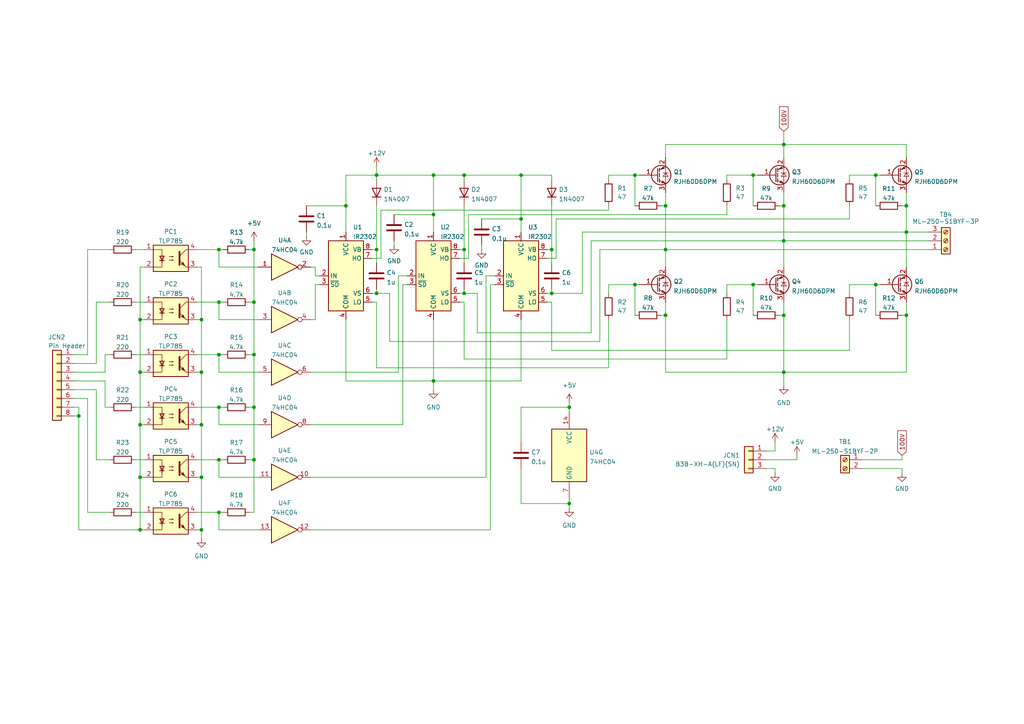
<source format=kicad_sch>
(kicad_sch (version 20211123) (generator eeschema)

  (uuid e63e39d7-6ac0-4ffd-8aa3-1841a4541b55)

  (paper "A4")

  (title_block
    (title "Inverter Unit")
    (date "2022-03-13")
    (rev "v1.00")
  )

  (lib_symbols
    (symbol "74xx:74HC04" (in_bom yes) (on_board yes)
      (property "Reference" "U" (id 0) (at 0 1.27 0)
        (effects (font (size 1.27 1.27)))
      )
      (property "Value" "74HC04" (id 1) (at 0 -1.27 0)
        (effects (font (size 1.27 1.27)))
      )
      (property "Footprint" "" (id 2) (at 0 0 0)
        (effects (font (size 1.27 1.27)) hide)
      )
      (property "Datasheet" "https://assets.nexperia.com/documents/data-sheet/74HC_HCT04.pdf" (id 3) (at 0 0 0)
        (effects (font (size 1.27 1.27)) hide)
      )
      (property "ki_locked" "" (id 4) (at 0 0 0)
        (effects (font (size 1.27 1.27)))
      )
      (property "ki_keywords" "HCMOS not inv" (id 5) (at 0 0 0)
        (effects (font (size 1.27 1.27)) hide)
      )
      (property "ki_description" "Hex Inverter" (id 6) (at 0 0 0)
        (effects (font (size 1.27 1.27)) hide)
      )
      (property "ki_fp_filters" "DIP*W7.62mm* SSOP?14* TSSOP?14*" (id 7) (at 0 0 0)
        (effects (font (size 1.27 1.27)) hide)
      )
      (symbol "74HC04_1_0"
        (polyline
          (pts
            (xy -3.81 3.81)
            (xy -3.81 -3.81)
            (xy 3.81 0)
            (xy -3.81 3.81)
          )
          (stroke (width 0.254) (type default) (color 0 0 0 0))
          (fill (type background))
        )
        (pin input line (at -7.62 0 0) (length 3.81)
          (name "~" (effects (font (size 1.27 1.27))))
          (number "1" (effects (font (size 1.27 1.27))))
        )
        (pin output inverted (at 7.62 0 180) (length 3.81)
          (name "~" (effects (font (size 1.27 1.27))))
          (number "2" (effects (font (size 1.27 1.27))))
        )
      )
      (symbol "74HC04_2_0"
        (polyline
          (pts
            (xy -3.81 3.81)
            (xy -3.81 -3.81)
            (xy 3.81 0)
            (xy -3.81 3.81)
          )
          (stroke (width 0.254) (type default) (color 0 0 0 0))
          (fill (type background))
        )
        (pin input line (at -7.62 0 0) (length 3.81)
          (name "~" (effects (font (size 1.27 1.27))))
          (number "3" (effects (font (size 1.27 1.27))))
        )
        (pin output inverted (at 7.62 0 180) (length 3.81)
          (name "~" (effects (font (size 1.27 1.27))))
          (number "4" (effects (font (size 1.27 1.27))))
        )
      )
      (symbol "74HC04_3_0"
        (polyline
          (pts
            (xy -3.81 3.81)
            (xy -3.81 -3.81)
            (xy 3.81 0)
            (xy -3.81 3.81)
          )
          (stroke (width 0.254) (type default) (color 0 0 0 0))
          (fill (type background))
        )
        (pin input line (at -7.62 0 0) (length 3.81)
          (name "~" (effects (font (size 1.27 1.27))))
          (number "5" (effects (font (size 1.27 1.27))))
        )
        (pin output inverted (at 7.62 0 180) (length 3.81)
          (name "~" (effects (font (size 1.27 1.27))))
          (number "6" (effects (font (size 1.27 1.27))))
        )
      )
      (symbol "74HC04_4_0"
        (polyline
          (pts
            (xy -3.81 3.81)
            (xy -3.81 -3.81)
            (xy 3.81 0)
            (xy -3.81 3.81)
          )
          (stroke (width 0.254) (type default) (color 0 0 0 0))
          (fill (type background))
        )
        (pin output inverted (at 7.62 0 180) (length 3.81)
          (name "~" (effects (font (size 1.27 1.27))))
          (number "8" (effects (font (size 1.27 1.27))))
        )
        (pin input line (at -7.62 0 0) (length 3.81)
          (name "~" (effects (font (size 1.27 1.27))))
          (number "9" (effects (font (size 1.27 1.27))))
        )
      )
      (symbol "74HC04_5_0"
        (polyline
          (pts
            (xy -3.81 3.81)
            (xy -3.81 -3.81)
            (xy 3.81 0)
            (xy -3.81 3.81)
          )
          (stroke (width 0.254) (type default) (color 0 0 0 0))
          (fill (type background))
        )
        (pin output inverted (at 7.62 0 180) (length 3.81)
          (name "~" (effects (font (size 1.27 1.27))))
          (number "10" (effects (font (size 1.27 1.27))))
        )
        (pin input line (at -7.62 0 0) (length 3.81)
          (name "~" (effects (font (size 1.27 1.27))))
          (number "11" (effects (font (size 1.27 1.27))))
        )
      )
      (symbol "74HC04_6_0"
        (polyline
          (pts
            (xy -3.81 3.81)
            (xy -3.81 -3.81)
            (xy 3.81 0)
            (xy -3.81 3.81)
          )
          (stroke (width 0.254) (type default) (color 0 0 0 0))
          (fill (type background))
        )
        (pin output inverted (at 7.62 0 180) (length 3.81)
          (name "~" (effects (font (size 1.27 1.27))))
          (number "12" (effects (font (size 1.27 1.27))))
        )
        (pin input line (at -7.62 0 0) (length 3.81)
          (name "~" (effects (font (size 1.27 1.27))))
          (number "13" (effects (font (size 1.27 1.27))))
        )
      )
      (symbol "74HC04_7_0"
        (pin power_in line (at 0 12.7 270) (length 5.08)
          (name "VCC" (effects (font (size 1.27 1.27))))
          (number "14" (effects (font (size 1.27 1.27))))
        )
        (pin power_in line (at 0 -12.7 90) (length 5.08)
          (name "GND" (effects (font (size 1.27 1.27))))
          (number "7" (effects (font (size 1.27 1.27))))
        )
      )
      (symbol "74HC04_7_1"
        (rectangle (start -5.08 7.62) (end 5.08 -7.62)
          (stroke (width 0.254) (type default) (color 0 0 0 0))
          (fill (type background))
        )
      )
    )
    (symbol "Connector:Screw_Terminal_01x02" (pin_names (offset 1.016) hide) (in_bom yes) (on_board yes)
      (property "Reference" "J" (id 0) (at 0 2.54 0)
        (effects (font (size 1.27 1.27)))
      )
      (property "Value" "Screw_Terminal_01x02" (id 1) (at 0 -5.08 0)
        (effects (font (size 1.27 1.27)))
      )
      (property "Footprint" "" (id 2) (at 0 0 0)
        (effects (font (size 1.27 1.27)) hide)
      )
      (property "Datasheet" "~" (id 3) (at 0 0 0)
        (effects (font (size 1.27 1.27)) hide)
      )
      (property "ki_keywords" "screw terminal" (id 4) (at 0 0 0)
        (effects (font (size 1.27 1.27)) hide)
      )
      (property "ki_description" "Generic screw terminal, single row, 01x02, script generated (kicad-library-utils/schlib/autogen/connector/)" (id 5) (at 0 0 0)
        (effects (font (size 1.27 1.27)) hide)
      )
      (property "ki_fp_filters" "TerminalBlock*:*" (id 6) (at 0 0 0)
        (effects (font (size 1.27 1.27)) hide)
      )
      (symbol "Screw_Terminal_01x02_1_1"
        (rectangle (start -1.27 1.27) (end 1.27 -3.81)
          (stroke (width 0.254) (type default) (color 0 0 0 0))
          (fill (type background))
        )
        (circle (center 0 -2.54) (radius 0.635)
          (stroke (width 0.1524) (type default) (color 0 0 0 0))
          (fill (type none))
        )
        (polyline
          (pts
            (xy -0.5334 -2.2098)
            (xy 0.3302 -3.048)
          )
          (stroke (width 0.1524) (type default) (color 0 0 0 0))
          (fill (type none))
        )
        (polyline
          (pts
            (xy -0.5334 0.3302)
            (xy 0.3302 -0.508)
          )
          (stroke (width 0.1524) (type default) (color 0 0 0 0))
          (fill (type none))
        )
        (polyline
          (pts
            (xy -0.3556 -2.032)
            (xy 0.508 -2.8702)
          )
          (stroke (width 0.1524) (type default) (color 0 0 0 0))
          (fill (type none))
        )
        (polyline
          (pts
            (xy -0.3556 0.508)
            (xy 0.508 -0.3302)
          )
          (stroke (width 0.1524) (type default) (color 0 0 0 0))
          (fill (type none))
        )
        (circle (center 0 0) (radius 0.635)
          (stroke (width 0.1524) (type default) (color 0 0 0 0))
          (fill (type none))
        )
        (pin passive line (at -5.08 0 0) (length 3.81)
          (name "Pin_1" (effects (font (size 1.27 1.27))))
          (number "1" (effects (font (size 1.27 1.27))))
        )
        (pin passive line (at -5.08 -2.54 0) (length 3.81)
          (name "Pin_2" (effects (font (size 1.27 1.27))))
          (number "2" (effects (font (size 1.27 1.27))))
        )
      )
    )
    (symbol "Connector:Screw_Terminal_01x03" (pin_names (offset 1.016) hide) (in_bom yes) (on_board yes)
      (property "Reference" "J" (id 0) (at 0 5.08 0)
        (effects (font (size 1.27 1.27)))
      )
      (property "Value" "Screw_Terminal_01x03" (id 1) (at 0 -5.08 0)
        (effects (font (size 1.27 1.27)))
      )
      (property "Footprint" "" (id 2) (at 0 0 0)
        (effects (font (size 1.27 1.27)) hide)
      )
      (property "Datasheet" "~" (id 3) (at 0 0 0)
        (effects (font (size 1.27 1.27)) hide)
      )
      (property "ki_keywords" "screw terminal" (id 4) (at 0 0 0)
        (effects (font (size 1.27 1.27)) hide)
      )
      (property "ki_description" "Generic screw terminal, single row, 01x03, script generated (kicad-library-utils/schlib/autogen/connector/)" (id 5) (at 0 0 0)
        (effects (font (size 1.27 1.27)) hide)
      )
      (property "ki_fp_filters" "TerminalBlock*:*" (id 6) (at 0 0 0)
        (effects (font (size 1.27 1.27)) hide)
      )
      (symbol "Screw_Terminal_01x03_1_1"
        (rectangle (start -1.27 3.81) (end 1.27 -3.81)
          (stroke (width 0.254) (type default) (color 0 0 0 0))
          (fill (type background))
        )
        (circle (center 0 -2.54) (radius 0.635)
          (stroke (width 0.1524) (type default) (color 0 0 0 0))
          (fill (type none))
        )
        (polyline
          (pts
            (xy -0.5334 -2.2098)
            (xy 0.3302 -3.048)
          )
          (stroke (width 0.1524) (type default) (color 0 0 0 0))
          (fill (type none))
        )
        (polyline
          (pts
            (xy -0.5334 0.3302)
            (xy 0.3302 -0.508)
          )
          (stroke (width 0.1524) (type default) (color 0 0 0 0))
          (fill (type none))
        )
        (polyline
          (pts
            (xy -0.5334 2.8702)
            (xy 0.3302 2.032)
          )
          (stroke (width 0.1524) (type default) (color 0 0 0 0))
          (fill (type none))
        )
        (polyline
          (pts
            (xy -0.3556 -2.032)
            (xy 0.508 -2.8702)
          )
          (stroke (width 0.1524) (type default) (color 0 0 0 0))
          (fill (type none))
        )
        (polyline
          (pts
            (xy -0.3556 0.508)
            (xy 0.508 -0.3302)
          )
          (stroke (width 0.1524) (type default) (color 0 0 0 0))
          (fill (type none))
        )
        (polyline
          (pts
            (xy -0.3556 3.048)
            (xy 0.508 2.2098)
          )
          (stroke (width 0.1524) (type default) (color 0 0 0 0))
          (fill (type none))
        )
        (circle (center 0 0) (radius 0.635)
          (stroke (width 0.1524) (type default) (color 0 0 0 0))
          (fill (type none))
        )
        (circle (center 0 2.54) (radius 0.635)
          (stroke (width 0.1524) (type default) (color 0 0 0 0))
          (fill (type none))
        )
        (pin passive line (at -5.08 2.54 0) (length 3.81)
          (name "Pin_1" (effects (font (size 1.27 1.27))))
          (number "1" (effects (font (size 1.27 1.27))))
        )
        (pin passive line (at -5.08 0 0) (length 3.81)
          (name "Pin_2" (effects (font (size 1.27 1.27))))
          (number "2" (effects (font (size 1.27 1.27))))
        )
        (pin passive line (at -5.08 -2.54 0) (length 3.81)
          (name "Pin_3" (effects (font (size 1.27 1.27))))
          (number "3" (effects (font (size 1.27 1.27))))
        )
      )
    )
    (symbol "Connector_Generic:Conn_01x03" (pin_names (offset 1.016) hide) (in_bom yes) (on_board yes)
      (property "Reference" "J" (id 0) (at 0 5.08 0)
        (effects (font (size 1.27 1.27)))
      )
      (property "Value" "Conn_01x03" (id 1) (at 0 -5.08 0)
        (effects (font (size 1.27 1.27)))
      )
      (property "Footprint" "" (id 2) (at 0 0 0)
        (effects (font (size 1.27 1.27)) hide)
      )
      (property "Datasheet" "~" (id 3) (at 0 0 0)
        (effects (font (size 1.27 1.27)) hide)
      )
      (property "ki_keywords" "connector" (id 4) (at 0 0 0)
        (effects (font (size 1.27 1.27)) hide)
      )
      (property "ki_description" "Generic connector, single row, 01x03, script generated (kicad-library-utils/schlib/autogen/connector/)" (id 5) (at 0 0 0)
        (effects (font (size 1.27 1.27)) hide)
      )
      (property "ki_fp_filters" "Connector*:*_1x??_*" (id 6) (at 0 0 0)
        (effects (font (size 1.27 1.27)) hide)
      )
      (symbol "Conn_01x03_1_1"
        (rectangle (start -1.27 -2.413) (end 0 -2.667)
          (stroke (width 0.1524) (type default) (color 0 0 0 0))
          (fill (type none))
        )
        (rectangle (start -1.27 0.127) (end 0 -0.127)
          (stroke (width 0.1524) (type default) (color 0 0 0 0))
          (fill (type none))
        )
        (rectangle (start -1.27 2.667) (end 0 2.413)
          (stroke (width 0.1524) (type default) (color 0 0 0 0))
          (fill (type none))
        )
        (rectangle (start -1.27 3.81) (end 1.27 -3.81)
          (stroke (width 0.254) (type default) (color 0 0 0 0))
          (fill (type background))
        )
        (pin passive line (at -5.08 2.54 0) (length 3.81)
          (name "Pin_1" (effects (font (size 1.27 1.27))))
          (number "1" (effects (font (size 1.27 1.27))))
        )
        (pin passive line (at -5.08 0 0) (length 3.81)
          (name "Pin_2" (effects (font (size 1.27 1.27))))
          (number "2" (effects (font (size 1.27 1.27))))
        )
        (pin passive line (at -5.08 -2.54 0) (length 3.81)
          (name "Pin_3" (effects (font (size 1.27 1.27))))
          (number "3" (effects (font (size 1.27 1.27))))
        )
      )
    )
    (symbol "Connector_Generic:Conn_01x08" (pin_names (offset 1.016) hide) (in_bom yes) (on_board yes)
      (property "Reference" "J" (id 0) (at 0 10.16 0)
        (effects (font (size 1.27 1.27)))
      )
      (property "Value" "Conn_01x08" (id 1) (at 0 -12.7 0)
        (effects (font (size 1.27 1.27)))
      )
      (property "Footprint" "" (id 2) (at 0 0 0)
        (effects (font (size 1.27 1.27)) hide)
      )
      (property "Datasheet" "~" (id 3) (at 0 0 0)
        (effects (font (size 1.27 1.27)) hide)
      )
      (property "ki_keywords" "connector" (id 4) (at 0 0 0)
        (effects (font (size 1.27 1.27)) hide)
      )
      (property "ki_description" "Generic connector, single row, 01x08, script generated (kicad-library-utils/schlib/autogen/connector/)" (id 5) (at 0 0 0)
        (effects (font (size 1.27 1.27)) hide)
      )
      (property "ki_fp_filters" "Connector*:*_1x??_*" (id 6) (at 0 0 0)
        (effects (font (size 1.27 1.27)) hide)
      )
      (symbol "Conn_01x08_1_1"
        (rectangle (start -1.27 -10.033) (end 0 -10.287)
          (stroke (width 0.1524) (type default) (color 0 0 0 0))
          (fill (type none))
        )
        (rectangle (start -1.27 -7.493) (end 0 -7.747)
          (stroke (width 0.1524) (type default) (color 0 0 0 0))
          (fill (type none))
        )
        (rectangle (start -1.27 -4.953) (end 0 -5.207)
          (stroke (width 0.1524) (type default) (color 0 0 0 0))
          (fill (type none))
        )
        (rectangle (start -1.27 -2.413) (end 0 -2.667)
          (stroke (width 0.1524) (type default) (color 0 0 0 0))
          (fill (type none))
        )
        (rectangle (start -1.27 0.127) (end 0 -0.127)
          (stroke (width 0.1524) (type default) (color 0 0 0 0))
          (fill (type none))
        )
        (rectangle (start -1.27 2.667) (end 0 2.413)
          (stroke (width 0.1524) (type default) (color 0 0 0 0))
          (fill (type none))
        )
        (rectangle (start -1.27 5.207) (end 0 4.953)
          (stroke (width 0.1524) (type default) (color 0 0 0 0))
          (fill (type none))
        )
        (rectangle (start -1.27 7.747) (end 0 7.493)
          (stroke (width 0.1524) (type default) (color 0 0 0 0))
          (fill (type none))
        )
        (rectangle (start -1.27 8.89) (end 1.27 -11.43)
          (stroke (width 0.254) (type default) (color 0 0 0 0))
          (fill (type background))
        )
        (pin passive line (at -5.08 7.62 0) (length 3.81)
          (name "Pin_1" (effects (font (size 1.27 1.27))))
          (number "1" (effects (font (size 1.27 1.27))))
        )
        (pin passive line (at -5.08 5.08 0) (length 3.81)
          (name "Pin_2" (effects (font (size 1.27 1.27))))
          (number "2" (effects (font (size 1.27 1.27))))
        )
        (pin passive line (at -5.08 2.54 0) (length 3.81)
          (name "Pin_3" (effects (font (size 1.27 1.27))))
          (number "3" (effects (font (size 1.27 1.27))))
        )
        (pin passive line (at -5.08 0 0) (length 3.81)
          (name "Pin_4" (effects (font (size 1.27 1.27))))
          (number "4" (effects (font (size 1.27 1.27))))
        )
        (pin passive line (at -5.08 -2.54 0) (length 3.81)
          (name "Pin_5" (effects (font (size 1.27 1.27))))
          (number "5" (effects (font (size 1.27 1.27))))
        )
        (pin passive line (at -5.08 -5.08 0) (length 3.81)
          (name "Pin_6" (effects (font (size 1.27 1.27))))
          (number "6" (effects (font (size 1.27 1.27))))
        )
        (pin passive line (at -5.08 -7.62 0) (length 3.81)
          (name "Pin_7" (effects (font (size 1.27 1.27))))
          (number "7" (effects (font (size 1.27 1.27))))
        )
        (pin passive line (at -5.08 -10.16 0) (length 3.81)
          (name "Pin_8" (effects (font (size 1.27 1.27))))
          (number "8" (effects (font (size 1.27 1.27))))
        )
      )
    )
    (symbol "Device:C" (pin_numbers hide) (pin_names (offset 0.254)) (in_bom yes) (on_board yes)
      (property "Reference" "C" (id 0) (at 0.635 2.54 0)
        (effects (font (size 1.27 1.27)) (justify left))
      )
      (property "Value" "C" (id 1) (at 0.635 -2.54 0)
        (effects (font (size 1.27 1.27)) (justify left))
      )
      (property "Footprint" "" (id 2) (at 0.9652 -3.81 0)
        (effects (font (size 1.27 1.27)) hide)
      )
      (property "Datasheet" "~" (id 3) (at 0 0 0)
        (effects (font (size 1.27 1.27)) hide)
      )
      (property "ki_keywords" "cap capacitor" (id 4) (at 0 0 0)
        (effects (font (size 1.27 1.27)) hide)
      )
      (property "ki_description" "Unpolarized capacitor" (id 5) (at 0 0 0)
        (effects (font (size 1.27 1.27)) hide)
      )
      (property "ki_fp_filters" "C_*" (id 6) (at 0 0 0)
        (effects (font (size 1.27 1.27)) hide)
      )
      (symbol "C_0_1"
        (polyline
          (pts
            (xy -2.032 -0.762)
            (xy 2.032 -0.762)
          )
          (stroke (width 0.508) (type default) (color 0 0 0 0))
          (fill (type none))
        )
        (polyline
          (pts
            (xy -2.032 0.762)
            (xy 2.032 0.762)
          )
          (stroke (width 0.508) (type default) (color 0 0 0 0))
          (fill (type none))
        )
      )
      (symbol "C_1_1"
        (pin passive line (at 0 3.81 270) (length 2.794)
          (name "~" (effects (font (size 1.27 1.27))))
          (number "1" (effects (font (size 1.27 1.27))))
        )
        (pin passive line (at 0 -3.81 90) (length 2.794)
          (name "~" (effects (font (size 1.27 1.27))))
          (number "2" (effects (font (size 1.27 1.27))))
        )
      )
    )
    (symbol "Device:D" (pin_numbers hide) (pin_names (offset 1.016) hide) (in_bom yes) (on_board yes)
      (property "Reference" "D" (id 0) (at 0 2.54 0)
        (effects (font (size 1.27 1.27)))
      )
      (property "Value" "D" (id 1) (at 0 -2.54 0)
        (effects (font (size 1.27 1.27)))
      )
      (property "Footprint" "" (id 2) (at 0 0 0)
        (effects (font (size 1.27 1.27)) hide)
      )
      (property "Datasheet" "~" (id 3) (at 0 0 0)
        (effects (font (size 1.27 1.27)) hide)
      )
      (property "ki_keywords" "diode" (id 4) (at 0 0 0)
        (effects (font (size 1.27 1.27)) hide)
      )
      (property "ki_description" "Diode" (id 5) (at 0 0 0)
        (effects (font (size 1.27 1.27)) hide)
      )
      (property "ki_fp_filters" "TO-???* *_Diode_* *SingleDiode* D_*" (id 6) (at 0 0 0)
        (effects (font (size 1.27 1.27)) hide)
      )
      (symbol "D_0_1"
        (polyline
          (pts
            (xy -1.27 1.27)
            (xy -1.27 -1.27)
          )
          (stroke (width 0.254) (type default) (color 0 0 0 0))
          (fill (type none))
        )
        (polyline
          (pts
            (xy 1.27 0)
            (xy -1.27 0)
          )
          (stroke (width 0) (type default) (color 0 0 0 0))
          (fill (type none))
        )
        (polyline
          (pts
            (xy 1.27 1.27)
            (xy 1.27 -1.27)
            (xy -1.27 0)
            (xy 1.27 1.27)
          )
          (stroke (width 0.254) (type default) (color 0 0 0 0))
          (fill (type none))
        )
      )
      (symbol "D_1_1"
        (pin passive line (at -3.81 0 0) (length 2.54)
          (name "K" (effects (font (size 1.27 1.27))))
          (number "1" (effects (font (size 1.27 1.27))))
        )
        (pin passive line (at 3.81 0 180) (length 2.54)
          (name "A" (effects (font (size 1.27 1.27))))
          (number "2" (effects (font (size 1.27 1.27))))
        )
      )
    )
    (symbol "Device:R" (pin_numbers hide) (pin_names (offset 0)) (in_bom yes) (on_board yes)
      (property "Reference" "R" (id 0) (at 2.032 0 90)
        (effects (font (size 1.27 1.27)))
      )
      (property "Value" "R" (id 1) (at 0 0 90)
        (effects (font (size 1.27 1.27)))
      )
      (property "Footprint" "" (id 2) (at -1.778 0 90)
        (effects (font (size 1.27 1.27)) hide)
      )
      (property "Datasheet" "~" (id 3) (at 0 0 0)
        (effects (font (size 1.27 1.27)) hide)
      )
      (property "ki_keywords" "R res resistor" (id 4) (at 0 0 0)
        (effects (font (size 1.27 1.27)) hide)
      )
      (property "ki_description" "Resistor" (id 5) (at 0 0 0)
        (effects (font (size 1.27 1.27)) hide)
      )
      (property "ki_fp_filters" "R_*" (id 6) (at 0 0 0)
        (effects (font (size 1.27 1.27)) hide)
      )
      (symbol "R_0_1"
        (rectangle (start -1.016 -2.54) (end 1.016 2.54)
          (stroke (width 0.254) (type default) (color 0 0 0 0))
          (fill (type none))
        )
      )
      (symbol "R_1_1"
        (pin passive line (at 0 3.81 270) (length 1.27)
          (name "~" (effects (font (size 1.27 1.27))))
          (number "1" (effects (font (size 1.27 1.27))))
        )
        (pin passive line (at 0 -3.81 90) (length 1.27)
          (name "~" (effects (font (size 1.27 1.27))))
          (number "2" (effects (font (size 1.27 1.27))))
        )
      )
    )
    (symbol "Driver_FET:IR2302" (in_bom yes) (on_board yes)
      (property "Reference" "U" (id 0) (at 1.27 13.335 0)
        (effects (font (size 1.27 1.27)) (justify left))
      )
      (property "Value" "IR2302" (id 1) (at 1.27 11.43 0)
        (effects (font (size 1.27 1.27)) (justify left))
      )
      (property "Footprint" "" (id 2) (at 0 0 0)
        (effects (font (size 1.27 1.27) italic) hide)
      )
      (property "Datasheet" "https://www.infineon.com/dgdl/ir2302.pdf?fileId=5546d462533600a4015355c988b216de" (id 3) (at 0 0 0)
        (effects (font (size 1.27 1.27)) hide)
      )
      (property "ki_keywords" "Gate Driver" (id 4) (at 0 0 0)
        (effects (font (size 1.27 1.27)) hide)
      )
      (property "ki_description" "Half-Bridge Driver, 600V, 200/350mA, PDIP-8/SOIC-8" (id 5) (at 0 0 0)
        (effects (font (size 1.27 1.27)) hide)
      )
      (property "ki_fp_filters" "SOIC*3.9x4.9mm*P1.27mm* DIP*W7.62mm*" (id 6) (at 0 0 0)
        (effects (font (size 1.27 1.27)) hide)
      )
      (symbol "IR2302_0_1"
        (rectangle (start -5.08 -10.16) (end 5.08 10.16)
          (stroke (width 0.254) (type default) (color 0 0 0 0))
          (fill (type background))
        )
      )
      (symbol "IR2302_1_1"
        (pin power_in line (at 0 12.7 270) (length 2.54)
          (name "VCC" (effects (font (size 1.27 1.27))))
          (number "1" (effects (font (size 1.27 1.27))))
        )
        (pin input line (at -7.62 0 0) (length 2.54)
          (name "IN" (effects (font (size 1.27 1.27))))
          (number "2" (effects (font (size 1.27 1.27))))
        )
        (pin input line (at -7.62 -2.54 0) (length 2.54)
          (name "~{SD}" (effects (font (size 1.27 1.27))))
          (number "3" (effects (font (size 1.27 1.27))))
        )
        (pin power_in line (at 0 -12.7 90) (length 2.54)
          (name "COM" (effects (font (size 1.27 1.27))))
          (number "4" (effects (font (size 1.27 1.27))))
        )
        (pin output line (at 7.62 -7.62 180) (length 2.54)
          (name "LO" (effects (font (size 1.27 1.27))))
          (number "5" (effects (font (size 1.27 1.27))))
        )
        (pin passive line (at 7.62 -5.08 180) (length 2.54)
          (name "VS" (effects (font (size 1.27 1.27))))
          (number "6" (effects (font (size 1.27 1.27))))
        )
        (pin output line (at 7.62 5.08 180) (length 2.54)
          (name "HO" (effects (font (size 1.27 1.27))))
          (number "7" (effects (font (size 1.27 1.27))))
        )
        (pin passive line (at 7.62 7.62 180) (length 2.54)
          (name "VB" (effects (font (size 1.27 1.27))))
          (number "8" (effects (font (size 1.27 1.27))))
        )
      )
    )
    (symbol "Isolator:TLP785" (pin_names (offset 1.016)) (in_bom yes) (on_board yes)
      (property "Reference" "U" (id 0) (at -5.08 5.08 0)
        (effects (font (size 1.27 1.27)) (justify left))
      )
      (property "Value" "TLP785" (id 1) (at 0 5.08 0)
        (effects (font (size 1.27 1.27)) (justify left))
      )
      (property "Footprint" "Package_DIP:DIP-4_W7.62mm" (id 2) (at -5.08 -5.08 0)
        (effects (font (size 1.27 1.27) italic) (justify left) hide)
      )
      (property "Datasheet" "https://toshiba.semicon-storage.com/info/docget.jsp?did=10569&prodName=TLP785" (id 3) (at 0 0 0)
        (effects (font (size 1.27 1.27)) (justify left) hide)
      )
      (property "ki_keywords" "NPN DC Optocoupler" (id 4) (at 0 0 0)
        (effects (font (size 1.27 1.27)) hide)
      )
      (property "ki_description" "DC Optocoupler, Vce 80V, CTR 50-200%, DIP4" (id 5) (at 0 0 0)
        (effects (font (size 1.27 1.27)) hide)
      )
      (property "ki_fp_filters" "DIP*W7.62mm*" (id 6) (at 0 0 0)
        (effects (font (size 1.27 1.27)) hide)
      )
      (symbol "TLP785_0_1"
        (rectangle (start -5.08 3.81) (end 5.08 -3.81)
          (stroke (width 0.254) (type default) (color 0 0 0 0))
          (fill (type background))
        )
        (polyline
          (pts
            (xy -3.175 -0.635)
            (xy -1.905 -0.635)
          )
          (stroke (width 0.254) (type default) (color 0 0 0 0))
          (fill (type none))
        )
        (polyline
          (pts
            (xy 2.54 0.635)
            (xy 4.445 2.54)
          )
          (stroke (width 0) (type default) (color 0 0 0 0))
          (fill (type none))
        )
        (polyline
          (pts
            (xy 4.445 -2.54)
            (xy 2.54 -0.635)
          )
          (stroke (width 0) (type default) (color 0 0 0 0))
          (fill (type outline))
        )
        (polyline
          (pts
            (xy 4.445 -2.54)
            (xy 5.08 -2.54)
          )
          (stroke (width 0) (type default) (color 0 0 0 0))
          (fill (type none))
        )
        (polyline
          (pts
            (xy 4.445 2.54)
            (xy 5.08 2.54)
          )
          (stroke (width 0) (type default) (color 0 0 0 0))
          (fill (type none))
        )
        (polyline
          (pts
            (xy -2.54 -0.635)
            (xy -2.54 -2.54)
            (xy -5.08 -2.54)
          )
          (stroke (width 0) (type default) (color 0 0 0 0))
          (fill (type none))
        )
        (polyline
          (pts
            (xy 2.54 1.905)
            (xy 2.54 -1.905)
            (xy 2.54 -1.905)
          )
          (stroke (width 0.508) (type default) (color 0 0 0 0))
          (fill (type none))
        )
        (polyline
          (pts
            (xy -5.08 2.54)
            (xy -2.54 2.54)
            (xy -2.54 -1.27)
            (xy -2.54 0.635)
          )
          (stroke (width 0) (type default) (color 0 0 0 0))
          (fill (type none))
        )
        (polyline
          (pts
            (xy -2.54 -0.635)
            (xy -3.175 0.635)
            (xy -1.905 0.635)
            (xy -2.54 -0.635)
          )
          (stroke (width 0.254) (type default) (color 0 0 0 0))
          (fill (type none))
        )
        (polyline
          (pts
            (xy -0.508 -0.508)
            (xy 0.762 -0.508)
            (xy 0.381 -0.635)
            (xy 0.381 -0.381)
            (xy 0.762 -0.508)
          )
          (stroke (width 0) (type default) (color 0 0 0 0))
          (fill (type none))
        )
        (polyline
          (pts
            (xy -0.508 0.508)
            (xy 0.762 0.508)
            (xy 0.381 0.381)
            (xy 0.381 0.635)
            (xy 0.762 0.508)
          )
          (stroke (width 0) (type default) (color 0 0 0 0))
          (fill (type none))
        )
        (polyline
          (pts
            (xy 3.048 -1.651)
            (xy 3.556 -1.143)
            (xy 4.064 -2.159)
            (xy 3.048 -1.651)
            (xy 3.048 -1.651)
          )
          (stroke (width 0) (type default) (color 0 0 0 0))
          (fill (type outline))
        )
      )
      (symbol "TLP785_1_1"
        (pin passive line (at -7.62 2.54 0) (length 2.54)
          (name "~" (effects (font (size 1.27 1.27))))
          (number "1" (effects (font (size 1.27 1.27))))
        )
        (pin passive line (at -7.62 -2.54 0) (length 2.54)
          (name "~" (effects (font (size 1.27 1.27))))
          (number "2" (effects (font (size 1.27 1.27))))
        )
        (pin passive line (at 7.62 -2.54 180) (length 2.54)
          (name "~" (effects (font (size 1.27 1.27))))
          (number "3" (effects (font (size 1.27 1.27))))
        )
        (pin passive line (at 7.62 2.54 180) (length 2.54)
          (name "~" (effects (font (size 1.27 1.27))))
          (number "4" (effects (font (size 1.27 1.27))))
        )
      )
    )
    (symbol "Q_NIGBT_GCE_1" (pin_names (offset 0) hide) (in_bom yes) (on_board yes)
      (property "Reference" "Q2" (id 0) (at 4.8514 0.9085 0)
        (effects (font (size 1.27 1.27)) (justify left))
      )
      (property "Value" "Q_NIGBT_GCE_1" (id 1) (at 4.8514 -1.8666 0)
        (effects (font (size 1.27 1.27)) (justify left))
      )
      (property "Footprint" "Package_TO_SOT_THT:TO-3P-3_Vertical" (id 2) (at 5.08 2.54 0)
        (effects (font (size 1.27 1.27)) hide)
      )
      (property "Datasheet" "~" (id 3) (at 0 0 0)
        (effects (font (size 1.27 1.27)) hide)
      )
      (property "ki_keywords" "transistor IGBT N-IGBT" (id 4) (at 0 0 0)
        (effects (font (size 1.27 1.27)) hide)
      )
      (property "ki_description" "N-IGBT transistor, gate/collector/emitter" (id 5) (at 0 0 0)
        (effects (font (size 1.27 1.27)) hide)
      )
      (symbol "Q_NIGBT_GCE_1_0_1"
        (polyline
          (pts
            (xy 0.762 -1.016)
            (xy 0.762 -2.032)
          )
          (stroke (width 0.254) (type default) (color 0 0 0 0))
          (fill (type none))
        )
        (polyline
          (pts
            (xy 0.762 0.508)
            (xy 0.762 -0.508)
          )
          (stroke (width 0.254) (type default) (color 0 0 0 0))
          (fill (type none))
        )
        (polyline
          (pts
            (xy 0.762 2.032)
            (xy 0.762 1.016)
          )
          (stroke (width 0.254) (type default) (color 0 0 0 0))
          (fill (type none))
        )
        (polyline
          (pts
            (xy 1.778 0.635)
            (xy 3.302 0.635)
          )
          (stroke (width 0.1524) (type default) (color 0 0 0 0))
          (fill (type none))
        )
        (polyline
          (pts
            (xy 2.54 -2.413)
            (xy 0.762 -1.524)
          )
          (stroke (width 0) (type default) (color 0 0 0 0))
          (fill (type none))
        )
        (polyline
          (pts
            (xy 2.54 2.413)
            (xy 0.762 1.524)
          )
          (stroke (width 0) (type default) (color 0 0 0 0))
          (fill (type none))
        )
        (polyline
          (pts
            (xy 2.54 2.54)
            (xy 2.54 -2.54)
          )
          (stroke (width 0.1524) (type default) (color 0 0 0 0))
          (fill (type none))
        )
        (polyline
          (pts
            (xy 0.254 1.905)
            (xy 0.254 -1.905)
            (xy 0.254 -1.905)
          )
          (stroke (width 0.254) (type default) (color 0 0 0 0))
          (fill (type none))
        )
        (polyline
          (pts
            (xy 1.397 -2.159)
            (xy 1.651 -1.651)
            (xy 2.54 -2.413)
            (xy 1.397 -2.159)
          )
          (stroke (width 0) (type default) (color 0 0 0 0))
          (fill (type outline))
        )
        (polyline
          (pts
            (xy 2.159 1.905)
            (xy 1.905 2.413)
            (xy 1.016 1.651)
            (xy 2.159 1.905)
          )
          (stroke (width 0) (type default) (color 0 0 0 0))
          (fill (type outline))
        )
        (polyline
          (pts
            (xy 2.54 0.635)
            (xy 1.778 -0.381)
            (xy 3.302 -0.381)
            (xy 2.54 0.635)
          )
          (stroke (width 0.1524) (type default) (color 0 0 0 0))
          (fill (type none))
        )
        (circle (center 1.27 0) (radius 2.8194)
          (stroke (width 0.254) (type default) (color 0 0 0 0))
          (fill (type none))
        )
      )
      (symbol "Q_NIGBT_GCE_1_1_1"
        (pin input line (at -5.08 0 0) (length 5.334)
          (name "G" (effects (font (size 1.27 1.27))))
          (number "1" (effects (font (size 1.27 1.27))))
        )
        (pin passive line (at 2.54 5.08 270) (length 2.54)
          (name "C" (effects (font (size 1.27 1.27))))
          (number "2" (effects (font (size 1.27 1.27))))
        )
        (pin passive line (at 2.54 -5.08 90) (length 2.54)
          (name "E" (effects (font (size 1.27 1.27))))
          (number "3" (effects (font (size 1.27 1.27))))
        )
      )
    )
    (symbol "power:+12V" (power) (pin_names (offset 0)) (in_bom yes) (on_board yes)
      (property "Reference" "#PWR" (id 0) (at 0 -3.81 0)
        (effects (font (size 1.27 1.27)) hide)
      )
      (property "Value" "+12V" (id 1) (at 0 3.556 0)
        (effects (font (size 1.27 1.27)))
      )
      (property "Footprint" "" (id 2) (at 0 0 0)
        (effects (font (size 1.27 1.27)) hide)
      )
      (property "Datasheet" "" (id 3) (at 0 0 0)
        (effects (font (size 1.27 1.27)) hide)
      )
      (property "ki_keywords" "power-flag" (id 4) (at 0 0 0)
        (effects (font (size 1.27 1.27)) hide)
      )
      (property "ki_description" "Power symbol creates a global label with name \"+12V\"" (id 5) (at 0 0 0)
        (effects (font (size 1.27 1.27)) hide)
      )
      (symbol "+12V_0_1"
        (polyline
          (pts
            (xy -0.762 1.27)
            (xy 0 2.54)
          )
          (stroke (width 0) (type default) (color 0 0 0 0))
          (fill (type none))
        )
        (polyline
          (pts
            (xy 0 0)
            (xy 0 2.54)
          )
          (stroke (width 0) (type default) (color 0 0 0 0))
          (fill (type none))
        )
        (polyline
          (pts
            (xy 0 2.54)
            (xy 0.762 1.27)
          )
          (stroke (width 0) (type default) (color 0 0 0 0))
          (fill (type none))
        )
      )
      (symbol "+12V_1_1"
        (pin power_in line (at 0 0 90) (length 0) hide
          (name "+12V" (effects (font (size 1.27 1.27))))
          (number "1" (effects (font (size 1.27 1.27))))
        )
      )
    )
    (symbol "power:+5V" (power) (pin_names (offset 0)) (in_bom yes) (on_board yes)
      (property "Reference" "#PWR" (id 0) (at 0 -3.81 0)
        (effects (font (size 1.27 1.27)) hide)
      )
      (property "Value" "+5V" (id 1) (at 0 3.556 0)
        (effects (font (size 1.27 1.27)))
      )
      (property "Footprint" "" (id 2) (at 0 0 0)
        (effects (font (size 1.27 1.27)) hide)
      )
      (property "Datasheet" "" (id 3) (at 0 0 0)
        (effects (font (size 1.27 1.27)) hide)
      )
      (property "ki_keywords" "power-flag" (id 4) (at 0 0 0)
        (effects (font (size 1.27 1.27)) hide)
      )
      (property "ki_description" "Power symbol creates a global label with name \"+5V\"" (id 5) (at 0 0 0)
        (effects (font (size 1.27 1.27)) hide)
      )
      (symbol "+5V_0_1"
        (polyline
          (pts
            (xy -0.762 1.27)
            (xy 0 2.54)
          )
          (stroke (width 0) (type default) (color 0 0 0 0))
          (fill (type none))
        )
        (polyline
          (pts
            (xy 0 0)
            (xy 0 2.54)
          )
          (stroke (width 0) (type default) (color 0 0 0 0))
          (fill (type none))
        )
        (polyline
          (pts
            (xy 0 2.54)
            (xy 0.762 1.27)
          )
          (stroke (width 0) (type default) (color 0 0 0 0))
          (fill (type none))
        )
      )
      (symbol "+5V_1_1"
        (pin power_in line (at 0 0 90) (length 0) hide
          (name "+5V" (effects (font (size 1.27 1.27))))
          (number "1" (effects (font (size 1.27 1.27))))
        )
      )
    )
    (symbol "power:GND" (power) (pin_names (offset 0)) (in_bom yes) (on_board yes)
      (property "Reference" "#PWR" (id 0) (at 0 -6.35 0)
        (effects (font (size 1.27 1.27)) hide)
      )
      (property "Value" "GND" (id 1) (at 0 -3.81 0)
        (effects (font (size 1.27 1.27)))
      )
      (property "Footprint" "" (id 2) (at 0 0 0)
        (effects (font (size 1.27 1.27)) hide)
      )
      (property "Datasheet" "" (id 3) (at 0 0 0)
        (effects (font (size 1.27 1.27)) hide)
      )
      (property "ki_keywords" "power-flag" (id 4) (at 0 0 0)
        (effects (font (size 1.27 1.27)) hide)
      )
      (property "ki_description" "Power symbol creates a global label with name \"GND\" , ground" (id 5) (at 0 0 0)
        (effects (font (size 1.27 1.27)) hide)
      )
      (symbol "GND_0_1"
        (polyline
          (pts
            (xy 0 0)
            (xy 0 -1.27)
            (xy 1.27 -1.27)
            (xy 0 -2.54)
            (xy -1.27 -1.27)
            (xy 0 -1.27)
          )
          (stroke (width 0) (type default) (color 0 0 0 0))
          (fill (type none))
        )
      )
      (symbol "GND_1_1"
        (pin power_in line (at 0 0 270) (length 0) hide
          (name "GND" (effects (font (size 1.27 1.27))))
          (number "1" (effects (font (size 1.27 1.27))))
        )
      )
    )
  )

  (junction (at 165.1 118.11) (diameter 0) (color 0 0 0 0)
    (uuid 052f63d0-8266-40bc-90fe-7c2d300a0a74)
  )
  (junction (at 160.02 72.39) (diameter 0) (color 0 0 0 0)
    (uuid 062a754d-3ba4-43a0-b155-58ab9524736c)
  )
  (junction (at 262.89 59.69) (diameter 0) (color 0 0 0 0)
    (uuid 062f3509-c7e6-4f76-bb3b-4a7b85bab29b)
  )
  (junction (at 63.5 133.35) (diameter 0) (color 0 0 0 0)
    (uuid 0c404134-4505-41ed-ae79-a53ca98156d8)
  )
  (junction (at 109.22 72.39) (diameter 0) (color 0 0 0 0)
    (uuid 0d1978cb-757e-4f94-83f1-7b655957d62a)
  )
  (junction (at 58.42 153.67) (diameter 0) (color 0 0 0 0)
    (uuid 0e92d0cc-df04-4970-bfa3-fd2515f06a53)
  )
  (junction (at 184.15 82.55) (diameter 0) (color 0 0 0 0)
    (uuid 10d89660-71bd-4ff3-83f8-cac5071b81ca)
  )
  (junction (at 58.42 123.19) (diameter 0) (color 0 0 0 0)
    (uuid 11a7071b-3a18-47fc-9ab6-c569571ebe3c)
  )
  (junction (at 254 82.55) (diameter 0) (color 0 0 0 0)
    (uuid 1388f0f8-e29e-46af-ab55-3b22234a4286)
  )
  (junction (at 58.42 107.95) (diameter 0) (color 0 0 0 0)
    (uuid 1bda670c-7b5b-4d89-a575-da08cd0b1eeb)
  )
  (junction (at 193.04 72.39) (diameter 0) (color 0 0 0 0)
    (uuid 1d5cdd0b-5b34-4e54-9acb-7e762ddfdcb9)
  )
  (junction (at 58.42 92.71) (diameter 0) (color 0 0 0 0)
    (uuid 1ff03249-e140-48d9-869b-1421417af19f)
  )
  (junction (at 109.22 50.8) (diameter 0) (color 0 0 0 0)
    (uuid 20e14a55-5d68-44ac-8402-93111c590bb9)
  )
  (junction (at 63.5 118.11) (diameter 0) (color 0 0 0 0)
    (uuid 21d10bac-2ac8-4ddf-98cc-ad8167153073)
  )
  (junction (at 193.04 91.44) (diameter 0) (color 0 0 0 0)
    (uuid 2acfbcc6-50ec-46ac-b807-ebccf0e1e964)
  )
  (junction (at 134.62 85.09) (diameter 0) (color 0 0 0 0)
    (uuid 307b043a-afab-41b8-ad0c-75db17ad05fd)
  )
  (junction (at 227.33 107.95) (diameter 0) (color 0 0 0 0)
    (uuid 34e17063-8db1-4c18-a4a9-c84c60266193)
  )
  (junction (at 227.33 91.44) (diameter 0) (color 0 0 0 0)
    (uuid 3b323807-7740-4f69-9d8a-82c1b0268bae)
  )
  (junction (at 73.66 102.87) (diameter 0) (color 0 0 0 0)
    (uuid 3cfda0eb-1d0c-40b6-bf9c-3e1e730d59a0)
  )
  (junction (at 63.5 87.63) (diameter 0) (color 0 0 0 0)
    (uuid 3f17a160-d766-4c5f-bad4-74eba00e94d3)
  )
  (junction (at 40.64 107.95) (diameter 0) (color 0 0 0 0)
    (uuid 40b15539-36b9-4e26-9e6a-1e74c44fb5a7)
  )
  (junction (at 109.22 85.09) (diameter 0) (color 0 0 0 0)
    (uuid 468e6d9f-ce39-49b3-880f-af2edbc227f2)
  )
  (junction (at 254 50.8) (diameter 0) (color 0 0 0 0)
    (uuid 59b7ab4b-1c97-4063-b191-e147b131e7f8)
  )
  (junction (at 227.33 69.85) (diameter 0) (color 0 0 0 0)
    (uuid 5dd682fd-f6dc-4bab-ae45-1a3bf876a366)
  )
  (junction (at 184.15 50.8) (diameter 0) (color 0 0 0 0)
    (uuid 64728902-356f-46ab-82e8-3f81bc75291b)
  )
  (junction (at 227.33 59.69) (diameter 0) (color 0 0 0 0)
    (uuid 6d350111-c87f-4fc6-b441-7031215b934d)
  )
  (junction (at 73.66 118.11) (diameter 0) (color 0 0 0 0)
    (uuid 6eda4e99-7cb2-4574-910e-d2c4f1de8cad)
  )
  (junction (at 125.73 62.23) (diameter 0) (color 0 0 0 0)
    (uuid 6eda5976-487e-4e4c-935d-9b69569559c6)
  )
  (junction (at 40.64 123.19) (diameter 0) (color 0 0 0 0)
    (uuid 7917a6e0-d469-44f7-bcbb-63d0ff292ce0)
  )
  (junction (at 40.64 92.71) (diameter 0) (color 0 0 0 0)
    (uuid 7fbac959-ffed-4f35-bbdc-a04e920cbcef)
  )
  (junction (at 22.86 120.65) (diameter 0) (color 0 0 0 0)
    (uuid 80469a71-6c33-4c6f-90bb-a098b3acbcc0)
  )
  (junction (at 40.64 153.67) (diameter 0) (color 0 0 0 0)
    (uuid 80656a67-14a6-4ecc-aa0e-bbf5f4638a59)
  )
  (junction (at 160.02 85.09) (diameter 0) (color 0 0 0 0)
    (uuid 8a3552dd-12e1-4ea7-a480-457fe12e857a)
  )
  (junction (at 40.64 138.43) (diameter 0) (color 0 0 0 0)
    (uuid 8b893dba-bff7-419d-9311-c8f47e597600)
  )
  (junction (at 218.44 82.55) (diameter 0) (color 0 0 0 0)
    (uuid 8cd4b1e5-62fb-49cd-b3fa-cf507fbc1315)
  )
  (junction (at 73.66 133.35) (diameter 0) (color 0 0 0 0)
    (uuid 93f838b0-cb93-4a5a-86cf-440cf226accd)
  )
  (junction (at 262.89 91.44) (diameter 0) (color 0 0 0 0)
    (uuid 95c9fa4b-d50b-4e29-a222-48834657fbbd)
  )
  (junction (at 100.33 59.69) (diameter 0) (color 0 0 0 0)
    (uuid 98e87ee0-e3af-4a50-b388-3d5f20139b56)
  )
  (junction (at 63.5 102.87) (diameter 0) (color 0 0 0 0)
    (uuid 9a7be69f-f3f0-444d-b361-a6b3a0f331ef)
  )
  (junction (at 125.73 110.49) (diameter 0) (color 0 0 0 0)
    (uuid a342a31f-aee7-4a89-bcc4-7f7f4d5fe374)
  )
  (junction (at 73.66 87.63) (diameter 0) (color 0 0 0 0)
    (uuid a5cbeed7-595b-49e9-86e7-2c2f9b7de4d7)
  )
  (junction (at 63.5 148.59) (diameter 0) (color 0 0 0 0)
    (uuid affcd1f2-e29c-4209-857c-119a40ba14e9)
  )
  (junction (at 58.42 138.43) (diameter 0) (color 0 0 0 0)
    (uuid bb39d0b1-3013-4cf3-8a32-48ad96e1cbc0)
  )
  (junction (at 165.1 146.05) (diameter 0) (color 0 0 0 0)
    (uuid bb94e551-fa80-4cf1-849a-be8d30cb3334)
  )
  (junction (at 134.62 72.39) (diameter 0) (color 0 0 0 0)
    (uuid ca773b20-23b6-4cf4-a049-880d4b0eace5)
  )
  (junction (at 218.44 50.8) (diameter 0) (color 0 0 0 0)
    (uuid d5b19067-432f-40ff-b255-d4e41cd79232)
  )
  (junction (at 193.04 59.69) (diameter 0) (color 0 0 0 0)
    (uuid d74fd27a-d954-4690-b485-f36479c6ef82)
  )
  (junction (at 73.66 72.39) (diameter 0) (color 0 0 0 0)
    (uuid ea311fe2-4a60-4062-b4b7-17937d01a26e)
  )
  (junction (at 134.62 50.8) (diameter 0) (color 0 0 0 0)
    (uuid efe19cab-0cf1-472c-995c-b906cb8228ea)
  )
  (junction (at 227.33 41.91) (diameter 0) (color 0 0 0 0)
    (uuid f1d75d74-7467-4696-a85d-d4ac600bbccb)
  )
  (junction (at 63.5 72.39) (diameter 0) (color 0 0 0 0)
    (uuid facc6696-17dd-4a42-9067-bd91af57d1d3)
  )
  (junction (at 125.73 50.8) (diameter 0) (color 0 0 0 0)
    (uuid fb0597eb-da8a-4af1-a487-91f671896b62)
  )
  (junction (at 262.89 67.31) (diameter 0) (color 0 0 0 0)
    (uuid fd311f42-7425-41c1-bae6-c105041aaddf)
  )
  (junction (at 151.13 50.8) (diameter 0) (color 0 0 0 0)
    (uuid fee09b9f-5e2e-41f4-b3d6-58f4f86e1276)
  )
  (junction (at 151.13 63.5) (diameter 0) (color 0 0 0 0)
    (uuid ff4130ba-83ef-49b3-8af7-cebd0c76f877)
  )

  (wire (pts (xy 134.62 50.8) (xy 134.62 52.07))
    (stroke (width 0) (type default) (color 0 0 0 0))
    (uuid 0000cdeb-3844-4b54-9a90-2d10a9517890)
  )
  (wire (pts (xy 63.5 118.11) (xy 64.77 118.11))
    (stroke (width 0) (type default) (color 0 0 0 0))
    (uuid 0021a209-6e11-4b42-9983-c53648ab8bab)
  )
  (wire (pts (xy 73.66 102.87) (xy 73.66 87.63))
    (stroke (width 0) (type default) (color 0 0 0 0))
    (uuid 003040d4-d4ac-4a05-947e-f0d478fa6f29)
  )
  (wire (pts (xy 57.15 118.11) (xy 63.5 118.11))
    (stroke (width 0) (type default) (color 0 0 0 0))
    (uuid 0053e51a-f2e1-48f7-a8de-0ee9a6bb91d8)
  )
  (wire (pts (xy 171.45 96.52) (xy 171.45 69.85))
    (stroke (width 0) (type default) (color 0 0 0 0))
    (uuid 00c2d83b-ae83-4f68-93c0-332f0e4979a5)
  )
  (wire (pts (xy 118.11 80.01) (xy 115.57 80.01))
    (stroke (width 0) (type default) (color 0 0 0 0))
    (uuid 03e95c0a-2ad7-4ec3-a935-48d8ad3eda3f)
  )
  (wire (pts (xy 107.95 72.39) (xy 109.22 72.39))
    (stroke (width 0) (type default) (color 0 0 0 0))
    (uuid 044bd966-e205-44c3-ae71-5a755367630f)
  )
  (wire (pts (xy 40.64 92.71) (xy 41.91 92.71))
    (stroke (width 0) (type default) (color 0 0 0 0))
    (uuid 04ade49c-c4d5-47bf-93fa-c3617d45ea5c)
  )
  (wire (pts (xy 210.82 62.23) (xy 135.89 62.23))
    (stroke (width 0) (type default) (color 0 0 0 0))
    (uuid 057f7fe2-4fec-41c3-9456-2f0a97763e9d)
  )
  (wire (pts (xy 151.13 146.05) (xy 165.1 146.05))
    (stroke (width 0) (type default) (color 0 0 0 0))
    (uuid 07dea5e6-a4fc-42b5-ba6c-8266bef613a5)
  )
  (wire (pts (xy 218.44 50.8) (xy 219.71 50.8))
    (stroke (width 0) (type default) (color 0 0 0 0))
    (uuid 07f02a03-05a3-4bf6-948c-1826bacee269)
  )
  (wire (pts (xy 176.53 92.71) (xy 176.53 106.68))
    (stroke (width 0) (type default) (color 0 0 0 0))
    (uuid 09224e53-b995-4089-b046-19c3bc0f2546)
  )
  (wire (pts (xy 109.22 85.09) (xy 113.03 85.09))
    (stroke (width 0) (type default) (color 0 0 0 0))
    (uuid 094cbdf7-a59a-4ce9-98bc-84f00e393414)
  )
  (wire (pts (xy 109.22 50.8) (xy 125.73 50.8))
    (stroke (width 0) (type default) (color 0 0 0 0))
    (uuid 0a40b986-8162-4e6c-bcb8-dc452890434d)
  )
  (wire (pts (xy 224.79 128.27) (xy 224.79 130.81))
    (stroke (width 0) (type default) (color 0 0 0 0))
    (uuid 0d4e8da7-72e1-478c-8b05-93aa425ab369)
  )
  (wire (pts (xy 25.4 72.39) (xy 31.75 72.39))
    (stroke (width 0) (type default) (color 0 0 0 0))
    (uuid 0e76f7a3-037b-4ea6-ab02-bbb824930242)
  )
  (wire (pts (xy 100.33 50.8) (xy 109.22 50.8))
    (stroke (width 0) (type default) (color 0 0 0 0))
    (uuid 103f1009-4273-45bc-81af-507e5ab22b39)
  )
  (wire (pts (xy 113.03 85.09) (xy 113.03 99.06))
    (stroke (width 0) (type default) (color 0 0 0 0))
    (uuid 12a4ea49-13f0-4f4e-a811-79b2d6b4489e)
  )
  (wire (pts (xy 63.5 138.43) (xy 63.5 133.35))
    (stroke (width 0) (type default) (color 0 0 0 0))
    (uuid 1334ceae-8f98-4a04-b48c-44a0a3ce794b)
  )
  (wire (pts (xy 246.38 59.69) (xy 246.38 63.5))
    (stroke (width 0) (type default) (color 0 0 0 0))
    (uuid 136a714c-88c0-45ed-96e3-6e25520a1306)
  )
  (wire (pts (xy 254 50.8) (xy 254 59.69))
    (stroke (width 0) (type default) (color 0 0 0 0))
    (uuid 1389e8bd-9026-4698-a476-0d1b2bca3d47)
  )
  (wire (pts (xy 134.62 85.09) (xy 138.43 85.09))
    (stroke (width 0) (type default) (color 0 0 0 0))
    (uuid 1522bac8-c78a-4600-859c-e6eff567f330)
  )
  (wire (pts (xy 91.44 80.01) (xy 91.44 77.47))
    (stroke (width 0) (type default) (color 0 0 0 0))
    (uuid 16f4e05e-d583-4551-a859-72f202d20829)
  )
  (wire (pts (xy 63.5 133.35) (xy 64.77 133.35))
    (stroke (width 0) (type default) (color 0 0 0 0))
    (uuid 178e46c6-cb13-4e31-9589-fde21fad2dcc)
  )
  (wire (pts (xy 30.48 102.87) (xy 30.48 107.95))
    (stroke (width 0) (type default) (color 0 0 0 0))
    (uuid 17ef9507-92b7-4b92-ab4d-4b4518a12d6c)
  )
  (wire (pts (xy 227.33 59.69) (xy 227.33 69.85))
    (stroke (width 0) (type default) (color 0 0 0 0))
    (uuid 1832578a-2907-455d-a635-3081b038b98f)
  )
  (wire (pts (xy 125.73 62.23) (xy 125.73 67.31))
    (stroke (width 0) (type default) (color 0 0 0 0))
    (uuid 188c66f7-dc40-45b0-803d-05e44f3cb11f)
  )
  (wire (pts (xy 246.38 101.6) (xy 246.38 92.71))
    (stroke (width 0) (type default) (color 0 0 0 0))
    (uuid 1895a98a-731d-459e-8283-202ead40e35a)
  )
  (wire (pts (xy 21.59 113.03) (xy 27.94 113.03))
    (stroke (width 0) (type default) (color 0 0 0 0))
    (uuid 1b4353fa-341c-448f-aa24-0a4fb82672a0)
  )
  (wire (pts (xy 193.04 87.63) (xy 193.04 91.44))
    (stroke (width 0) (type default) (color 0 0 0 0))
    (uuid 1bb15cbe-55b4-48a2-aa49-520eda844716)
  )
  (wire (pts (xy 116.84 82.55) (xy 116.84 123.19))
    (stroke (width 0) (type default) (color 0 0 0 0))
    (uuid 1c6b5524-5709-48c8-b72a-4208e29aa56a)
  )
  (wire (pts (xy 22.86 118.11) (xy 22.86 120.65))
    (stroke (width 0) (type default) (color 0 0 0 0))
    (uuid 1ca0c861-4b59-4b86-965a-188bff85290f)
  )
  (wire (pts (xy 63.5 77.47) (xy 63.5 72.39))
    (stroke (width 0) (type default) (color 0 0 0 0))
    (uuid 1e6c0f06-7350-4be6-910d-222f920acb9b)
  )
  (wire (pts (xy 226.06 59.69) (xy 227.33 59.69))
    (stroke (width 0) (type default) (color 0 0 0 0))
    (uuid 1f04c47d-deb6-471e-bb95-d6031bb6204c)
  )
  (wire (pts (xy 73.66 87.63) (xy 73.66 72.39))
    (stroke (width 0) (type default) (color 0 0 0 0))
    (uuid 1f912986-1728-4ae1-a0fd-9fbb304a7dac)
  )
  (wire (pts (xy 63.5 92.71) (xy 63.5 87.63))
    (stroke (width 0) (type default) (color 0 0 0 0))
    (uuid 1ff7cf53-05b3-4490-b975-3df72c858188)
  )
  (wire (pts (xy 262.89 59.69) (xy 262.89 67.31))
    (stroke (width 0) (type default) (color 0 0 0 0))
    (uuid 235cf23f-90d4-4aec-8cca-4406ba079cf8)
  )
  (wire (pts (xy 90.17 107.95) (xy 115.57 107.95))
    (stroke (width 0) (type default) (color 0 0 0 0))
    (uuid 23b5f293-051e-427e-9439-d9d7ab435e97)
  )
  (wire (pts (xy 57.15 77.47) (xy 58.42 77.47))
    (stroke (width 0) (type default) (color 0 0 0 0))
    (uuid 23fe2f1e-ebb4-4d0a-85b1-c4221120af8d)
  )
  (wire (pts (xy 40.64 138.43) (xy 41.91 138.43))
    (stroke (width 0) (type default) (color 0 0 0 0))
    (uuid 24fd1382-b9c9-437e-880d-fc60933dd278)
  )
  (wire (pts (xy 133.35 85.09) (xy 134.62 85.09))
    (stroke (width 0) (type default) (color 0 0 0 0))
    (uuid 26e100c0-54d6-40c1-8298-ae0babbab4a3)
  )
  (wire (pts (xy 27.94 133.35) (xy 31.75 133.35))
    (stroke (width 0) (type default) (color 0 0 0 0))
    (uuid 27b2e656-2896-40ac-8291-9da79fd40ba4)
  )
  (wire (pts (xy 57.15 102.87) (xy 63.5 102.87))
    (stroke (width 0) (type default) (color 0 0 0 0))
    (uuid 29c829b0-9a2d-4f77-b0cc-0d5de7040dc4)
  )
  (wire (pts (xy 176.53 82.55) (xy 176.53 85.09))
    (stroke (width 0) (type default) (color 0 0 0 0))
    (uuid 2b2113c9-a0e6-4894-acab-9da9e7eda990)
  )
  (wire (pts (xy 100.33 92.71) (xy 100.33 110.49))
    (stroke (width 0) (type default) (color 0 0 0 0))
    (uuid 2bb03fb2-fc36-4087-b3dd-8b100052cc0d)
  )
  (wire (pts (xy 151.13 128.27) (xy 151.13 118.11))
    (stroke (width 0) (type default) (color 0 0 0 0))
    (uuid 2c8bdef0-9ab4-46d6-9198-05b7030b0c9d)
  )
  (wire (pts (xy 22.86 120.65) (xy 22.86 153.67))
    (stroke (width 0) (type default) (color 0 0 0 0))
    (uuid 2d489069-cf66-4781-adfd-65eaf576d3da)
  )
  (wire (pts (xy 193.04 45.72) (xy 193.04 41.91))
    (stroke (width 0) (type default) (color 0 0 0 0))
    (uuid 2dbe5be1-f654-4d0c-b3d8-644a486db2b4)
  )
  (wire (pts (xy 31.75 148.59) (xy 25.4 148.59))
    (stroke (width 0) (type default) (color 0 0 0 0))
    (uuid 2e65ec24-cbdc-4447-9128-6c0fcbdafa5e)
  )
  (wire (pts (xy 160.02 52.07) (xy 160.02 50.8))
    (stroke (width 0) (type default) (color 0 0 0 0))
    (uuid 2e82f573-84c7-4545-ae28-f9e6f082319e)
  )
  (wire (pts (xy 30.48 102.87) (xy 31.75 102.87))
    (stroke (width 0) (type default) (color 0 0 0 0))
    (uuid 30033ed5-fee5-44c0-b933-5597a4ac156f)
  )
  (wire (pts (xy 160.02 83.82) (xy 160.02 85.09))
    (stroke (width 0) (type default) (color 0 0 0 0))
    (uuid 30478dad-4b93-4824-8725-2cd6beba9dc7)
  )
  (wire (pts (xy 27.94 113.03) (xy 27.94 133.35))
    (stroke (width 0) (type default) (color 0 0 0 0))
    (uuid 305656c6-af68-40a4-b7c9-1f16167137d0)
  )
  (wire (pts (xy 57.15 107.95) (xy 58.42 107.95))
    (stroke (width 0) (type default) (color 0 0 0 0))
    (uuid 33101c37-0607-4c87-99ae-9459deeb71c6)
  )
  (wire (pts (xy 262.89 107.95) (xy 262.89 91.44))
    (stroke (width 0) (type default) (color 0 0 0 0))
    (uuid 33473488-6682-4cdf-8de3-5a3552a7ce88)
  )
  (wire (pts (xy 160.02 72.39) (xy 160.02 76.2))
    (stroke (width 0) (type default) (color 0 0 0 0))
    (uuid 353dc8a3-2e7c-413e-8e1a-ac499eba535f)
  )
  (wire (pts (xy 63.5 123.19) (xy 74.93 123.19))
    (stroke (width 0) (type default) (color 0 0 0 0))
    (uuid 35a0e2e0-8de8-428a-8dc6-ccbc5b91cd09)
  )
  (wire (pts (xy 58.42 153.67) (xy 57.15 153.67))
    (stroke (width 0) (type default) (color 0 0 0 0))
    (uuid 37b782fe-54bf-401d-a72a-44c107289174)
  )
  (wire (pts (xy 255.27 82.55) (xy 254 82.55))
    (stroke (width 0) (type default) (color 0 0 0 0))
    (uuid 38281bbc-5d69-4238-8083-0ce999363fad)
  )
  (wire (pts (xy 151.13 118.11) (xy 165.1 118.11))
    (stroke (width 0) (type default) (color 0 0 0 0))
    (uuid 3894d82b-d9ca-47c2-abd0-e2cd6c795e45)
  )
  (wire (pts (xy 161.29 63.5) (xy 246.38 63.5))
    (stroke (width 0) (type default) (color 0 0 0 0))
    (uuid 3938967b-4dc9-4eb1-8b3d-03095c799091)
  )
  (wire (pts (xy 107.95 85.09) (xy 109.22 85.09))
    (stroke (width 0) (type default) (color 0 0 0 0))
    (uuid 3c4bed1a-799e-40d5-b35f-c9d7e07f12eb)
  )
  (wire (pts (xy 40.64 107.95) (xy 41.91 107.95))
    (stroke (width 0) (type default) (color 0 0 0 0))
    (uuid 3ca4b197-3caf-4239-8868-44056a7942a2)
  )
  (wire (pts (xy 25.4 72.39) (xy 25.4 102.87))
    (stroke (width 0) (type default) (color 0 0 0 0))
    (uuid 3d2248a4-8ea3-4def-84af-87b78bf76f6a)
  )
  (wire (pts (xy 40.64 153.67) (xy 41.91 153.67))
    (stroke (width 0) (type default) (color 0 0 0 0))
    (uuid 3dffc031-8771-4cd6-b90e-ff7c64457f39)
  )
  (wire (pts (xy 25.4 102.87) (xy 21.59 102.87))
    (stroke (width 0) (type default) (color 0 0 0 0))
    (uuid 3e34f020-ae70-45c5-bf50-d8bff637ea77)
  )
  (wire (pts (xy 27.94 87.63) (xy 31.75 87.63))
    (stroke (width 0) (type default) (color 0 0 0 0))
    (uuid 3f252734-38af-4df1-80ba-da0239895e2c)
  )
  (wire (pts (xy 227.33 107.95) (xy 262.89 107.95))
    (stroke (width 0) (type default) (color 0 0 0 0))
    (uuid 4083f32a-138e-4671-8b45-a5f6a4bf79d6)
  )
  (wire (pts (xy 143.51 82.55) (xy 142.24 82.55))
    (stroke (width 0) (type default) (color 0 0 0 0))
    (uuid 4223bcc6-f645-4c3b-af97-558ad8e4366d)
  )
  (wire (pts (xy 184.15 82.55) (xy 184.15 91.44))
    (stroke (width 0) (type default) (color 0 0 0 0))
    (uuid 4294051c-2a56-4fc8-8b36-4bf525c1c5e8)
  )
  (wire (pts (xy 191.77 59.69) (xy 193.04 59.69))
    (stroke (width 0) (type default) (color 0 0 0 0))
    (uuid 46a8842d-b9cb-4e73-89e8-e4c7b12fc815)
  )
  (wire (pts (xy 92.71 80.01) (xy 91.44 80.01))
    (stroke (width 0) (type default) (color 0 0 0 0))
    (uuid 48275b40-b544-44dd-830f-6aae35378b04)
  )
  (wire (pts (xy 224.79 130.81) (xy 222.25 130.81))
    (stroke (width 0) (type default) (color 0 0 0 0))
    (uuid 48d54a1c-47cd-45cb-a140-f984419a411d)
  )
  (wire (pts (xy 21.59 115.57) (xy 25.4 115.57))
    (stroke (width 0) (type default) (color 0 0 0 0))
    (uuid 491686a7-e559-46f0-8c18-0ae53e88e4ba)
  )
  (wire (pts (xy 90.17 153.67) (xy 142.24 153.67))
    (stroke (width 0) (type default) (color 0 0 0 0))
    (uuid 4af4725d-9464-46fe-ac09-2b0adc605f1a)
  )
  (wire (pts (xy 125.73 50.8) (xy 134.62 50.8))
    (stroke (width 0) (type default) (color 0 0 0 0))
    (uuid 4b6f546b-7074-48e4-926a-b0e846b19b48)
  )
  (wire (pts (xy 73.66 118.11) (xy 73.66 102.87))
    (stroke (width 0) (type default) (color 0 0 0 0))
    (uuid 4d019e4a-26e7-4d69-82f1-b05f19b56c20)
  )
  (wire (pts (xy 63.5 148.59) (xy 64.77 148.59))
    (stroke (width 0) (type default) (color 0 0 0 0))
    (uuid 4d84fef2-3d3a-4bd6-8d83-026f27aabe0e)
  )
  (wire (pts (xy 40.64 123.19) (xy 40.64 138.43))
    (stroke (width 0) (type default) (color 0 0 0 0))
    (uuid 4efbfa8d-b06c-43da-be3f-2361dc7ae952)
  )
  (wire (pts (xy 261.62 135.89) (xy 250.19 135.89))
    (stroke (width 0) (type default) (color 0 0 0 0))
    (uuid 4fa25979-2186-4124-bdbe-549abd0d0310)
  )
  (wire (pts (xy 176.53 60.96) (xy 110.49 60.96))
    (stroke (width 0) (type default) (color 0 0 0 0))
    (uuid 50805267-c16b-4b82-9745-3a4804c97cb6)
  )
  (wire (pts (xy 224.79 135.89) (xy 224.79 137.16))
    (stroke (width 0) (type default) (color 0 0 0 0))
    (uuid 50d469c0-262a-455b-ae3f-2b143d85df12)
  )
  (wire (pts (xy 91.44 77.47) (xy 90.17 77.47))
    (stroke (width 0) (type default) (color 0 0 0 0))
    (uuid 50e82798-bd64-4220-b9c4-339d8a8cc9c5)
  )
  (wire (pts (xy 261.62 59.69) (xy 262.89 59.69))
    (stroke (width 0) (type default) (color 0 0 0 0))
    (uuid 542602fb-6012-41ae-95dd-ac4a9c258d38)
  )
  (wire (pts (xy 160.02 59.69) (xy 160.02 72.39))
    (stroke (width 0) (type default) (color 0 0 0 0))
    (uuid 595c4746-b38a-4f47-8ccb-6d0dc3913f50)
  )
  (wire (pts (xy 63.5 153.67) (xy 74.93 153.67))
    (stroke (width 0) (type default) (color 0 0 0 0))
    (uuid 5965c927-bd1c-4cbf-b6e1-27afe92393fa)
  )
  (wire (pts (xy 193.04 55.88) (xy 193.04 59.69))
    (stroke (width 0) (type default) (color 0 0 0 0))
    (uuid 59b9144d-775e-4171-a862-812bb74554bb)
  )
  (wire (pts (xy 90.17 138.43) (xy 140.97 138.43))
    (stroke (width 0) (type default) (color 0 0 0 0))
    (uuid 5a710c70-de41-4953-8e09-e8853b2394c2)
  )
  (wire (pts (xy 222.25 133.35) (xy 231.14 133.35))
    (stroke (width 0) (type default) (color 0 0 0 0))
    (uuid 5ad5ecf3-911e-4792-92e8-02b180a83215)
  )
  (wire (pts (xy 176.53 59.69) (xy 176.53 60.96))
    (stroke (width 0) (type default) (color 0 0 0 0))
    (uuid 5bf7993d-3077-4ea9-b267-1a293b299ee1)
  )
  (wire (pts (xy 227.33 107.95) (xy 227.33 111.76))
    (stroke (width 0) (type default) (color 0 0 0 0))
    (uuid 5c2c234a-0dc8-42b3-920f-8435a97a8343)
  )
  (wire (pts (xy 134.62 104.14) (xy 134.62 87.63))
    (stroke (width 0) (type default) (color 0 0 0 0))
    (uuid 5c947422-0c57-4f2a-9aee-9c6743de7010)
  )
  (wire (pts (xy 151.13 110.49) (xy 151.13 92.71))
    (stroke (width 0) (type default) (color 0 0 0 0))
    (uuid 5c950acd-9707-4e64-903a-6db1ca286eae)
  )
  (wire (pts (xy 58.42 138.43) (xy 58.42 153.67))
    (stroke (width 0) (type default) (color 0 0 0 0))
    (uuid 5cc95ee7-4140-44fc-9bc2-b660e68c5c3f)
  )
  (wire (pts (xy 134.62 50.8) (xy 151.13 50.8))
    (stroke (width 0) (type default) (color 0 0 0 0))
    (uuid 5d3b98c0-3f9a-44ef-945f-397df043c826)
  )
  (wire (pts (xy 210.82 50.8) (xy 218.44 50.8))
    (stroke (width 0) (type default) (color 0 0 0 0))
    (uuid 5ddbf443-1f01-4dc4-a2df-b790364acce0)
  )
  (wire (pts (xy 176.53 106.68) (xy 109.22 106.68))
    (stroke (width 0) (type default) (color 0 0 0 0))
    (uuid 5e593e85-1afd-4be2-bc4a-a7385da8bf9b)
  )
  (wire (pts (xy 40.64 138.43) (xy 40.64 153.67))
    (stroke (width 0) (type default) (color 0 0 0 0))
    (uuid 5e854451-00e7-4a71-9466-7a3e12dee019)
  )
  (wire (pts (xy 113.03 99.06) (xy 173.99 99.06))
    (stroke (width 0) (type default) (color 0 0 0 0))
    (uuid 5fb0dcb2-943c-420c-aebd-d9666bec9461)
  )
  (wire (pts (xy 193.04 41.91) (xy 227.33 41.91))
    (stroke (width 0) (type default) (color 0 0 0 0))
    (uuid 60afbd7b-6e98-4880-91f4-438b50ba7ad2)
  )
  (wire (pts (xy 21.59 105.41) (xy 27.94 105.41))
    (stroke (width 0) (type default) (color 0 0 0 0))
    (uuid 622c9426-188f-4640-93c6-f6e977007e9d)
  )
  (wire (pts (xy 158.75 87.63) (xy 160.02 87.63))
    (stroke (width 0) (type default) (color 0 0 0 0))
    (uuid 6285acbf-261e-45ee-820f-5235dc81a159)
  )
  (wire (pts (xy 173.99 72.39) (xy 193.04 72.39))
    (stroke (width 0) (type default) (color 0 0 0 0))
    (uuid 645cb493-e280-4cc4-a1f1-002949d9acef)
  )
  (wire (pts (xy 39.37 102.87) (xy 41.91 102.87))
    (stroke (width 0) (type default) (color 0 0 0 0))
    (uuid 6664fd36-06b4-4f74-b7d9-1c5eb586c9d5)
  )
  (wire (pts (xy 193.04 72.39) (xy 269.24 72.39))
    (stroke (width 0) (type default) (color 0 0 0 0))
    (uuid 666dafee-ef1b-45b3-b957-d1334ef94667)
  )
  (wire (pts (xy 262.89 41.91) (xy 262.89 45.72))
    (stroke (width 0) (type default) (color 0 0 0 0))
    (uuid 66edafa8-b259-431f-bd68-843f47203ac5)
  )
  (wire (pts (xy 250.19 133.35) (xy 261.62 133.35))
    (stroke (width 0) (type default) (color 0 0 0 0))
    (uuid 686cdc2f-a11e-4f90-847e-851f210ebb08)
  )
  (wire (pts (xy 39.37 133.35) (xy 41.91 133.35))
    (stroke (width 0) (type default) (color 0 0 0 0))
    (uuid 696d0702-0fa4-4e89-874e-9a414aa0ba56)
  )
  (wire (pts (xy 173.99 99.06) (xy 173.99 72.39))
    (stroke (width 0) (type default) (color 0 0 0 0))
    (uuid 6b349a5a-5a7f-4038-8894-337454ae94d5)
  )
  (wire (pts (xy 73.66 133.35) (xy 73.66 118.11))
    (stroke (width 0) (type default) (color 0 0 0 0))
    (uuid 6c4876e0-58b6-418d-a223-69cc7a594754)
  )
  (wire (pts (xy 109.22 50.8) (xy 109.22 52.07))
    (stroke (width 0) (type default) (color 0 0 0 0))
    (uuid 6e68369b-0bef-4c8c-a6b9-1ab2bdf01082)
  )
  (wire (pts (xy 176.53 50.8) (xy 184.15 50.8))
    (stroke (width 0) (type default) (color 0 0 0 0))
    (uuid 6edea62f-a240-493c-9d38-b4b4c697ffd5)
  )
  (wire (pts (xy 57.15 133.35) (xy 63.5 133.35))
    (stroke (width 0) (type default) (color 0 0 0 0))
    (uuid 70c7923c-86e6-496e-a19e-f7454f5ea34c)
  )
  (wire (pts (xy 254 50.8) (xy 255.27 50.8))
    (stroke (width 0) (type default) (color 0 0 0 0))
    (uuid 70da0aea-bf62-4b1f-ad3c-fdfbcf5fd0c2)
  )
  (wire (pts (xy 63.5 87.63) (xy 64.77 87.63))
    (stroke (width 0) (type default) (color 0 0 0 0))
    (uuid 731a82f5-007f-4701-b308-a9f5172b4cdc)
  )
  (wire (pts (xy 72.39 148.59) (xy 73.66 148.59))
    (stroke (width 0) (type default) (color 0 0 0 0))
    (uuid 7335884a-a940-4d06-8e5b-2759a4f5ff21)
  )
  (wire (pts (xy 184.15 50.8) (xy 184.15 59.69))
    (stroke (width 0) (type default) (color 0 0 0 0))
    (uuid 733d407d-babe-4854-9e3b-cb2708eb5a26)
  )
  (wire (pts (xy 27.94 87.63) (xy 27.94 105.41))
    (stroke (width 0) (type default) (color 0 0 0 0))
    (uuid 738bf60a-6335-4f3b-a642-8d4b533294a2)
  )
  (wire (pts (xy 39.37 72.39) (xy 41.91 72.39))
    (stroke (width 0) (type default) (color 0 0 0 0))
    (uuid 744b3a67-f4e4-4d74-b63b-92aeb3119ecf)
  )
  (wire (pts (xy 161.29 74.93) (xy 161.29 63.5))
    (stroke (width 0) (type default) (color 0 0 0 0))
    (uuid 7473f60a-fc94-432b-9053-3883bb74c2e6)
  )
  (wire (pts (xy 118.11 82.55) (xy 116.84 82.55))
    (stroke (width 0) (type default) (color 0 0 0 0))
    (uuid 753400f6-1794-4ccb-b8f3-c6e5771ece90)
  )
  (wire (pts (xy 165.1 146.05) (xy 165.1 144.78))
    (stroke (width 0) (type default) (color 0 0 0 0))
    (uuid 7612618f-1a37-49cf-992e-78dc847d62b6)
  )
  (wire (pts (xy 246.38 82.55) (xy 246.38 85.09))
    (stroke (width 0) (type default) (color 0 0 0 0))
    (uuid 7810342e-bb60-491f-be81-32c58dea5077)
  )
  (wire (pts (xy 63.5 107.95) (xy 63.5 102.87))
    (stroke (width 0) (type default) (color 0 0 0 0))
    (uuid 787c93b5-da03-40b7-920c-4703cf86d913)
  )
  (wire (pts (xy 63.5 123.19) (xy 63.5 118.11))
    (stroke (width 0) (type default) (color 0 0 0 0))
    (uuid 78cc7404-93c7-4541-98ba-573a28ee56d0)
  )
  (wire (pts (xy 227.33 41.91) (xy 227.33 45.72))
    (stroke (width 0) (type default) (color 0 0 0 0))
    (uuid 79fd3b2d-3ffd-4fa4-bc40-96a698c33dbb)
  )
  (wire (pts (xy 30.48 118.11) (xy 31.75 118.11))
    (stroke (width 0) (type default) (color 0 0 0 0))
    (uuid 7c256a53-bf82-4a54-88e2-6232edef27bb)
  )
  (wire (pts (xy 39.37 118.11) (xy 41.91 118.11))
    (stroke (width 0) (type default) (color 0 0 0 0))
    (uuid 7ce815aa-23f3-4c96-a645-9f3939a81226)
  )
  (wire (pts (xy 193.04 72.39) (xy 193.04 77.47))
    (stroke (width 0) (type default) (color 0 0 0 0))
    (uuid 80f5d202-582f-49e9-92f0-51950748db20)
  )
  (wire (pts (xy 262.89 67.31) (xy 262.89 77.47))
    (stroke (width 0) (type default) (color 0 0 0 0))
    (uuid 8170a09c-9aa5-4c16-808c-13aa0b929527)
  )
  (wire (pts (xy 210.82 92.71) (xy 210.82 104.14))
    (stroke (width 0) (type default) (color 0 0 0 0))
    (uuid 81f3c16d-65f7-4240-8074-d01bfd372198)
  )
  (wire (pts (xy 222.25 135.89) (xy 224.79 135.89))
    (stroke (width 0) (type default) (color 0 0 0 0))
    (uuid 82bf6d3a-1eb0-4fe3-82ad-8cf0adbc7d46)
  )
  (wire (pts (xy 165.1 146.05) (xy 165.1 147.32))
    (stroke (width 0) (type default) (color 0 0 0 0))
    (uuid 848cf0bc-b2b7-4ac0-ba86-aae4e739c6ee)
  )
  (wire (pts (xy 139.7 71.12) (xy 139.7 72.39))
    (stroke (width 0) (type default) (color 0 0 0 0))
    (uuid 85915619-5d98-4a04-98c8-526130024ca6)
  )
  (wire (pts (xy 40.64 107.95) (xy 40.64 123.19))
    (stroke (width 0) (type default) (color 0 0 0 0))
    (uuid 87f0260e-4421-48dd-86f8-e9baccba956b)
  )
  (wire (pts (xy 246.38 52.07) (xy 246.38 50.8))
    (stroke (width 0) (type default) (color 0 0 0 0))
    (uuid 89289247-6fb7-43f0-8f37-c3c4ed37a91d)
  )
  (wire (pts (xy 125.73 92.71) (xy 125.73 110.49))
    (stroke (width 0) (type default) (color 0 0 0 0))
    (uuid 893a7b9b-f6fc-4e84-92d7-20eb701a43b7)
  )
  (wire (pts (xy 114.3 69.85) (xy 114.3 71.12))
    (stroke (width 0) (type default) (color 0 0 0 0))
    (uuid 8a37e6c0-2e6a-475d-9fa3-109a623b83fc)
  )
  (wire (pts (xy 109.22 83.82) (xy 109.22 85.09))
    (stroke (width 0) (type default) (color 0 0 0 0))
    (uuid 8b0ddf41-1e67-4eb7-9bd1-6278a22fc127)
  )
  (wire (pts (xy 58.42 153.67) (xy 58.42 156.21))
    (stroke (width 0) (type default) (color 0 0 0 0))
    (uuid 8b23c2cc-aa87-41e8-9123-5a50663538fa)
  )
  (wire (pts (xy 227.33 91.44) (xy 227.33 107.95))
    (stroke (width 0) (type default) (color 0 0 0 0))
    (uuid 8dc3027f-68cd-4397-bae4-653fde1a7732)
  )
  (wire (pts (xy 57.15 72.39) (xy 63.5 72.39))
    (stroke (width 0) (type default) (color 0 0 0 0))
    (uuid 8ee6facc-bee8-442b-97cb-8283294a873a)
  )
  (wire (pts (xy 57.15 123.19) (xy 58.42 123.19))
    (stroke (width 0) (type default) (color 0 0 0 0))
    (uuid 8f008758-dc8e-4bd5-996f-f6dbeaf56e07)
  )
  (wire (pts (xy 91.44 82.55) (xy 92.71 82.55))
    (stroke (width 0) (type default) (color 0 0 0 0))
    (uuid 8f4d8c3f-473a-4afa-b0b2-18bc0e6cf82c)
  )
  (wire (pts (xy 91.44 82.55) (xy 91.44 92.71))
    (stroke (width 0) (type default) (color 0 0 0 0))
    (uuid 954c3800-3f35-4515-9246-0cc3471d877e)
  )
  (wire (pts (xy 246.38 50.8) (xy 254 50.8))
    (stroke (width 0) (type default) (color 0 0 0 0))
    (uuid 968f1f11-e72d-4ad3-b550-ec246764803a)
  )
  (wire (pts (xy 114.3 62.23) (xy 125.73 62.23))
    (stroke (width 0) (type default) (color 0 0 0 0))
    (uuid 971b78ad-a20c-4cab-8fdb-bcc4a412a294)
  )
  (wire (pts (xy 261.62 91.44) (xy 262.89 91.44))
    (stroke (width 0) (type default) (color 0 0 0 0))
    (uuid 98d88f12-1be1-4153-b777-4e250df96123)
  )
  (wire (pts (xy 261.62 137.16) (xy 261.62 135.89))
    (stroke (width 0) (type default) (color 0 0 0 0))
    (uuid 9992ede9-9d2f-42da-b195-acbe5a79a566)
  )
  (wire (pts (xy 63.5 72.39) (xy 64.77 72.39))
    (stroke (width 0) (type default) (color 0 0 0 0))
    (uuid 9ad4684f-174b-4bad-9f75-3d8dcfefe764)
  )
  (wire (pts (xy 109.22 48.26) (xy 109.22 50.8))
    (stroke (width 0) (type default) (color 0 0 0 0))
    (uuid 9bb06b87-ff7e-48e8-bbc2-b97e8292a4c5)
  )
  (wire (pts (xy 40.64 123.19) (xy 41.91 123.19))
    (stroke (width 0) (type default) (color 0 0 0 0))
    (uuid 9be07f29-72b4-4760-af10-5e9d63a9e21c)
  )
  (wire (pts (xy 100.33 110.49) (xy 125.73 110.49))
    (stroke (width 0) (type default) (color 0 0 0 0))
    (uuid 9c53e14a-1383-4b4d-a21c-7292f215ba03)
  )
  (wire (pts (xy 30.48 107.95) (xy 21.59 107.95))
    (stroke (width 0) (type default) (color 0 0 0 0))
    (uuid 9d5f578d-454d-4910-b7f5-018c145683cc)
  )
  (wire (pts (xy 140.97 80.01) (xy 140.97 138.43))
    (stroke (width 0) (type default) (color 0 0 0 0))
    (uuid 9e179e1e-465f-4553-9ec3-1c478a389a0a)
  )
  (wire (pts (xy 176.53 82.55) (xy 184.15 82.55))
    (stroke (width 0) (type default) (color 0 0 0 0))
    (uuid 9e600d2f-4ce1-4c8b-8b6e-70a12fabb1ab)
  )
  (wire (pts (xy 72.39 118.11) (xy 73.66 118.11))
    (stroke (width 0) (type default) (color 0 0 0 0))
    (uuid 9e98317a-1d1d-42c2-850e-0b94b927e196)
  )
  (wire (pts (xy 176.53 50.8) (xy 176.53 52.07))
    (stroke (width 0) (type default) (color 0 0 0 0))
    (uuid 9f534178-66ab-4cd5-86a6-3b6d404a0f6c)
  )
  (wire (pts (xy 193.04 107.95) (xy 227.33 107.95))
    (stroke (width 0) (type default) (color 0 0 0 0))
    (uuid 9ffca120-0909-46a3-a973-cbcefd1da29d)
  )
  (wire (pts (xy 210.82 50.8) (xy 210.82 52.07))
    (stroke (width 0) (type default) (color 0 0 0 0))
    (uuid a0214e1e-0081-4407-b85a-91fa2ed5a43f)
  )
  (wire (pts (xy 160.02 50.8) (xy 151.13 50.8))
    (stroke (width 0) (type default) (color 0 0 0 0))
    (uuid a340ffec-ed73-4437-8fbf-7434d84e9c5c)
  )
  (wire (pts (xy 63.5 92.71) (xy 74.93 92.71))
    (stroke (width 0) (type default) (color 0 0 0 0))
    (uuid a3c1ba61-0cc9-4134-81e6-5e010e72b948)
  )
  (wire (pts (xy 22.86 153.67) (xy 40.64 153.67))
    (stroke (width 0) (type default) (color 0 0 0 0))
    (uuid a40e7b75-6817-446f-91ac-d88775a66945)
  )
  (wire (pts (xy 158.75 74.93) (xy 161.29 74.93))
    (stroke (width 0) (type default) (color 0 0 0 0))
    (uuid a44c9785-eb2d-4df8-8f49-b3ae26a3938b)
  )
  (wire (pts (xy 227.33 38.1) (xy 227.33 41.91))
    (stroke (width 0) (type default) (color 0 0 0 0))
    (uuid a5e9a97f-8fb2-46cf-ae7c-53286ce3cf15)
  )
  (wire (pts (xy 218.44 91.44) (xy 218.44 82.55))
    (stroke (width 0) (type default) (color 0 0 0 0))
    (uuid a6289ea2-0de9-40c9-a33d-d9827fac1f40)
  )
  (wire (pts (xy 125.73 50.8) (xy 125.73 62.23))
    (stroke (width 0) (type default) (color 0 0 0 0))
    (uuid a66112cd-2eb5-4744-80fb-e2d33c5f5277)
  )
  (wire (pts (xy 135.89 62.23) (xy 135.89 74.93))
    (stroke (width 0) (type default) (color 0 0 0 0))
    (uuid a7762375-86f9-4da1-adfe-8c3a912bf5f4)
  )
  (wire (pts (xy 210.82 59.69) (xy 210.82 62.23))
    (stroke (width 0) (type default) (color 0 0 0 0))
    (uuid a7c2deb4-2b7b-480f-ad16-b04dde9ca6d6)
  )
  (wire (pts (xy 109.22 76.2) (xy 109.22 72.39))
    (stroke (width 0) (type default) (color 0 0 0 0))
    (uuid a8f47a41-d3bf-4310-b231-bd47de8e5abc)
  )
  (wire (pts (xy 138.43 85.09) (xy 138.43 96.52))
    (stroke (width 0) (type default) (color 0 0 0 0))
    (uuid aa221a5e-d736-46ea-a03b-fd8ab26fcb07)
  )
  (wire (pts (xy 58.42 77.47) (xy 58.42 92.71))
    (stroke (width 0) (type default) (color 0 0 0 0))
    (uuid ab5c53cf-f950-4ebc-a5c4-ddb6d5122f26)
  )
  (wire (pts (xy 218.44 59.69) (xy 218.44 50.8))
    (stroke (width 0) (type default) (color 0 0 0 0))
    (uuid ac80dc82-171d-417a-92c5-94869c81b130)
  )
  (wire (pts (xy 57.15 92.71) (xy 58.42 92.71))
    (stroke (width 0) (type default) (color 0 0 0 0))
    (uuid af997f09-d65c-47c0-81b4-589de6bd8d38)
  )
  (wire (pts (xy 63.5 138.43) (xy 74.93 138.43))
    (stroke (width 0) (type default) (color 0 0 0 0))
    (uuid af9b498f-debb-4755-afa4-c4f20e625a2a)
  )
  (wire (pts (xy 25.4 115.57) (xy 25.4 148.59))
    (stroke (width 0) (type default) (color 0 0 0 0))
    (uuid af9e8ba7-9ec9-41f1-b249-73900b6a124f)
  )
  (wire (pts (xy 115.57 80.01) (xy 115.57 107.95))
    (stroke (width 0) (type default) (color 0 0 0 0))
    (uuid b18da109-6c02-4c2e-8378-dae608ed7d5c)
  )
  (wire (pts (xy 63.5 153.67) (xy 63.5 148.59))
    (stroke (width 0) (type default) (color 0 0 0 0))
    (uuid b39adbbe-8266-465b-bfe6-b881b68afaa0)
  )
  (wire (pts (xy 41.91 77.47) (xy 40.64 77.47))
    (stroke (width 0) (type default) (color 0 0 0 0))
    (uuid b50c0fef-2beb-4116-9ef0-a5d16fe51af7)
  )
  (wire (pts (xy 158.75 72.39) (xy 160.02 72.39))
    (stroke (width 0) (type default) (color 0 0 0 0))
    (uuid b5159a09-bee4-4bda-9792-690f250c19f5)
  )
  (wire (pts (xy 21.59 120.65) (xy 22.86 120.65))
    (stroke (width 0) (type default) (color 0 0 0 0))
    (uuid b528a7dc-9c3d-4110-bead-41d907445f0d)
  )
  (wire (pts (xy 151.13 50.8) (xy 151.13 63.5))
    (stroke (width 0) (type default) (color 0 0 0 0))
    (uuid b530d2fd-a1bb-4e5d-94cc-798abdff74b7)
  )
  (wire (pts (xy 41.91 148.59) (xy 39.37 148.59))
    (stroke (width 0) (type default) (color 0 0 0 0))
    (uuid b634253f-cbdd-49ab-ac06-2f875f960e21)
  )
  (wire (pts (xy 63.5 107.95) (xy 74.93 107.95))
    (stroke (width 0) (type default) (color 0 0 0 0))
    (uuid b6b067e9-4ccd-48e2-8f2c-068d7aeab6fc)
  )
  (wire (pts (xy 57.15 138.43) (xy 58.42 138.43))
    (stroke (width 0) (type default) (color 0 0 0 0))
    (uuid b70d6d90-703e-4482-98e8-4c6cbf1dea21)
  )
  (wire (pts (xy 227.33 87.63) (xy 227.33 91.44))
    (stroke (width 0) (type default) (color 0 0 0 0))
    (uuid b784b098-266b-407f-ac37-a80f300a92bf)
  )
  (wire (pts (xy 57.15 148.59) (xy 63.5 148.59))
    (stroke (width 0) (type default) (color 0 0 0 0))
    (uuid b78c27f0-f104-49fc-b708-ff4c641b5830)
  )
  (wire (pts (xy 231.14 132.08) (xy 231.14 133.35))
    (stroke (width 0) (type default) (color 0 0 0 0))
    (uuid b90932b1-8fda-40ce-886f-d4073d34cd1f)
  )
  (wire (pts (xy 138.43 96.52) (xy 171.45 96.52))
    (stroke (width 0) (type default) (color 0 0 0 0))
    (uuid bb87de1e-1b54-4374-893b-cba974e32120)
  )
  (wire (pts (xy 168.91 85.09) (xy 168.91 67.31))
    (stroke (width 0) (type default) (color 0 0 0 0))
    (uuid bc01ff81-9305-4338-bb20-915b49251ba4)
  )
  (wire (pts (xy 109.22 87.63) (xy 107.95 87.63))
    (stroke (width 0) (type default) (color 0 0 0 0))
    (uuid bc83510e-30da-4c13-8b56-08e9b9414278)
  )
  (wire (pts (xy 90.17 123.19) (xy 116.84 123.19))
    (stroke (width 0) (type default) (color 0 0 0 0))
    (uuid beab6fa9-c724-4340-b601-a481735ac814)
  )
  (wire (pts (xy 151.13 63.5) (xy 151.13 67.31))
    (stroke (width 0) (type default) (color 0 0 0 0))
    (uuid bf6d774d-ff73-48bb-94e0-6568c43d2436)
  )
  (wire (pts (xy 142.24 82.55) (xy 142.24 153.67))
    (stroke (width 0) (type default) (color 0 0 0 0))
    (uuid c155e6e2-dc69-4119-a4ef-f27cb4935431)
  )
  (wire (pts (xy 262.89 91.44) (xy 262.89 87.63))
    (stroke (width 0) (type default) (color 0 0 0 0))
    (uuid c330eea5-c023-4d49-a24f-6ab371deddd9)
  )
  (wire (pts (xy 171.45 69.85) (xy 227.33 69.85))
    (stroke (width 0) (type default) (color 0 0 0 0))
    (uuid c498fb84-cfd2-4213-8b74-2702e0737765)
  )
  (wire (pts (xy 139.7 63.5) (xy 151.13 63.5))
    (stroke (width 0) (type default) (color 0 0 0 0))
    (uuid c4aafb95-0efc-4c64-b5b2-104ba1305fb8)
  )
  (wire (pts (xy 160.02 101.6) (xy 246.38 101.6))
    (stroke (width 0) (type default) (color 0 0 0 0))
    (uuid c5f09f70-452a-4932-8451-2a3aecae5ca0)
  )
  (wire (pts (xy 109.22 106.68) (xy 109.22 87.63))
    (stroke (width 0) (type default) (color 0 0 0 0))
    (uuid c8800fdf-627f-4973-a049-9b6185a25b0b)
  )
  (wire (pts (xy 227.33 69.85) (xy 269.24 69.85))
    (stroke (width 0) (type default) (color 0 0 0 0))
    (uuid c9b92737-0991-48be-8c5f-908042e97640)
  )
  (wire (pts (xy 133.35 72.39) (xy 134.62 72.39))
    (stroke (width 0) (type default) (color 0 0 0 0))
    (uuid cbc91ced-cada-45fd-8d4e-84cefd02ee94)
  )
  (wire (pts (xy 165.1 116.84) (xy 165.1 118.11))
    (stroke (width 0) (type default) (color 0 0 0 0))
    (uuid cdf1294f-3334-419e-8640-ad77db5bda8d)
  )
  (wire (pts (xy 63.5 102.87) (xy 64.77 102.87))
    (stroke (width 0) (type default) (color 0 0 0 0))
    (uuid ce9d8a77-339e-43ec-801c-2f1bd125dcf7)
  )
  (wire (pts (xy 158.75 85.09) (xy 160.02 85.09))
    (stroke (width 0) (type default) (color 0 0 0 0))
    (uuid cf3c5e39-aa1c-4ef4-8fc0-725e58354749)
  )
  (wire (pts (xy 73.66 72.39) (xy 72.39 72.39))
    (stroke (width 0) (type default) (color 0 0 0 0))
    (uuid d02a09ff-5be5-4b6b-b098-bbb7da4fa4bd)
  )
  (wire (pts (xy 193.04 59.69) (xy 193.04 72.39))
    (stroke (width 0) (type default) (color 0 0 0 0))
    (uuid d0db4df3-8390-4ed7-898f-892cf8c8a709)
  )
  (wire (pts (xy 191.77 91.44) (xy 193.04 91.44))
    (stroke (width 0) (type default) (color 0 0 0 0))
    (uuid d152f3ac-ab98-434b-81bc-7537a62c1560)
  )
  (wire (pts (xy 210.82 82.55) (xy 210.82 85.09))
    (stroke (width 0) (type default) (color 0 0 0 0))
    (uuid d2ac3ed6-5bde-489e-932b-545e4d3123a7)
  )
  (wire (pts (xy 100.33 50.8) (xy 100.33 59.69))
    (stroke (width 0) (type default) (color 0 0 0 0))
    (uuid d2b018bf-e753-46ed-9197-9aaa60b1e54e)
  )
  (wire (pts (xy 218.44 82.55) (xy 219.71 82.55))
    (stroke (width 0) (type default) (color 0 0 0 0))
    (uuid d2c56c7c-47e4-40ae-b0d7-53989e417d78)
  )
  (wire (pts (xy 151.13 135.89) (xy 151.13 146.05))
    (stroke (width 0) (type default) (color 0 0 0 0))
    (uuid d2c79db7-4131-413e-bd29-10a5ee9ad02a)
  )
  (wire (pts (xy 227.33 55.88) (xy 227.33 59.69))
    (stroke (width 0) (type default) (color 0 0 0 0))
    (uuid d3146796-1d0e-4fbd-a678-b09497f5b940)
  )
  (wire (pts (xy 135.89 74.93) (xy 133.35 74.93))
    (stroke (width 0) (type default) (color 0 0 0 0))
    (uuid d3ce345d-14c2-4b56-9425-ce3133121b5c)
  )
  (wire (pts (xy 227.33 69.85) (xy 227.33 77.47))
    (stroke (width 0) (type default) (color 0 0 0 0))
    (uuid d4cfcfc5-0871-4bb7-8f05-57943408f36f)
  )
  (wire (pts (xy 210.82 104.14) (xy 134.62 104.14))
    (stroke (width 0) (type default) (color 0 0 0 0))
    (uuid d5d566ca-e67e-4b32-b8b3-a061c6d9ac85)
  )
  (wire (pts (xy 90.17 92.71) (xy 91.44 92.71))
    (stroke (width 0) (type default) (color 0 0 0 0))
    (uuid dc15537d-9994-47ef-90f6-038f31d970e7)
  )
  (wire (pts (xy 254 82.55) (xy 254 91.44))
    (stroke (width 0) (type default) (color 0 0 0 0))
    (uuid dc9829fb-4585-4975-89a8-6354b82835fa)
  )
  (wire (pts (xy 184.15 82.55) (xy 185.42 82.55))
    (stroke (width 0) (type default) (color 0 0 0 0))
    (uuid dccadc9f-f144-4af8-87df-07325561b378)
  )
  (wire (pts (xy 57.15 87.63) (xy 63.5 87.63))
    (stroke (width 0) (type default) (color 0 0 0 0))
    (uuid dcfdf71e-9286-4619-9ee6-df5c229cee80)
  )
  (wire (pts (xy 58.42 123.19) (xy 58.42 138.43))
    (stroke (width 0) (type default) (color 0 0 0 0))
    (uuid dd10846f-e270-4bd4-a6a4-43d9b4b3860d)
  )
  (wire (pts (xy 254 82.55) (xy 246.38 82.55))
    (stroke (width 0) (type default) (color 0 0 0 0))
    (uuid dd5bac1d-7c4b-426e-bbf0-59e070792b70)
  )
  (wire (pts (xy 193.04 91.44) (xy 193.04 107.95))
    (stroke (width 0) (type default) (color 0 0 0 0))
    (uuid de967353-0aa2-42ee-882f-594fd048b7a5)
  )
  (wire (pts (xy 30.48 110.49) (xy 21.59 110.49))
    (stroke (width 0) (type default) (color 0 0 0 0))
    (uuid df6012c4-076c-48d4-8d9e-6880e08d6cf9)
  )
  (wire (pts (xy 210.82 82.55) (xy 218.44 82.55))
    (stroke (width 0) (type default) (color 0 0 0 0))
    (uuid e0b7b67d-0cb7-4377-a347-087a0541d944)
  )
  (wire (pts (xy 110.49 74.93) (xy 107.95 74.93))
    (stroke (width 0) (type default) (color 0 0 0 0))
    (uuid e0badf5e-3224-40cc-b77a-2f44e2c51410)
  )
  (wire (pts (xy 134.62 59.69) (xy 134.62 72.39))
    (stroke (width 0) (type default) (color 0 0 0 0))
    (uuid e1eec3e3-f5ae-4a3c-bdcf-a885737b9c33)
  )
  (wire (pts (xy 63.5 77.47) (xy 74.93 77.47))
    (stroke (width 0) (type default) (color 0 0 0 0))
    (uuid e2eaa0c0-5ae3-4ce1-9ff3-ab4372dc6c73)
  )
  (wire (pts (xy 72.39 102.87) (xy 73.66 102.87))
    (stroke (width 0) (type default) (color 0 0 0 0))
    (uuid e39f2949-44fd-4b65-91f4-014e5adda6ab)
  )
  (wire (pts (xy 21.59 118.11) (xy 22.86 118.11))
    (stroke (width 0) (type default) (color 0 0 0 0))
    (uuid e3d5e9e6-4b02-4792-b3e4-12b6fee1ffc7)
  )
  (wire (pts (xy 39.37 87.63) (xy 41.91 87.63))
    (stroke (width 0) (type default) (color 0 0 0 0))
    (uuid e407bbbb-17e8-41d6-8f8a-b8505ff75c54)
  )
  (wire (pts (xy 227.33 41.91) (xy 262.89 41.91))
    (stroke (width 0) (type default) (color 0 0 0 0))
    (uuid e5ed1288-9401-472e-bc46-74ac9e7a7272)
  )
  (wire (pts (xy 165.1 118.11) (xy 165.1 119.38))
    (stroke (width 0) (type default) (color 0 0 0 0))
    (uuid e6965304-031c-4a53-b8b3-d2d88c339c37)
  )
  (wire (pts (xy 226.06 91.44) (xy 227.33 91.44))
    (stroke (width 0) (type default) (color 0 0 0 0))
    (uuid e6e03807-07e4-4b93-90c0-401e688741a3)
  )
  (wire (pts (xy 73.66 148.59) (xy 73.66 133.35))
    (stroke (width 0) (type default) (color 0 0 0 0))
    (uuid e73393ad-a0bb-4f3d-9906-4b586fab6560)
  )
  (wire (pts (xy 125.73 110.49) (xy 151.13 110.49))
    (stroke (width 0) (type default) (color 0 0 0 0))
    (uuid e7de7755-ad04-40a9-bf4b-c18861c3b5aa)
  )
  (wire (pts (xy 88.9 67.31) (xy 88.9 68.58))
    (stroke (width 0) (type default) (color 0 0 0 0))
    (uuid e821249a-b3cc-4b50-852b-68cea0bdd770)
  )
  (wire (pts (xy 72.39 87.63) (xy 73.66 87.63))
    (stroke (width 0) (type default) (color 0 0 0 0))
    (uuid e8380081-6345-446e-8c88-02a48cd90c14)
  )
  (wire (pts (xy 88.9 59.69) (xy 100.33 59.69))
    (stroke (width 0) (type default) (color 0 0 0 0))
    (uuid e8e7ac76-15a0-46b7-a1e8-7f2c199d8afb)
  )
  (wire (pts (xy 73.66 69.85) (xy 73.66 72.39))
    (stroke (width 0) (type default) (color 0 0 0 0))
    (uuid eafcbdba-acbe-4c90-90f9-5ecc44487aa4)
  )
  (wire (pts (xy 40.64 92.71) (xy 40.64 107.95))
    (stroke (width 0) (type default) (color 0 0 0 0))
    (uuid eb1a2d90-c0da-451b-adbc-a006e081aca1)
  )
  (wire (pts (xy 40.64 77.47) (xy 40.64 92.71))
    (stroke (width 0) (type default) (color 0 0 0 0))
    (uuid ebb61043-3e3e-4370-a19a-92cc07767cef)
  )
  (wire (pts (xy 58.42 92.71) (xy 58.42 107.95))
    (stroke (width 0) (type default) (color 0 0 0 0))
    (uuid f0085920-61a6-408e-93ea-8df16fd59fa3)
  )
  (wire (pts (xy 72.39 133.35) (xy 73.66 133.35))
    (stroke (width 0) (type default) (color 0 0 0 0))
    (uuid f1251b76-6200-435d-b10d-b602365bbd68)
  )
  (wire (pts (xy 109.22 59.69) (xy 109.22 72.39))
    (stroke (width 0) (type default) (color 0 0 0 0))
    (uuid f3df332d-fa75-4b9a-a9ef-ae0cc23d7413)
  )
  (wire (pts (xy 100.33 59.69) (xy 100.33 67.31))
    (stroke (width 0) (type default) (color 0 0 0 0))
    (uuid f42eaeb4-873a-4bc3-9189-02cdcbab536f)
  )
  (wire (pts (xy 134.62 87.63) (xy 133.35 87.63))
    (stroke (width 0) (type default) (color 0 0 0 0))
    (uuid f44bb3d7-9f89-4ebd-b129-31973745c68d)
  )
  (wire (pts (xy 262.89 67.31) (xy 269.24 67.31))
    (stroke (width 0) (type default) (color 0 0 0 0))
    (uuid f5470066-90fd-4711-87c0-1de3eeca1e0f)
  )
  (wire (pts (xy 143.51 80.01) (xy 140.97 80.01))
    (stroke (width 0) (type default) (color 0 0 0 0))
    (uuid f59f3043-433b-4ce3-bb80-c42306e0f5f0)
  )
  (wire (pts (xy 160.02 85.09) (xy 168.91 85.09))
    (stroke (width 0) (type default) (color 0 0 0 0))
    (uuid f71887b9-6cd4-496b-941d-eaf447f3900d)
  )
  (wire (pts (xy 125.73 110.49) (xy 125.73 113.03))
    (stroke (width 0) (type default) (color 0 0 0 0))
    (uuid f7407c05-6461-4526-91c2-13170a80c148)
  )
  (wire (pts (xy 134.62 83.82) (xy 134.62 85.09))
    (stroke (width 0) (type default) (color 0 0 0 0))
    (uuid f7589a1e-2f9d-4ee3-b10e-6cd8d3fffe2d)
  )
  (wire (pts (xy 184.15 50.8) (xy 185.42 50.8))
    (stroke (width 0) (type default) (color 0 0 0 0))
    (uuid fa13b945-9859-4a64-aa2f-507552c6c16c)
  )
  (wire (pts (xy 58.42 107.95) (xy 58.42 123.19))
    (stroke (width 0) (type default) (color 0 0 0 0))
    (uuid fa66112c-f0bf-494c-9c1c-ec5721ac502d)
  )
  (wire (pts (xy 134.62 72.39) (xy 134.62 76.2))
    (stroke (width 0) (type default) (color 0 0 0 0))
    (uuid fb2a71d9-7793-49c4-b072-15030168de1a)
  )
  (wire (pts (xy 110.49 60.96) (xy 110.49 74.93))
    (stroke (width 0) (type default) (color 0 0 0 0))
    (uuid fbd3bd1d-23c4-4763-82cd-1869112337ab)
  )
  (wire (pts (xy 261.62 133.35) (xy 261.62 132.08))
    (stroke (width 0) (type default) (color 0 0 0 0))
    (uuid fc87ebbd-0e41-4270-997d-f2fb60ac9557)
  )
  (wire (pts (xy 160.02 87.63) (xy 160.02 101.6))
    (stroke (width 0) (type default) (color 0 0 0 0))
    (uuid fd705160-1573-4188-a8c7-0a167fdb0bc3)
  )
  (wire (pts (xy 168.91 67.31) (xy 262.89 67.31))
    (stroke (width 0) (type default) (color 0 0 0 0))
    (uuid fe55686b-8bb2-466e-8807-8a2ecd4c6b48)
  )
  (wire (pts (xy 262.89 55.88) (xy 262.89 59.69))
    (stroke (width 0) (type default) (color 0 0 0 0))
    (uuid fe647537-2605-4d2f-a903-464b9dcdcc0d)
  )
  (wire (pts (xy 30.48 110.49) (xy 30.48 118.11))
    (stroke (width 0) (type default) (color 0 0 0 0))
    (uuid fe6860f3-698e-48c4-b608-94bc8bc6b895)
  )

  (global_label "100V" (shape input) (at 261.62 132.08 90) (fields_autoplaced)
    (effects (font (size 1.27 1.27)) (justify left))
    (uuid 5c8541d6-fd66-400d-8bf2-ce3617217848)
    (property "Intersheet References" "${INTERSHEET_REFS}" (id 0) (at 261.5406 124.9498 90)
      (effects (font (size 1.27 1.27)) (justify left) hide)
    )
  )
  (global_label "100V" (shape input) (at 227.33 38.1 90) (fields_autoplaced)
    (effects (font (size 1.27 1.27)) (justify left))
    (uuid 84b48d7b-7b08-4382-80cf-44783175ef20)
    (property "Intersheet References" "${INTERSHEET_REFS}" (id 0) (at 227.2506 30.9698 90)
      (effects (font (size 1.27 1.27)) (justify left) hide)
    )
  )

  (symbol (lib_id "Isolator:TLP785") (at 49.53 135.89 0) (unit 1)
    (in_bom yes) (on_board yes) (fields_autoplaced)
    (uuid 011e9a98-2234-4105-95a9-936189c72a44)
    (property "Reference" "PC5" (id 0) (at 49.53 128.1135 0))
    (property "Value" "TLP785" (id 1) (at 49.53 130.8886 0))
    (property "Footprint" "Package_DIP:DIP-4_W7.62mm" (id 2) (at 44.45 140.97 0)
      (effects (font (size 1.27 1.27) italic) (justify left) hide)
    )
    (property "Datasheet" "https://toshiba.semicon-storage.com/info/docget.jsp?did=10569&prodName=TLP785" (id 3) (at 49.53 135.89 0)
      (effects (font (size 1.27 1.27)) (justify left) hide)
    )
    (pin "1" (uuid 072dc329-1d1d-4cda-adfc-2ac6025f8326))
    (pin "2" (uuid 2fe84ead-10b1-4166-a71f-fbdc78590d42))
    (pin "3" (uuid 7f489cc4-57bb-4bb0-b4d3-79f28aceb027))
    (pin "4" (uuid f41ce3ab-3ea4-423a-950f-edc517dd60ac))
  )

  (symbol (lib_id "Isolator:TLP785") (at 49.53 90.17 0) (unit 1)
    (in_bom yes) (on_board yes) (fields_autoplaced)
    (uuid 0198e4ed-ffe4-4e19-b60c-970cc6da779d)
    (property "Reference" "PC2" (id 0) (at 49.53 82.3935 0))
    (property "Value" "TLP785" (id 1) (at 49.53 85.1686 0))
    (property "Footprint" "Package_DIP:DIP-4_W7.62mm" (id 2) (at 44.45 95.25 0)
      (effects (font (size 1.27 1.27) italic) (justify left) hide)
    )
    (property "Datasheet" "https://toshiba.semicon-storage.com/info/docget.jsp?did=10569&prodName=TLP785" (id 3) (at 49.53 90.17 0)
      (effects (font (size 1.27 1.27)) (justify left) hide)
    )
    (pin "1" (uuid 48ca9205-0369-4356-9ba5-50fd50929a6c))
    (pin "2" (uuid 9fbfd5c3-39e5-4709-8028-9375fbc40f88))
    (pin "3" (uuid acea8251-050f-424b-9f4f-a4a5a6d351f5))
    (pin "4" (uuid da2fa93c-337b-4a85-9947-8f2a5177ac85))
  )

  (symbol (lib_name "Q_NIGBT_GCE_1") (lib_id "Device:Q_NIGBT_GCE") (at 260.35 50.8 0) (unit 1)
    (in_bom yes) (on_board yes) (fields_autoplaced)
    (uuid 0640b9d5-4639-4fac-882f-845b2fd4b4f4)
    (property "Reference" "Q5" (id 0) (at 265.2014 49.8915 0)
      (effects (font (size 1.27 1.27)) (justify left))
    )
    (property "Value" "RJH60D6DPM" (id 1) (at 265.2014 52.6666 0)
      (effects (font (size 1.27 1.27)) (justify left))
    )
    (property "Footprint" "Package_TO_SOT_THT:TO-3P-3_Vertical" (id 2) (at 265.43 48.26 0)
      (effects (font (size 1.27 1.27)) hide)
    )
    (property "Datasheet" "~" (id 3) (at 260.35 50.8 0)
      (effects (font (size 1.27 1.27)) hide)
    )
    (pin "1" (uuid 584dfe15-a2b5-4778-9301-9786a6ad6250))
    (pin "2" (uuid c73b4e6b-adb5-46bd-8ea1-060aa376cd76))
    (pin "3" (uuid 1344c429-6c47-45b5-b983-58e9453b9e5e))
  )

  (symbol (lib_id "74xx:74HC04") (at 82.55 138.43 0) (unit 5)
    (in_bom yes) (on_board yes) (fields_autoplaced)
    (uuid 068e0905-c67b-4070-aa21-45c1db1831fa)
    (property "Reference" "U4" (id 0) (at 82.55 130.6535 0))
    (property "Value" "74HC04" (id 1) (at 82.55 133.4286 0))
    (property "Footprint" "" (id 2) (at 82.55 138.43 0)
      (effects (font (size 1.27 1.27)) hide)
    )
    (property "Datasheet" "https://assets.nexperia.com/documents/data-sheet/74HC_HCT04.pdf" (id 3) (at 82.55 138.43 0)
      (effects (font (size 1.27 1.27)) hide)
    )
    (pin "10" (uuid d8b2c6a1-34bb-45bb-a8fc-4a7cbbb50878))
    (pin "11" (uuid 625e8676-0805-409d-9d3d-3f721bb46c46))
  )

  (symbol (lib_id "power:GND") (at 224.79 137.16 0) (unit 1)
    (in_bom yes) (on_board yes) (fields_autoplaced)
    (uuid 07f48613-8b28-4466-8426-93a126a0f592)
    (property "Reference" "#PWR012" (id 0) (at 224.79 143.51 0)
      (effects (font (size 1.27 1.27)) hide)
    )
    (property "Value" "GND" (id 1) (at 224.79 141.7225 0))
    (property "Footprint" "" (id 2) (at 224.79 137.16 0)
      (effects (font (size 1.27 1.27)) hide)
    )
    (property "Datasheet" "" (id 3) (at 224.79 137.16 0)
      (effects (font (size 1.27 1.27)) hide)
    )
    (pin "1" (uuid d09363c0-073b-47b7-8c73-9fbc729cb374))
  )

  (symbol (lib_id "Device:R") (at 187.96 59.69 270) (unit 1)
    (in_bom yes) (on_board yes) (fields_autoplaced)
    (uuid 0968533d-8307-43cb-836c-2c8a4cc43ec0)
    (property "Reference" "R7" (id 0) (at 187.96 54.7075 90))
    (property "Value" "47k" (id 1) (at 187.96 57.4826 90))
    (property "Footprint" "" (id 2) (at 187.96 57.912 90)
      (effects (font (size 1.27 1.27)) hide)
    )
    (property "Datasheet" "~" (id 3) (at 187.96 59.69 0)
      (effects (font (size 1.27 1.27)) hide)
    )
    (pin "1" (uuid eb283e91-1245-4315-994a-1998b11ced3d))
    (pin "2" (uuid 066d1574-8525-4471-adc7-4a611078d1a0))
  )

  (symbol (lib_id "power:GND") (at 261.62 137.16 0) (unit 1)
    (in_bom yes) (on_board yes) (fields_autoplaced)
    (uuid 0ce2b88f-49b2-4aeb-91ce-dbc43ff326ee)
    (property "Reference" "#PWR013" (id 0) (at 261.62 143.51 0)
      (effects (font (size 1.27 1.27)) hide)
    )
    (property "Value" "GND" (id 1) (at 261.62 141.7225 0))
    (property "Footprint" "" (id 2) (at 261.62 137.16 0)
      (effects (font (size 1.27 1.27)) hide)
    )
    (property "Datasheet" "" (id 3) (at 261.62 137.16 0)
      (effects (font (size 1.27 1.27)) hide)
    )
    (pin "1" (uuid f50e8a20-8d3a-4bb4-86aa-f90068e819de))
  )

  (symbol (lib_id "Connector_Generic:Conn_01x03") (at 217.17 133.35 0) (mirror y) (unit 1)
    (in_bom yes) (on_board yes)
    (uuid 0d8791a7-f26e-44a3-b798-c383fe2499be)
    (property "Reference" "JCN1" (id 0) (at 214.63 132.08 0)
      (effects (font (size 1.27 1.27)) (justify left))
    )
    (property "Value" "B3B-XH-A(LF)(SN)" (id 1) (at 214.63 134.62 0)
      (effects (font (size 1.27 1.27)) (justify left))
    )
    (property "Footprint" "" (id 2) (at 217.17 133.35 0)
      (effects (font (size 1.27 1.27)) hide)
    )
    (property "Datasheet" "~" (id 3) (at 217.17 133.35 0)
      (effects (font (size 1.27 1.27)) hide)
    )
    (pin "1" (uuid b9b5c357-63a7-4e75-813a-94f06b78ec40))
    (pin "2" (uuid 1d000ff5-5a7d-4f62-ad1a-7d1c511c5659))
    (pin "3" (uuid 0878d742-ec21-48d8-9f9d-4d6b9316e430))
  )

  (symbol (lib_id "74xx:74HC04") (at 82.55 153.67 0) (unit 6)
    (in_bom yes) (on_board yes) (fields_autoplaced)
    (uuid 0f871171-d804-4061-bce8-fd310f443fd0)
    (property "Reference" "U4" (id 0) (at 82.55 145.8935 0))
    (property "Value" "74HC04" (id 1) (at 82.55 148.6686 0))
    (property "Footprint" "" (id 2) (at 82.55 153.67 0)
      (effects (font (size 1.27 1.27)) hide)
    )
    (property "Datasheet" "https://assets.nexperia.com/documents/data-sheet/74HC_HCT04.pdf" (id 3) (at 82.55 153.67 0)
      (effects (font (size 1.27 1.27)) hide)
    )
    (pin "12" (uuid e79b9f23-f81f-447c-96e0-8c40b0201606))
    (pin "13" (uuid 58cf63b7-0642-41d3-8380-5744f32338a3))
  )

  (symbol (lib_id "Device:D") (at 160.02 55.88 90) (unit 1)
    (in_bom yes) (on_board yes) (fields_autoplaced)
    (uuid 1550eec9-61b8-4a78-9169-ce138015a6a4)
    (property "Reference" "D3" (id 0) (at 162.052 54.9715 90)
      (effects (font (size 1.27 1.27)) (justify right))
    )
    (property "Value" "1N4007" (id 1) (at 162.052 57.7466 90)
      (effects (font (size 1.27 1.27)) (justify right))
    )
    (property "Footprint" "" (id 2) (at 160.02 55.88 0)
      (effects (font (size 1.27 1.27)) hide)
    )
    (property "Datasheet" "~" (id 3) (at 160.02 55.88 0)
      (effects (font (size 1.27 1.27)) hide)
    )
    (pin "1" (uuid 3b6c0748-74f2-434d-9dab-9cb69878bbfb))
    (pin "2" (uuid 7db57f0e-c003-4a7f-a15f-ca598dae4432))
  )

  (symbol (lib_id "Isolator:TLP785") (at 49.53 151.13 0) (unit 1)
    (in_bom yes) (on_board yes) (fields_autoplaced)
    (uuid 1646062f-97b2-4826-8396-f43eaf924e4c)
    (property "Reference" "PC6" (id 0) (at 49.53 143.3535 0))
    (property "Value" "TLP785" (id 1) (at 49.53 146.1286 0))
    (property "Footprint" "Package_DIP:DIP-4_W7.62mm" (id 2) (at 44.45 156.21 0)
      (effects (font (size 1.27 1.27) italic) (justify left) hide)
    )
    (property "Datasheet" "https://toshiba.semicon-storage.com/info/docget.jsp?did=10569&prodName=TLP785" (id 3) (at 49.53 151.13 0)
      (effects (font (size 1.27 1.27)) (justify left) hide)
    )
    (pin "1" (uuid ec7264d0-4868-4b73-a0b2-4ee2975947fb))
    (pin "2" (uuid 058e77fe-8370-4ad6-bc72-4659fa8a52e9))
    (pin "3" (uuid d6652841-43ad-47aa-b7ee-31b50e0645ff))
    (pin "4" (uuid 9225cd6d-995c-41d9-840a-40e295d3cea5))
  )

  (symbol (lib_name "Q_NIGBT_GCE_1") (lib_id "Device:Q_NIGBT_GCE") (at 190.5 82.55 0) (unit 1)
    (in_bom yes) (on_board yes) (fields_autoplaced)
    (uuid 16680bab-1e2c-4df7-a5c8-6e7e7ff292c2)
    (property "Reference" "Q2" (id 0) (at 195.3514 81.6415 0)
      (effects (font (size 1.27 1.27)) (justify left))
    )
    (property "Value" "RJH60D6DPM" (id 1) (at 195.3514 84.4166 0)
      (effects (font (size 1.27 1.27)) (justify left))
    )
    (property "Footprint" "Package_TO_SOT_THT:TO-3P-3_Vertical" (id 2) (at 195.58 80.01 0)
      (effects (font (size 1.27 1.27)) hide)
    )
    (property "Datasheet" "~" (id 3) (at 190.5 82.55 0)
      (effects (font (size 1.27 1.27)) hide)
    )
    (pin "1" (uuid 47e5ac26-ae6c-4ee3-8eec-cf39a3a0667e))
    (pin "2" (uuid c1c03d6b-87a5-4d8e-8dc0-55c9b6f3a479))
    (pin "3" (uuid 81fe707d-259a-4144-af39-5be054f9b263))
  )

  (symbol (lib_id "power:+12V") (at 224.79 128.27 0) (unit 1)
    (in_bom yes) (on_board yes)
    (uuid 17f7bc54-4ae5-4529-bee5-0821291ccaac)
    (property "Reference" "#PWR015" (id 0) (at 224.79 132.08 0)
      (effects (font (size 1.27 1.27)) hide)
    )
    (property "Value" "+12V" (id 1) (at 224.79 124.46 0))
    (property "Footprint" "" (id 2) (at 224.79 128.27 0)
      (effects (font (size 1.27 1.27)) hide)
    )
    (property "Datasheet" "" (id 3) (at 224.79 128.27 0)
      (effects (font (size 1.27 1.27)) hide)
    )
    (pin "1" (uuid 107a233b-07ea-4420-a69d-8a22d0d2ddb2))
  )

  (symbol (lib_id "power:GND") (at 88.9 68.58 0) (unit 1)
    (in_bom yes) (on_board yes) (fields_autoplaced)
    (uuid 185bb09b-c218-43f2-8cf2-711982d12aa4)
    (property "Reference" "#PWR04" (id 0) (at 88.9 74.93 0)
      (effects (font (size 1.27 1.27)) hide)
    )
    (property "Value" "GND" (id 1) (at 88.9 73.1425 0))
    (property "Footprint" "" (id 2) (at 88.9 68.58 0)
      (effects (font (size 1.27 1.27)) hide)
    )
    (property "Datasheet" "" (id 3) (at 88.9 68.58 0)
      (effects (font (size 1.27 1.27)) hide)
    )
    (pin "1" (uuid cf6ae9e9-ccdd-470e-9945-67bb3887f898))
  )

  (symbol (lib_id "power:+12V") (at 109.22 48.26 0) (unit 1)
    (in_bom yes) (on_board yes)
    (uuid 206f6f4a-e2bd-451c-8ff7-49fb6242edc3)
    (property "Reference" "#PWR014" (id 0) (at 109.22 52.07 0)
      (effects (font (size 1.27 1.27)) hide)
    )
    (property "Value" "+12V" (id 1) (at 109.22 44.45 0))
    (property "Footprint" "" (id 2) (at 109.22 48.26 0)
      (effects (font (size 1.27 1.27)) hide)
    )
    (property "Datasheet" "" (id 3) (at 109.22 48.26 0)
      (effects (font (size 1.27 1.27)) hide)
    )
    (pin "1" (uuid 718af2e8-2ae8-4397-b8a4-97d83dac211f))
  )

  (symbol (lib_id "Connector:Screw_Terminal_01x02") (at 245.11 133.35 0) (mirror y) (unit 1)
    (in_bom yes) (on_board yes) (fields_autoplaced)
    (uuid 20b162df-c765-4325-9687-1046f31e9abd)
    (property "Reference" "TB1" (id 0) (at 245.11 128.1135 0))
    (property "Value" "ML-250-S1BYF-2P" (id 1) (at 245.11 130.8886 0))
    (property "Footprint" "" (id 2) (at 245.11 133.35 0)
      (effects (font (size 1.27 1.27)) hide)
    )
    (property "Datasheet" "~" (id 3) (at 245.11 133.35 0)
      (effects (font (size 1.27 1.27)) hide)
    )
    (pin "1" (uuid dac26a13-2663-4e57-a171-d16951423eb2))
    (pin "2" (uuid e83da24f-1b6b-46f9-917a-95c121b00a0b))
  )

  (symbol (lib_id "Device:C") (at 109.22 80.01 0) (unit 1)
    (in_bom yes) (on_board yes) (fields_autoplaced)
    (uuid 245de960-3361-49d6-979f-6cf01a83cf90)
    (property "Reference" "C4" (id 0) (at 112.141 79.1015 0)
      (effects (font (size 1.27 1.27)) (justify left))
    )
    (property "Value" "1u" (id 1) (at 112.141 81.8766 0)
      (effects (font (size 1.27 1.27)) (justify left))
    )
    (property "Footprint" "" (id 2) (at 110.1852 83.82 0)
      (effects (font (size 1.27 1.27)) hide)
    )
    (property "Datasheet" "~" (id 3) (at 109.22 80.01 0)
      (effects (font (size 1.27 1.27)) hide)
    )
    (pin "1" (uuid 7148299c-e3e1-459c-a5b7-32c60037de55))
    (pin "2" (uuid 4ecfa101-cc58-474c-81f9-b36adef66e5b))
  )

  (symbol (lib_id "Device:R") (at 176.53 55.88 0) (unit 1)
    (in_bom yes) (on_board yes)
    (uuid 29b5bc75-93ef-42ae-bc6a-d491c2589fdc)
    (property "Reference" "R1" (id 0) (at 179.07 54.6099 0)
      (effects (font (size 1.27 1.27)) (justify left))
    )
    (property "Value" "47" (id 1) (at 179.07 57.1499 0)
      (effects (font (size 1.27 1.27)) (justify left))
    )
    (property "Footprint" "" (id 2) (at 174.752 55.88 90)
      (effects (font (size 1.27 1.27)) hide)
    )
    (property "Datasheet" "~" (id 3) (at 176.53 55.88 0)
      (effects (font (size 1.27 1.27)) hide)
    )
    (pin "1" (uuid 91aa614a-91c5-4502-afa2-b63d93ab4afe))
    (pin "2" (uuid e446a5fe-292a-4fa4-b98f-d9daff77fdf0))
  )

  (symbol (lib_id "Connector_Generic:Conn_01x08") (at 16.51 110.49 0) (mirror y) (unit 1)
    (in_bom yes) (on_board yes)
    (uuid 2a1635a2-4844-461e-b5b0-e744fad83474)
    (property "Reference" "JCN2" (id 0) (at 13.97 97.79 0)
      (effects (font (size 1.27 1.27)) (justify right))
    )
    (property "Value" "Pin Header" (id 1) (at 13.97 100.33 0)
      (effects (font (size 1.27 1.27)) (justify right))
    )
    (property "Footprint" "" (id 2) (at 16.51 110.49 0)
      (effects (font (size 1.27 1.27)) hide)
    )
    (property "Datasheet" "~" (id 3) (at 16.51 110.49 0)
      (effects (font (size 1.27 1.27)) hide)
    )
    (pin "1" (uuid c8a4cebd-36e7-43c1-abf2-50011986bd8f))
    (pin "2" (uuid e5b63f75-562b-4fa3-9b2b-6f3e957753b6))
    (pin "3" (uuid d9428425-bd17-47c3-8c98-1512e299e2be))
    (pin "4" (uuid f2e6d50c-c912-49cf-bb6d-a28925b41f57))
    (pin "5" (uuid 551db0bc-db45-4fe7-acff-5bac163b5049))
    (pin "6" (uuid 8e4b7278-ad58-486e-94a7-5079c9b1d71c))
    (pin "7" (uuid bd1cdbbd-af92-4dab-9c4e-67f1f112b326))
    (pin "8" (uuid 5e9d7ac7-a318-439a-bf91-843d37d78645))
  )

  (symbol (lib_id "Device:R") (at 257.81 59.69 270) (unit 1)
    (in_bom yes) (on_board yes) (fields_autoplaced)
    (uuid 2be9828e-2ed8-450d-ac0b-1b4e4195799c)
    (property "Reference" "R11" (id 0) (at 257.81 54.7075 90))
    (property "Value" "47k" (id 1) (at 257.81 57.4826 90))
    (property "Footprint" "" (id 2) (at 257.81 57.912 90)
      (effects (font (size 1.27 1.27)) hide)
    )
    (property "Datasheet" "~" (id 3) (at 257.81 59.69 0)
      (effects (font (size 1.27 1.27)) hide)
    )
    (pin "1" (uuid 71661e47-0ab2-4cdb-8531-76aa1ac5c3b1))
    (pin "2" (uuid be09a723-12dc-489a-8e24-e61138b52a16))
  )

  (symbol (lib_id "power:+5V") (at 165.1 116.84 0) (unit 1)
    (in_bom yes) (on_board yes) (fields_autoplaced)
    (uuid 2c318cf6-ecbe-41c7-aeb3-0d148873ca8f)
    (property "Reference" "#PWR09" (id 0) (at 165.1 120.65 0)
      (effects (font (size 1.27 1.27)) hide)
    )
    (property "Value" "+5V" (id 1) (at 165.1 111.76 0))
    (property "Footprint" "" (id 2) (at 165.1 116.84 0)
      (effects (font (size 1.27 1.27)) hide)
    )
    (property "Datasheet" "" (id 3) (at 165.1 116.84 0)
      (effects (font (size 1.27 1.27)) hide)
    )
    (pin "1" (uuid 9952d492-5be2-46d7-842f-ade9719f101e))
  )

  (symbol (lib_id "power:+5V") (at 73.66 69.85 0) (unit 1)
    (in_bom yes) (on_board yes) (fields_autoplaced)
    (uuid 2cc7b48c-8189-4666-8dab-926144c4bc63)
    (property "Reference" "#PWR03" (id 0) (at 73.66 73.66 0)
      (effects (font (size 1.27 1.27)) hide)
    )
    (property "Value" "+5V" (id 1) (at 73.66 64.77 0))
    (property "Footprint" "" (id 2) (at 73.66 69.85 0)
      (effects (font (size 1.27 1.27)) hide)
    )
    (property "Datasheet" "" (id 3) (at 73.66 69.85 0)
      (effects (font (size 1.27 1.27)) hide)
    )
    (pin "1" (uuid ca00499a-5836-4756-b05b-11db9da14628))
  )

  (symbol (lib_id "Connector:Screw_Terminal_01x03") (at 274.32 69.85 0) (mirror x) (unit 1)
    (in_bom yes) (on_board yes)
    (uuid 2ed1febf-add9-48bf-aead-e272e173361f)
    (property "Reference" "TB4" (id 0) (at 274.32 62.23 0))
    (property "Value" "ML-250-S1BYF-3P" (id 1) (at 274.32 63.5 0)
      (effects (font (size 1.27 1.27)) (justify bottom))
    )
    (property "Footprint" "" (id 2) (at 274.32 69.85 0)
      (effects (font (size 1.27 1.27)) hide)
    )
    (property "Datasheet" "~" (id 3) (at 274.32 69.85 0)
      (effects (font (size 1.27 1.27)) hide)
    )
    (pin "1" (uuid 5e157a87-7f25-4228-b997-2cbb2c349d43))
    (pin "2" (uuid 5236c5af-94e9-4e34-a631-f7bc3f8d659d))
    (pin "3" (uuid d699a0b0-17dc-4234-8cb6-751155c69dc4))
  )

  (symbol (lib_id "Device:R") (at 35.56 118.11 270) (unit 1)
    (in_bom yes) (on_board yes)
    (uuid 35cf956f-0d37-4b92-8ec2-eb52ea4604c3)
    (property "Reference" "R22" (id 0) (at 35.56 113.1275 90))
    (property "Value" "220" (id 1) (at 35.56 115.9026 90))
    (property "Footprint" "" (id 2) (at 35.56 116.332 90)
      (effects (font (size 1.27 1.27)) hide)
    )
    (property "Datasheet" "~" (id 3) (at 35.56 118.11 0)
      (effects (font (size 1.27 1.27)) hide)
    )
    (pin "1" (uuid 495674a4-55f8-47e3-9776-9ed8df9f47fb))
    (pin "2" (uuid 3ca0e10d-7f3e-4c6b-9be1-329cadba848f))
  )

  (symbol (lib_id "Device:R") (at 246.38 88.9 0) (unit 1)
    (in_bom yes) (on_board yes)
    (uuid 36d72e6d-ca1d-4478-94a3-91cc72f679c4)
    (property "Reference" "R6" (id 0) (at 248.92 87.6299 0)
      (effects (font (size 1.27 1.27)) (justify left))
    )
    (property "Value" "47" (id 1) (at 248.92 90.1699 0)
      (effects (font (size 1.27 1.27)) (justify left))
    )
    (property "Footprint" "" (id 2) (at 244.602 88.9 90)
      (effects (font (size 1.27 1.27)) hide)
    )
    (property "Datasheet" "~" (id 3) (at 246.38 88.9 0)
      (effects (font (size 1.27 1.27)) hide)
    )
    (pin "1" (uuid ed387db6-52df-42dd-8f53-df7def593078))
    (pin "2" (uuid c71784d5-782b-419f-be59-51c7dc17d0bb))
  )

  (symbol (lib_id "power:GND") (at 165.1 147.32 0) (unit 1)
    (in_bom yes) (on_board yes) (fields_autoplaced)
    (uuid 3c0b7053-f15d-4860-bc84-55772a63ae2d)
    (property "Reference" "#PWR010" (id 0) (at 165.1 153.67 0)
      (effects (font (size 1.27 1.27)) hide)
    )
    (property "Value" "GND" (id 1) (at 165.1 152.4 0))
    (property "Footprint" "" (id 2) (at 165.1 147.32 0)
      (effects (font (size 1.27 1.27)) hide)
    )
    (property "Datasheet" "" (id 3) (at 165.1 147.32 0)
      (effects (font (size 1.27 1.27)) hide)
    )
    (pin "1" (uuid 18e20062-2fd4-41c6-8d6e-a1a652c064b0))
  )

  (symbol (lib_id "Device:C") (at 114.3 66.04 0) (unit 1)
    (in_bom yes) (on_board yes) (fields_autoplaced)
    (uuid 3f485d52-58b8-49f9-b519-76d2fefd14d2)
    (property "Reference" "C2" (id 0) (at 117.221 65.1315 0)
      (effects (font (size 1.27 1.27)) (justify left))
    )
    (property "Value" "0.1u" (id 1) (at 117.221 67.9066 0)
      (effects (font (size 1.27 1.27)) (justify left))
    )
    (property "Footprint" "" (id 2) (at 115.2652 69.85 0)
      (effects (font (size 1.27 1.27)) hide)
    )
    (property "Datasheet" "~" (id 3) (at 114.3 66.04 0)
      (effects (font (size 1.27 1.27)) hide)
    )
    (pin "1" (uuid ecd50774-77eb-4226-ac23-e1323744830e))
    (pin "2" (uuid 5c0df55f-24fb-424b-a732-e3302504cff1))
  )

  (symbol (lib_id "Device:R") (at 35.56 72.39 270) (unit 1)
    (in_bom yes) (on_board yes) (fields_autoplaced)
    (uuid 43eba435-e019-4a27-a712-14ef60c644e9)
    (property "Reference" "R19" (id 0) (at 35.56 67.4075 90))
    (property "Value" "220" (id 1) (at 35.56 70.1826 90))
    (property "Footprint" "" (id 2) (at 35.56 70.612 90)
      (effects (font (size 1.27 1.27)) hide)
    )
    (property "Datasheet" "~" (id 3) (at 35.56 72.39 0)
      (effects (font (size 1.27 1.27)) hide)
    )
    (pin "1" (uuid 13b0a2ce-f60a-471c-88e4-1fffbffb7f08))
    (pin "2" (uuid f815f445-d93a-4d51-88ff-4d26c524439f))
  )

  (symbol (lib_id "Device:R") (at 176.53 88.9 0) (unit 1)
    (in_bom yes) (on_board yes)
    (uuid 452f87c0-7736-4ba5-8bf7-4f720ebc2b14)
    (property "Reference" "R2" (id 0) (at 179.07 87.6299 0)
      (effects (font (size 1.27 1.27)) (justify left))
    )
    (property "Value" "47" (id 1) (at 179.07 90.1699 0)
      (effects (font (size 1.27 1.27)) (justify left))
    )
    (property "Footprint" "" (id 2) (at 174.752 88.9 90)
      (effects (font (size 1.27 1.27)) hide)
    )
    (property "Datasheet" "~" (id 3) (at 176.53 88.9 0)
      (effects (font (size 1.27 1.27)) hide)
    )
    (pin "1" (uuid eba0bee2-db04-4521-a461-661b1e84b54f))
    (pin "2" (uuid 35a350a6-d0b8-49e7-942e-2cf1da9d54ef))
  )

  (symbol (lib_id "Device:C") (at 151.13 132.08 0) (unit 1)
    (in_bom yes) (on_board yes) (fields_autoplaced)
    (uuid 4aa0221e-65eb-48c9-9099-48fb6fddc6ea)
    (property "Reference" "C7" (id 0) (at 154.051 131.1715 0)
      (effects (font (size 1.27 1.27)) (justify left))
    )
    (property "Value" "0.1u" (id 1) (at 154.051 133.9466 0)
      (effects (font (size 1.27 1.27)) (justify left))
    )
    (property "Footprint" "" (id 2) (at 152.0952 135.89 0)
      (effects (font (size 1.27 1.27)) hide)
    )
    (property "Datasheet" "~" (id 3) (at 151.13 132.08 0)
      (effects (font (size 1.27 1.27)) hide)
    )
    (pin "1" (uuid 0cfc859b-93f3-4e9e-9d3e-9f357263cd0d))
    (pin "2" (uuid 05b66d36-6a86-4ce8-a143-cda393f0a04f))
  )

  (symbol (lib_id "Device:R") (at 35.56 148.59 270) (unit 1)
    (in_bom yes) (on_board yes) (fields_autoplaced)
    (uuid 4ab8870d-be99-4b94-9b28-fd4f70a54216)
    (property "Reference" "R24" (id 0) (at 35.56 143.6075 90))
    (property "Value" "220" (id 1) (at 35.56 146.3826 90))
    (property "Footprint" "" (id 2) (at 35.56 146.812 90)
      (effects (font (size 1.27 1.27)) hide)
    )
    (property "Datasheet" "~" (id 3) (at 35.56 148.59 0)
      (effects (font (size 1.27 1.27)) hide)
    )
    (pin "1" (uuid 17de56a7-e411-498a-9cd9-d577a70ca2bc))
    (pin "2" (uuid 0046b8bb-85f7-42e4-b614-0683163b91fa))
  )

  (symbol (lib_id "Isolator:TLP785") (at 49.53 105.41 0) (unit 1)
    (in_bom yes) (on_board yes) (fields_autoplaced)
    (uuid 4efff01b-e48b-4c9f-87ba-a43957c401cf)
    (property "Reference" "PC3" (id 0) (at 49.53 97.6335 0))
    (property "Value" "TLP785" (id 1) (at 49.53 100.4086 0))
    (property "Footprint" "Package_DIP:DIP-4_W7.62mm" (id 2) (at 44.45 110.49 0)
      (effects (font (size 1.27 1.27) italic) (justify left) hide)
    )
    (property "Datasheet" "https://toshiba.semicon-storage.com/info/docget.jsp?did=10569&prodName=TLP785" (id 3) (at 49.53 105.41 0)
      (effects (font (size 1.27 1.27)) (justify left) hide)
    )
    (pin "1" (uuid 15bbe7fb-a8cf-43fa-827f-f7d2cb5ca9e5))
    (pin "2" (uuid 722bd952-cca4-42a1-af65-a08d11237fdf))
    (pin "3" (uuid 5975b5f0-61dc-4fc6-afc1-04966d5d2840))
    (pin "4" (uuid 49422629-291c-4708-b925-674fbff706e9))
  )

  (symbol (lib_id "Device:R") (at 68.58 133.35 270) (unit 1)
    (in_bom yes) (on_board yes) (fields_autoplaced)
    (uuid 5d0aa395-42b0-4112-b616-12dee500fad7)
    (property "Reference" "R17" (id 0) (at 68.58 128.3675 90))
    (property "Value" "4.7k" (id 1) (at 68.58 131.1426 90))
    (property "Footprint" "" (id 2) (at 68.58 131.572 90)
      (effects (font (size 1.27 1.27)) hide)
    )
    (property "Datasheet" "~" (id 3) (at 68.58 133.35 0)
      (effects (font (size 1.27 1.27)) hide)
    )
    (pin "1" (uuid 1e499be4-cbff-49fe-8bed-529bdd4f6dcc))
    (pin "2" (uuid 263617af-6e6d-4c66-8097-433eb0525a71))
  )

  (symbol (lib_id "74xx:74HC04") (at 82.55 92.71 0) (unit 2)
    (in_bom yes) (on_board yes) (fields_autoplaced)
    (uuid 69e73e98-eb44-4715-acd2-e88672ffc88a)
    (property "Reference" "U4" (id 0) (at 82.55 84.9335 0))
    (property "Value" "74HC04" (id 1) (at 82.55 87.7086 0))
    (property "Footprint" "" (id 2) (at 82.55 92.71 0)
      (effects (font (size 1.27 1.27)) hide)
    )
    (property "Datasheet" "https://assets.nexperia.com/documents/data-sheet/74HC_HCT04.pdf" (id 3) (at 82.55 92.71 0)
      (effects (font (size 1.27 1.27)) hide)
    )
    (pin "3" (uuid fb783a6e-e0b8-4210-9c81-682dfae465fc))
    (pin "4" (uuid d5218d6d-22d3-4adf-bc59-612d5a4ca233))
  )

  (symbol (lib_id "Device:R") (at 222.25 91.44 270) (unit 1)
    (in_bom yes) (on_board yes) (fields_autoplaced)
    (uuid 6b78d170-b8b7-4e27-ac1a-50c2e4d266ee)
    (property "Reference" "R10" (id 0) (at 222.25 86.4575 90))
    (property "Value" "47k" (id 1) (at 222.25 89.2326 90))
    (property "Footprint" "" (id 2) (at 222.25 89.662 90)
      (effects (font (size 1.27 1.27)) hide)
    )
    (property "Datasheet" "~" (id 3) (at 222.25 91.44 0)
      (effects (font (size 1.27 1.27)) hide)
    )
    (pin "1" (uuid 159cfcff-d58e-4ae2-86a7-d97a5b306c8b))
    (pin "2" (uuid 3de3978a-f96f-4a66-a895-718e26aab6f4))
  )

  (symbol (lib_id "power:GND") (at 58.42 156.21 0) (unit 1)
    (in_bom yes) (on_board yes) (fields_autoplaced)
    (uuid 6e2b8de8-23da-4a5a-b52c-c5ebb52d70a1)
    (property "Reference" "#PWR01" (id 0) (at 58.42 162.56 0)
      (effects (font (size 1.27 1.27)) hide)
    )
    (property "Value" "GND" (id 1) (at 58.42 161.29 0))
    (property "Footprint" "" (id 2) (at 58.42 156.21 0)
      (effects (font (size 1.27 1.27)) hide)
    )
    (property "Datasheet" "" (id 3) (at 58.42 156.21 0)
      (effects (font (size 1.27 1.27)) hide)
    )
    (pin "1" (uuid 5d31e38e-306a-4c4b-b1dd-0271197f9a40))
  )

  (symbol (lib_id "Isolator:TLP785") (at 49.53 120.65 0) (unit 1)
    (in_bom yes) (on_board yes) (fields_autoplaced)
    (uuid 71f936f0-b122-44d4-a4d9-b39ea3b70da5)
    (property "Reference" "PC4" (id 0) (at 49.53 112.8735 0))
    (property "Value" "TLP785" (id 1) (at 49.53 115.6486 0))
    (property "Footprint" "Package_DIP:DIP-4_W7.62mm" (id 2) (at 44.45 125.73 0)
      (effects (font (size 1.27 1.27) italic) (justify left) hide)
    )
    (property "Datasheet" "https://toshiba.semicon-storage.com/info/docget.jsp?did=10569&prodName=TLP785" (id 3) (at 49.53 120.65 0)
      (effects (font (size 1.27 1.27)) (justify left) hide)
    )
    (pin "1" (uuid 3bc0504d-55f6-461f-81c2-2bd9b6b97071))
    (pin "2" (uuid ba8477b4-a023-43a8-896b-c7cefa04ebe2))
    (pin "3" (uuid 708ee7fe-059b-4b17-b235-d77b13a740f5))
    (pin "4" (uuid 5c1cc129-319c-4903-9bae-9577b8dd06bd))
  )

  (symbol (lib_id "power:GND") (at 139.7 72.39 0) (unit 1)
    (in_bom yes) (on_board yes) (fields_autoplaced)
    (uuid 7ae6f43d-7af1-44a1-9a51-4ed256b31294)
    (property "Reference" "#PWR08" (id 0) (at 139.7 78.74 0)
      (effects (font (size 1.27 1.27)) hide)
    )
    (property "Value" "GND" (id 1) (at 139.7 76.9525 0))
    (property "Footprint" "" (id 2) (at 139.7 72.39 0)
      (effects (font (size 1.27 1.27)) hide)
    )
    (property "Datasheet" "" (id 3) (at 139.7 72.39 0)
      (effects (font (size 1.27 1.27)) hide)
    )
    (pin "1" (uuid ac681b05-ba5d-4bf4-aedc-0f0a6edef469))
  )

  (symbol (lib_id "Device:R") (at 35.56 102.87 270) (unit 1)
    (in_bom yes) (on_board yes) (fields_autoplaced)
    (uuid 7e6dd139-aa3c-4524-8b10-3575013fdb88)
    (property "Reference" "R21" (id 0) (at 35.56 97.8875 90))
    (property "Value" "220" (id 1) (at 35.56 100.6626 90))
    (property "Footprint" "" (id 2) (at 35.56 101.092 90)
      (effects (font (size 1.27 1.27)) hide)
    )
    (property "Datasheet" "~" (id 3) (at 35.56 102.87 0)
      (effects (font (size 1.27 1.27)) hide)
    )
    (pin "1" (uuid 52d9834e-aed3-4289-bd82-54b087eca210))
    (pin "2" (uuid 1c19c69f-b692-48c4-9ba9-78ceb622b321))
  )

  (symbol (lib_id "power:GND") (at 125.73 113.03 0) (unit 1)
    (in_bom yes) (on_board yes) (fields_autoplaced)
    (uuid 80dbff97-d0bc-48fc-9353-54784f29f455)
    (property "Reference" "#PWR07" (id 0) (at 125.73 119.38 0)
      (effects (font (size 1.27 1.27)) hide)
    )
    (property "Value" "GND" (id 1) (at 125.73 118.11 0))
    (property "Footprint" "" (id 2) (at 125.73 113.03 0)
      (effects (font (size 1.27 1.27)) hide)
    )
    (property "Datasheet" "" (id 3) (at 125.73 113.03 0)
      (effects (font (size 1.27 1.27)) hide)
    )
    (pin "1" (uuid f360ee02-bb4e-4659-b016-e4768e451af8))
  )

  (symbol (lib_id "Device:R") (at 68.58 148.59 270) (unit 1)
    (in_bom yes) (on_board yes) (fields_autoplaced)
    (uuid 811da88d-8420-4181-b2c4-9eb3ea7e68e7)
    (property "Reference" "R18" (id 0) (at 68.58 143.6075 90))
    (property "Value" "4.7k" (id 1) (at 68.58 146.3826 90))
    (property "Footprint" "" (id 2) (at 68.58 146.812 90)
      (effects (font (size 1.27 1.27)) hide)
    )
    (property "Datasheet" "~" (id 3) (at 68.58 148.59 0)
      (effects (font (size 1.27 1.27)) hide)
    )
    (pin "1" (uuid 5ed12e39-b1c3-4343-83f4-c79ab66d616c))
    (pin "2" (uuid dc08d98b-eaf4-43ba-a09c-d43acef496e1))
  )

  (symbol (lib_id "Device:R") (at 35.56 133.35 270) (unit 1)
    (in_bom yes) (on_board yes)
    (uuid 81b55ee8-6dd7-48ed-8930-b061eb0c0637)
    (property "Reference" "R23" (id 0) (at 35.56 128.3675 90))
    (property "Value" "220" (id 1) (at 35.56 131.1426 90))
    (property "Footprint" "" (id 2) (at 35.56 131.572 90)
      (effects (font (size 1.27 1.27)) hide)
    )
    (property "Datasheet" "~" (id 3) (at 35.56 133.35 0)
      (effects (font (size 1.27 1.27)) hide)
    )
    (pin "1" (uuid add66867-a1c5-46aa-a614-0073ca64ffb7))
    (pin "2" (uuid fb886187-45e2-48a7-85cf-7fe62ef3845e))
  )

  (symbol (lib_name "Q_NIGBT_GCE_1") (lib_id "Device:Q_NIGBT_GCE") (at 260.35 82.55 0) (unit 1)
    (in_bom yes) (on_board yes) (fields_autoplaced)
    (uuid 8204b2ff-6263-4490-90ae-6ff81606c657)
    (property "Reference" "Q6" (id 0) (at 265.2014 81.6415 0)
      (effects (font (size 1.27 1.27)) (justify left))
    )
    (property "Value" "RJH60D6DPM" (id 1) (at 265.2014 84.4166 0)
      (effects (font (size 1.27 1.27)) (justify left))
    )
    (property "Footprint" "Package_TO_SOT_THT:TO-3P-3_Vertical" (id 2) (at 265.43 80.01 0)
      (effects (font (size 1.27 1.27)) hide)
    )
    (property "Datasheet" "~" (id 3) (at 260.35 82.55 0)
      (effects (font (size 1.27 1.27)) hide)
    )
    (pin "1" (uuid a4e390b4-ee47-4bb4-8bfe-6a8c6eea02cb))
    (pin "2" (uuid aea7c361-403d-4945-b632-c39d14613f06))
    (pin "3" (uuid 79747e80-fed5-4988-ad10-c27b2aedc3a0))
  )

  (symbol (lib_id "power:+5V") (at 231.14 132.08 0) (unit 1)
    (in_bom yes) (on_board yes)
    (uuid 87a9a91d-8f51-4fdd-9b7b-061b6a553763)
    (property "Reference" "#PWR06" (id 0) (at 231.14 135.89 0)
      (effects (font (size 1.27 1.27)) hide)
    )
    (property "Value" "+5V" (id 1) (at 231.14 128.27 0))
    (property "Footprint" "" (id 2) (at 231.14 132.08 0)
      (effects (font (size 1.27 1.27)) hide)
    )
    (property "Datasheet" "" (id 3) (at 231.14 132.08 0)
      (effects (font (size 1.27 1.27)) hide)
    )
    (pin "1" (uuid 452599b8-b271-4b57-9bf8-31e9d28ec2ab))
  )

  (symbol (lib_id "Driver_FET:IR2302") (at 151.13 80.01 0) (unit 1)
    (in_bom yes) (on_board yes) (fields_autoplaced)
    (uuid 8c9294c0-1fa3-4ec7-838b-9dd222ad39c9)
    (property "Reference" "U3" (id 0) (at 153.1494 65.8835 0)
      (effects (font (size 1.27 1.27)) (justify left))
    )
    (property "Value" "IR2302" (id 1) (at 153.1494 68.6586 0)
      (effects (font (size 1.27 1.27)) (justify left))
    )
    (property "Footprint" "" (id 2) (at 151.13 80.01 0)
      (effects (font (size 1.27 1.27) italic) hide)
    )
    (property "Datasheet" "https://www.infineon.com/dgdl/ir2302.pdf?fileId=5546d462533600a4015355c988b216de" (id 3) (at 151.13 80.01 0)
      (effects (font (size 1.27 1.27)) hide)
    )
    (pin "1" (uuid 2fd4cb34-6f36-4d20-b1db-a61038fb0cac))
    (pin "2" (uuid d385ebb9-fe43-4fe3-ae5a-b83665559f7f))
    (pin "3" (uuid 7a331129-cd93-45e9-b648-ac2edf242eed))
    (pin "4" (uuid 39c149e3-06dd-49ee-8b37-d74303abcbce))
    (pin "5" (uuid 9fe56e44-25ec-4375-a2c8-f11ffcba369b))
    (pin "6" (uuid f2a84f4b-f036-4256-b1aa-07f9c8c17827))
    (pin "7" (uuid 3ba937b2-7a26-4765-b65b-e048899d0dfb))
    (pin "8" (uuid e124bd22-db45-4dea-8879-d76617c0d512))
  )

  (symbol (lib_id "Device:R") (at 187.96 91.44 270) (unit 1)
    (in_bom yes) (on_board yes) (fields_autoplaced)
    (uuid 9a1b9b27-8a15-46bb-bdb9-872056a3559e)
    (property "Reference" "R8" (id 0) (at 187.96 86.4575 90))
    (property "Value" "47k" (id 1) (at 187.96 89.2326 90))
    (property "Footprint" "" (id 2) (at 187.96 89.662 90)
      (effects (font (size 1.27 1.27)) hide)
    )
    (property "Datasheet" "~" (id 3) (at 187.96 91.44 0)
      (effects (font (size 1.27 1.27)) hide)
    )
    (pin "1" (uuid 11e9a161-3347-4132-9008-6ca8bfe60f67))
    (pin "2" (uuid cf967306-59dd-44ee-983e-79238a6deb12))
  )

  (symbol (lib_id "Device:R") (at 68.58 72.39 270) (unit 1)
    (in_bom yes) (on_board yes) (fields_autoplaced)
    (uuid 9bec7ad9-92e4-44f6-af71-848757b428d1)
    (property "Reference" "R13" (id 0) (at 68.58 67.4075 90))
    (property "Value" "4.7k" (id 1) (at 68.58 70.1826 90))
    (property "Footprint" "" (id 2) (at 68.58 70.612 90)
      (effects (font (size 1.27 1.27)) hide)
    )
    (property "Datasheet" "~" (id 3) (at 68.58 72.39 0)
      (effects (font (size 1.27 1.27)) hide)
    )
    (pin "1" (uuid bc116543-544c-4138-8f07-681563ebf95e))
    (pin "2" (uuid c3bc513b-75b2-44ce-b51a-82684e9b9af8))
  )

  (symbol (lib_id "74xx:74HC04") (at 82.55 107.95 0) (unit 3)
    (in_bom yes) (on_board yes) (fields_autoplaced)
    (uuid 9c27d4e0-c422-4e29-8ced-959d5dd2bd46)
    (property "Reference" "U4" (id 0) (at 82.55 100.1735 0))
    (property "Value" "74HC04" (id 1) (at 82.55 102.9486 0))
    (property "Footprint" "" (id 2) (at 82.55 107.95 0)
      (effects (font (size 1.27 1.27)) hide)
    )
    (property "Datasheet" "https://assets.nexperia.com/documents/data-sheet/74HC_HCT04.pdf" (id 3) (at 82.55 107.95 0)
      (effects (font (size 1.27 1.27)) hide)
    )
    (pin "5" (uuid 667fa335-2305-40a8-86d9-91e76199834e))
    (pin "6" (uuid 540181c5-46c9-4931-a1bb-edcd7a53ad73))
  )

  (symbol (lib_id "Driver_FET:IR2302") (at 100.33 80.01 0) (unit 1)
    (in_bom yes) (on_board yes) (fields_autoplaced)
    (uuid 9f8381e9-3077-4453-a480-a01ad9c1a940)
    (property "Reference" "U1" (id 0) (at 102.3494 65.8835 0)
      (effects (font (size 1.27 1.27)) (justify left))
    )
    (property "Value" "IR2302" (id 1) (at 102.3494 68.6586 0)
      (effects (font (size 1.27 1.27)) (justify left))
    )
    (property "Footprint" "" (id 2) (at 100.33 80.01 0)
      (effects (font (size 1.27 1.27) italic) hide)
    )
    (property "Datasheet" "https://www.infineon.com/dgdl/ir2302.pdf?fileId=5546d462533600a4015355c988b216de" (id 3) (at 100.33 80.01 0)
      (effects (font (size 1.27 1.27)) hide)
    )
    (pin "1" (uuid 4a21e717-d46d-4d9e-8b98-af4ecb02d3ec))
    (pin "2" (uuid ec31c074-17b2-48e1-ab01-071acad3fa04))
    (pin "3" (uuid 60dcd1fe-7079-4cb8-b509-04558ccf5097))
    (pin "4" (uuid c5eb1e4c-ce83-470e-8f32-e20ff1f886a3))
    (pin "5" (uuid 85b7594c-358f-454b-b2ad-dd0b1d67ed76))
    (pin "6" (uuid 16bd6381-8ac0-4bf2-9dce-ecc20c724b8d))
    (pin "7" (uuid a5cd8da1-8f7f-4f80-bb23-0317de562222))
    (pin "8" (uuid 4f66b314-0f62-4fb6-8c3c-f9c6a75cd3ec))
  )

  (symbol (lib_id "Device:R") (at 35.56 87.63 270) (unit 1)
    (in_bom yes) (on_board yes) (fields_autoplaced)
    (uuid a49801ec-14ab-4dbf-b647-e5e3f3a17a6c)
    (property "Reference" "R20" (id 0) (at 35.56 82.6475 90))
    (property "Value" "220" (id 1) (at 35.56 85.4226 90))
    (property "Footprint" "" (id 2) (at 35.56 85.852 90)
      (effects (font (size 1.27 1.27)) hide)
    )
    (property "Datasheet" "~" (id 3) (at 35.56 87.63 0)
      (effects (font (size 1.27 1.27)) hide)
    )
    (pin "1" (uuid 946bb5dc-495e-4858-828b-37c75ce9499b))
    (pin "2" (uuid dd85fb99-fc7b-461b-891e-6dc44bfe9bf5))
  )

  (symbol (lib_id "Device:R") (at 68.58 102.87 270) (unit 1)
    (in_bom yes) (on_board yes) (fields_autoplaced)
    (uuid ae55d063-0225-42b4-9fe6-e90522150d4e)
    (property "Reference" "R15" (id 0) (at 68.58 97.8875 90))
    (property "Value" "4.7k" (id 1) (at 68.58 100.6626 90))
    (property "Footprint" "" (id 2) (at 68.58 101.092 90)
      (effects (font (size 1.27 1.27)) hide)
    )
    (property "Datasheet" "~" (id 3) (at 68.58 102.87 0)
      (effects (font (size 1.27 1.27)) hide)
    )
    (pin "1" (uuid 7abf6d08-6e5b-4298-a204-17027c0c99b8))
    (pin "2" (uuid 5616c6b0-fc0b-4dcd-bb9f-5a62af58a087))
  )

  (symbol (lib_id "Device:R") (at 246.38 55.88 0) (unit 1)
    (in_bom yes) (on_board yes)
    (uuid b33b3979-aaa1-4e3a-803f-ce0aa093911e)
    (property "Reference" "R5" (id 0) (at 248.92 54.6099 0)
      (effects (font (size 1.27 1.27)) (justify left))
    )
    (property "Value" "47" (id 1) (at 248.92 57.1499 0)
      (effects (font (size 1.27 1.27)) (justify left))
    )
    (property "Footprint" "" (id 2) (at 244.602 55.88 90)
      (effects (font (size 1.27 1.27)) hide)
    )
    (property "Datasheet" "~" (id 3) (at 246.38 55.88 0)
      (effects (font (size 1.27 1.27)) hide)
    )
    (pin "1" (uuid 48483c65-c34c-4b05-9975-200b7fe4e187))
    (pin "2" (uuid a6cd5059-059a-4b4b-aa0e-0de33046b00d))
  )

  (symbol (lib_id "74xx:74HC04") (at 82.55 77.47 0) (unit 1)
    (in_bom yes) (on_board yes) (fields_autoplaced)
    (uuid c3282c99-e965-4f3c-b4c8-898c069fe25d)
    (property "Reference" "U4" (id 0) (at 82.55 69.6935 0))
    (property "Value" "74HC04" (id 1) (at 82.55 72.4686 0))
    (property "Footprint" "" (id 2) (at 82.55 77.47 0)
      (effects (font (size 1.27 1.27)) hide)
    )
    (property "Datasheet" "https://assets.nexperia.com/documents/data-sheet/74HC_HCT04.pdf" (id 3) (at 82.55 77.47 0)
      (effects (font (size 1.27 1.27)) hide)
    )
    (pin "1" (uuid 3957b634-1f85-4840-beb3-a13d90fcc8cd))
    (pin "2" (uuid 35a35931-96ce-4e21-88bf-cf73c7cb6fa7))
  )

  (symbol (lib_id "74xx:74HC04") (at 82.55 123.19 0) (unit 4)
    (in_bom yes) (on_board yes) (fields_autoplaced)
    (uuid c771f358-a900-437c-8383-49148fbb9ab8)
    (property "Reference" "U4" (id 0) (at 82.55 115.4135 0))
    (property "Value" "74HC04" (id 1) (at 82.55 118.1886 0))
    (property "Footprint" "" (id 2) (at 82.55 123.19 0)
      (effects (font (size 1.27 1.27)) hide)
    )
    (property "Datasheet" "https://assets.nexperia.com/documents/data-sheet/74HC_HCT04.pdf" (id 3) (at 82.55 123.19 0)
      (effects (font (size 1.27 1.27)) hide)
    )
    (pin "8" (uuid ca2e8bbb-b4d8-4945-84fd-4813b07a2d0a))
    (pin "9" (uuid f9f9fca9-5981-4c94-aa55-e133ef1c0b6a))
  )

  (symbol (lib_id "Device:R") (at 210.82 88.9 0) (unit 1)
    (in_bom yes) (on_board yes)
    (uuid cc02d5c0-cece-4553-8a1f-ef4308d8a6c4)
    (property "Reference" "R4" (id 0) (at 213.36 87.6299 0)
      (effects (font (size 1.27 1.27)) (justify left))
    )
    (property "Value" "47" (id 1) (at 213.36 90.1699 0)
      (effects (font (size 1.27 1.27)) (justify left))
    )
    (property "Footprint" "" (id 2) (at 209.042 88.9 90)
      (effects (font (size 1.27 1.27)) hide)
    )
    (property "Datasheet" "~" (id 3) (at 210.82 88.9 0)
      (effects (font (size 1.27 1.27)) hide)
    )
    (pin "1" (uuid 41934aa2-dac0-464f-952a-183d81d9cbd4))
    (pin "2" (uuid f15d8e07-6e77-48cd-ae6e-a6b64fcc1372))
  )

  (symbol (lib_id "Device:R") (at 257.81 91.44 270) (unit 1)
    (in_bom yes) (on_board yes) (fields_autoplaced)
    (uuid cc0874a6-44e6-4e1a-bdae-c9994eb55dc7)
    (property "Reference" "R12" (id 0) (at 257.81 86.4575 90))
    (property "Value" "47k" (id 1) (at 257.81 89.2326 90))
    (property "Footprint" "" (id 2) (at 257.81 89.662 90)
      (effects (font (size 1.27 1.27)) hide)
    )
    (property "Datasheet" "~" (id 3) (at 257.81 91.44 0)
      (effects (font (size 1.27 1.27)) hide)
    )
    (pin "1" (uuid a9f56d20-840e-4d24-96b9-c66075df56bc))
    (pin "2" (uuid 5bf146a4-11d3-4f1a-88f3-b468379cc942))
  )

  (symbol (lib_id "Device:D") (at 134.62 55.88 90) (unit 1)
    (in_bom yes) (on_board yes) (fields_autoplaced)
    (uuid cf8699e5-5180-445d-b7ab-c8251cfd1d2e)
    (property "Reference" "D2" (id 0) (at 136.652 54.9715 90)
      (effects (font (size 1.27 1.27)) (justify right))
    )
    (property "Value" "1N4007" (id 1) (at 136.652 57.7466 90)
      (effects (font (size 1.27 1.27)) (justify right))
    )
    (property "Footprint" "" (id 2) (at 134.62 55.88 0)
      (effects (font (size 1.27 1.27)) hide)
    )
    (property "Datasheet" "~" (id 3) (at 134.62 55.88 0)
      (effects (font (size 1.27 1.27)) hide)
    )
    (pin "1" (uuid 3f251191-12de-485e-84cb-057237647c7b))
    (pin "2" (uuid 161d40b4-c790-4f3e-b1de-afef88fe8749))
  )

  (symbol (lib_id "Device:R") (at 210.82 55.88 0) (unit 1)
    (in_bom yes) (on_board yes)
    (uuid d4d3fc4e-ee76-4986-a9ba-6b7ffddb1370)
    (property "Reference" "R3" (id 0) (at 213.36 54.6099 0)
      (effects (font (size 1.27 1.27)) (justify left))
    )
    (property "Value" "47" (id 1) (at 213.36 57.1499 0)
      (effects (font (size 1.27 1.27)) (justify left))
    )
    (property "Footprint" "" (id 2) (at 209.042 55.88 90)
      (effects (font (size 1.27 1.27)) hide)
    )
    (property "Datasheet" "~" (id 3) (at 210.82 55.88 0)
      (effects (font (size 1.27 1.27)) hide)
    )
    (pin "1" (uuid 0e523ed8-91f0-41f1-8e7a-ee2423d79e6f))
    (pin "2" (uuid d6d45500-da5c-40d7-b32d-7ae391582ecc))
  )

  (symbol (lib_id "Device:R") (at 68.58 118.11 270) (unit 1)
    (in_bom yes) (on_board yes) (fields_autoplaced)
    (uuid d70f3ce4-6232-4b34-9d1c-b0d48f9ce2a1)
    (property "Reference" "R16" (id 0) (at 68.58 113.1275 90))
    (property "Value" "4.7k" (id 1) (at 68.58 115.9026 90))
    (property "Footprint" "" (id 2) (at 68.58 116.332 90)
      (effects (font (size 1.27 1.27)) hide)
    )
    (property "Datasheet" "~" (id 3) (at 68.58 118.11 0)
      (effects (font (size 1.27 1.27)) hide)
    )
    (pin "1" (uuid edbf0def-c3e7-41e2-aa75-70ecbea2e8dd))
    (pin "2" (uuid fec448b4-6698-4c13-a6be-be1e2538a1dc))
  )

  (symbol (lib_id "Device:C") (at 88.9 63.5 0) (unit 1)
    (in_bom yes) (on_board yes) (fields_autoplaced)
    (uuid d7a5d651-087b-46bd-8829-75e3cda68c79)
    (property "Reference" "C1" (id 0) (at 91.821 62.5915 0)
      (effects (font (size 1.27 1.27)) (justify left))
    )
    (property "Value" "0.1u" (id 1) (at 91.821 65.3666 0)
      (effects (font (size 1.27 1.27)) (justify left))
    )
    (property "Footprint" "" (id 2) (at 89.8652 67.31 0)
      (effects (font (size 1.27 1.27)) hide)
    )
    (property "Datasheet" "~" (id 3) (at 88.9 63.5 0)
      (effects (font (size 1.27 1.27)) hide)
    )
    (pin "1" (uuid da6dcc1f-2c62-4b02-a5a4-fab0750f0039))
    (pin "2" (uuid e1814e74-568c-49b7-a455-5b7181e9ccdd))
  )

  (symbol (lib_id "Device:D") (at 109.22 55.88 90) (unit 1)
    (in_bom yes) (on_board yes) (fields_autoplaced)
    (uuid de5b4e9c-80f8-4ea3-8cd9-c0331e32786f)
    (property "Reference" "D1" (id 0) (at 111.252 54.9715 90)
      (effects (font (size 1.27 1.27)) (justify right))
    )
    (property "Value" "1N4007" (id 1) (at 111.252 57.7466 90)
      (effects (font (size 1.27 1.27)) (justify right))
    )
    (property "Footprint" "" (id 2) (at 109.22 55.88 0)
      (effects (font (size 1.27 1.27)) hide)
    )
    (property "Datasheet" "~" (id 3) (at 109.22 55.88 0)
      (effects (font (size 1.27 1.27)) hide)
    )
    (pin "1" (uuid ce7709e8-9d69-44d9-bda8-89cdcce30ae9))
    (pin "2" (uuid ca2fd8b7-e4d3-419a-a0cc-a8b1f32d3e05))
  )

  (symbol (lib_id "Driver_FET:IR2302") (at 125.73 80.01 0) (unit 1)
    (in_bom yes) (on_board yes) (fields_autoplaced)
    (uuid e6d2e048-de33-415e-a5eb-3a91e110e76a)
    (property "Reference" "U2" (id 0) (at 127.7494 65.8835 0)
      (effects (font (size 1.27 1.27)) (justify left))
    )
    (property "Value" "IR2302" (id 1) (at 127.7494 68.6586 0)
      (effects (font (size 1.27 1.27)) (justify left))
    )
    (property "Footprint" "" (id 2) (at 125.73 80.01 0)
      (effects (font (size 1.27 1.27) italic) hide)
    )
    (property "Datasheet" "https://www.infineon.com/dgdl/ir2302.pdf?fileId=5546d462533600a4015355c988b216de" (id 3) (at 125.73 80.01 0)
      (effects (font (size 1.27 1.27)) hide)
    )
    (pin "1" (uuid 338b545f-e7a0-4476-aed9-8652302f4ad7))
    (pin "2" (uuid e115b9e1-a66d-4190-88ba-939b3cae431f))
    (pin "3" (uuid 5cea8440-7067-477a-a56a-db3395567d7d))
    (pin "4" (uuid 1ab7224c-ffaa-4c74-819b-94253ce85cca))
    (pin "5" (uuid fb2bf162-0dae-44a8-9a0d-f388b91d8a9e))
    (pin "6" (uuid bd81696b-bee8-48aa-80dc-fae9e546c78c))
    (pin "7" (uuid 6daca896-e16e-4881-a9b6-e9af1420c268))
    (pin "8" (uuid 20fb5b3d-e8d6-4c45-aa49-8d2d35039828))
  )

  (symbol (lib_id "power:GND") (at 114.3 71.12 0) (unit 1)
    (in_bom yes) (on_board yes) (fields_autoplaced)
    (uuid e95c4c79-19ab-4e12-b195-68d817c065ef)
    (property "Reference" "#PWR05" (id 0) (at 114.3 77.47 0)
      (effects (font (size 1.27 1.27)) hide)
    )
    (property "Value" "GND" (id 1) (at 114.3 75.6825 0))
    (property "Footprint" "" (id 2) (at 114.3 71.12 0)
      (effects (font (size 1.27 1.27)) hide)
    )
    (property "Datasheet" "" (id 3) (at 114.3 71.12 0)
      (effects (font (size 1.27 1.27)) hide)
    )
    (pin "1" (uuid c304c7a9-50fd-460e-9016-b49c04c66984))
  )

  (symbol (lib_name "Q_NIGBT_GCE_1") (lib_id "Device:Q_NIGBT_GCE") (at 224.79 50.8 0) (unit 1)
    (in_bom yes) (on_board yes) (fields_autoplaced)
    (uuid ea6e25f9-c1f7-44fe-a47f-e405ed347e4d)
    (property "Reference" "Q3" (id 0) (at 229.6414 49.8915 0)
      (effects (font (size 1.27 1.27)) (justify left))
    )
    (property "Value" "RJH60D6DPM" (id 1) (at 229.6414 52.6666 0)
      (effects (font (size 1.27 1.27)) (justify left))
    )
    (property "Footprint" "Package_TO_SOT_THT:TO-3P-3_Vertical" (id 2) (at 229.87 48.26 0)
      (effects (font (size 1.27 1.27)) hide)
    )
    (property "Datasheet" "~" (id 3) (at 224.79 50.8 0)
      (effects (font (size 1.27 1.27)) hide)
    )
    (pin "1" (uuid f24bae39-ee99-4ece-b25b-cbd55fb59e40))
    (pin "2" (uuid a6f6e3a3-efda-4e8c-bdeb-018202b9f067))
    (pin "3" (uuid d33d330b-dcb3-421b-b289-672b51de6652))
  )

  (symbol (lib_id "Device:C") (at 160.02 80.01 0) (unit 1)
    (in_bom yes) (on_board yes) (fields_autoplaced)
    (uuid eb86d81b-f15c-4bc6-8eb2-a5151ca8bbbf)
    (property "Reference" "C6" (id 0) (at 162.941 79.1015 0)
      (effects (font (size 1.27 1.27)) (justify left))
    )
    (property "Value" "1u" (id 1) (at 162.941 81.8766 0)
      (effects (font (size 1.27 1.27)) (justify left))
    )
    (property "Footprint" "" (id 2) (at 160.9852 83.82 0)
      (effects (font (size 1.27 1.27)) hide)
    )
    (property "Datasheet" "~" (id 3) (at 160.02 80.01 0)
      (effects (font (size 1.27 1.27)) hide)
    )
    (pin "1" (uuid ac142f90-2968-410c-9141-f8a43e1d610d))
    (pin "2" (uuid 8a32c93c-3f23-454d-8458-106729568c8d))
  )

  (symbol (lib_id "Device:R") (at 68.58 87.63 270) (unit 1)
    (in_bom yes) (on_board yes) (fields_autoplaced)
    (uuid ed1cf08f-9c3f-4381-8102-f18d9393794b)
    (property "Reference" "R14" (id 0) (at 68.58 82.6475 90))
    (property "Value" "4.7k" (id 1) (at 68.58 85.4226 90))
    (property "Footprint" "" (id 2) (at 68.58 85.852 90)
      (effects (font (size 1.27 1.27)) hide)
    )
    (property "Datasheet" "~" (id 3) (at 68.58 87.63 0)
      (effects (font (size 1.27 1.27)) hide)
    )
    (pin "1" (uuid a9878836-9ec4-41cd-ac48-3659368815b7))
    (pin "2" (uuid 9cf6821c-d75f-4688-b469-f838b7ef1449))
  )

  (symbol (lib_id "74xx:74HC04") (at 165.1 132.08 0) (unit 7)
    (in_bom yes) (on_board yes) (fields_autoplaced)
    (uuid ed966e3d-34b1-47a9-8f60-7b54afd985e7)
    (property "Reference" "U4" (id 0) (at 170.942 131.1715 0)
      (effects (font (size 1.27 1.27)) (justify left))
    )
    (property "Value" "74HC04" (id 1) (at 170.942 133.9466 0)
      (effects (font (size 1.27 1.27)) (justify left))
    )
    (property "Footprint" "" (id 2) (at 165.1 132.08 0)
      (effects (font (size 1.27 1.27)) hide)
    )
    (property "Datasheet" "https://assets.nexperia.com/documents/data-sheet/74HC_HCT04.pdf" (id 3) (at 165.1 132.08 0)
      (effects (font (size 1.27 1.27)) hide)
    )
    (pin "14" (uuid d1c038aa-3249-44df-85a7-d4708cbe435a))
    (pin "7" (uuid 42af06cb-485c-49b0-9798-c7211e37c992))
  )

  (symbol (lib_id "Device:C") (at 139.7 67.31 0) (unit 1)
    (in_bom yes) (on_board yes) (fields_autoplaced)
    (uuid effa7a58-1a3e-4ea4-84da-20b06dee666c)
    (property "Reference" "C3" (id 0) (at 142.621 66.4015 0)
      (effects (font (size 1.27 1.27)) (justify left))
    )
    (property "Value" "0.1u" (id 1) (at 142.621 69.1766 0)
      (effects (font (size 1.27 1.27)) (justify left))
    )
    (property "Footprint" "" (id 2) (at 140.6652 71.12 0)
      (effects (font (size 1.27 1.27)) hide)
    )
    (property "Datasheet" "~" (id 3) (at 139.7 67.31 0)
      (effects (font (size 1.27 1.27)) hide)
    )
    (pin "1" (uuid a5f86f36-ca3f-4270-b5b0-22df0706eb09))
    (pin "2" (uuid 8815c97c-4e80-48bc-ba59-da0b45168b03))
  )

  (symbol (lib_id "power:GND") (at 227.33 111.76 0) (unit 1)
    (in_bom yes) (on_board yes) (fields_autoplaced)
    (uuid f71fd012-75cf-4a94-ac61-c01ef3de9386)
    (property "Reference" "#PWR011" (id 0) (at 227.33 118.11 0)
      (effects (font (size 1.27 1.27)) hide)
    )
    (property "Value" "GND" (id 1) (at 227.33 116.84 0))
    (property "Footprint" "" (id 2) (at 227.33 111.76 0)
      (effects (font (size 1.27 1.27)) hide)
    )
    (property "Datasheet" "" (id 3) (at 227.33 111.76 0)
      (effects (font (size 1.27 1.27)) hide)
    )
    (pin "1" (uuid 65898cfd-2a8f-4917-8ee6-06a6f6420ce1))
  )

  (symbol (lib_name "Q_NIGBT_GCE_1") (lib_id "Device:Q_NIGBT_GCE") (at 190.5 50.8 0) (unit 1)
    (in_bom yes) (on_board yes) (fields_autoplaced)
    (uuid f8f98e6d-c47e-47c3-8b2e-7d6468f76dbe)
    (property "Reference" "Q1" (id 0) (at 195.3514 49.8915 0)
      (effects (font (size 1.27 1.27)) (justify left))
    )
    (property "Value" "RJH60D6DPM" (id 1) (at 195.3514 52.6666 0)
      (effects (font (size 1.27 1.27)) (justify left))
    )
    (property "Footprint" "Package_TO_SOT_THT:TO-3P-3_Vertical" (id 2) (at 195.58 48.26 0)
      (effects (font (size 1.27 1.27)) hide)
    )
    (property "Datasheet" "~" (id 3) (at 190.5 50.8 0)
      (effects (font (size 1.27 1.27)) hide)
    )
    (pin "1" (uuid dbef7434-e678-407e-b630-60613b356c39))
    (pin "2" (uuid b085169f-0de2-4de4-83f6-443fe258450e))
    (pin "3" (uuid 33568420-35b7-4a03-912f-b55e3ec6c6e0))
  )

  (symbol (lib_id "Device:R") (at 222.25 59.69 270) (unit 1)
    (in_bom yes) (on_board yes) (fields_autoplaced)
    (uuid fa778469-5f3b-4da8-8d82-33dc20eeaa93)
    (property "Reference" "R9" (id 0) (at 222.25 54.7075 90))
    (property "Value" "47k" (id 1) (at 222.25 57.4826 90))
    (property "Footprint" "" (id 2) (at 222.25 57.912 90)
      (effects (font (size 1.27 1.27)) hide)
    )
    (property "Datasheet" "~" (id 3) (at 222.25 59.69 0)
      (effects (font (size 1.27 1.27)) hide)
    )
    (pin "1" (uuid b24ba9ff-7286-417f-981e-fc0b18ebf446))
    (pin "2" (uuid 61b37f00-8ea0-4000-8bab-e767b4075ebd))
  )

  (symbol (lib_name "Q_NIGBT_GCE_1") (lib_id "Device:Q_NIGBT_GCE") (at 224.79 82.55 0) (unit 1)
    (in_bom yes) (on_board yes) (fields_autoplaced)
    (uuid fc22b35b-da43-46b6-855d-49ace0a4ee16)
    (property "Reference" "Q4" (id 0) (at 229.6414 81.6415 0)
      (effects (font (size 1.27 1.27)) (justify left))
    )
    (property "Value" "RJH60D6DPM" (id 1) (at 229.6414 84.4166 0)
      (effects (font (size 1.27 1.27)) (justify left))
    )
    (property "Footprint" "Package_TO_SOT_THT:TO-3P-3_Vertical" (id 2) (at 229.87 80.01 0)
      (effects (font (size 1.27 1.27)) hide)
    )
    (property "Datasheet" "~" (id 3) (at 224.79 82.55 0)
      (effects (font (size 1.27 1.27)) hide)
    )
    (pin "1" (uuid e1b71fb8-fad7-4d59-8f89-15fe2655779f))
    (pin "2" (uuid 7d49924b-a1d6-434f-9c58-7b03b02664fa))
    (pin "3" (uuid 67ccb5a2-7750-4773-9a6c-b99f765d3ab2))
  )

  (symbol (lib_id "Isolator:TLP785") (at 49.53 74.93 0) (unit 1)
    (in_bom yes) (on_board yes) (fields_autoplaced)
    (uuid fc4590f9-7091-4332-9936-8aebe3605fa7)
    (property "Reference" "PC1" (id 0) (at 49.53 67.1535 0))
    (property "Value" "TLP785" (id 1) (at 49.53 69.9286 0))
    (property "Footprint" "Package_DIP:DIP-4_W7.62mm" (id 2) (at 44.45 80.01 0)
      (effects (font (size 1.27 1.27) italic) (justify left) hide)
    )
    (property "Datasheet" "https://toshiba.semicon-storage.com/info/docget.jsp?did=10569&prodName=TLP785" (id 3) (at 49.53 74.93 0)
      (effects (font (size 1.27 1.27)) (justify left) hide)
    )
    (pin "1" (uuid 38ea6336-0938-4731-aa7e-c8b5a556364e))
    (pin "2" (uuid 4d1b0aea-1d9d-43fc-82df-e523cb9baa1f))
    (pin "3" (uuid f7c46418-4eeb-49f1-a344-ac9ee28fc0c5))
    (pin "4" (uuid addceaaa-0643-4793-a066-d714f2b4d9a4))
  )

  (symbol (lib_id "Device:C") (at 134.62 80.01 0) (unit 1)
    (in_bom yes) (on_board yes) (fields_autoplaced)
    (uuid fef564b0-82fc-4469-b0aa-d3afc1453a48)
    (property "Reference" "C5" (id 0) (at 137.541 79.1015 0)
      (effects (font (size 1.27 1.27)) (justify left))
    )
    (property "Value" "1u" (id 1) (at 137.541 81.8766 0)
      (effects (font (size 1.27 1.27)) (justify left))
    )
    (property "Footprint" "" (id 2) (at 135.5852 83.82 0)
      (effects (font (size 1.27 1.27)) hide)
    )
    (property "Datasheet" "~" (id 3) (at 134.62 80.01 0)
      (effects (font (size 1.27 1.27)) hide)
    )
    (pin "1" (uuid e4fe605c-0d84-478c-8dc2-a1bbb9d7c41f))
    (pin "2" (uuid 319f3417-c978-425f-839e-9620d6923587))
  )

  (sheet (at 0 215.9) (size 58.42 31.75) (fields_autoplaced)
    (stroke (width 0.1524) (type solid) (color 0 0 0 0))
    (fill (color 0 0 0 0.0000))
    (uuid 641417c2-ab63-4265-b31b-df1480d10646)
    (property "Sheet name" "Power Unit" (id 0) (at 0 215.1884 0)
      (effects (font (size 1.27 1.27)) (justify left bottom))
    )
    (property "Sheet file" "power-unit.kicad_sch" (id 1) (at 0 248.2346 0)
      (effects (font (size 1.27 1.27)) (justify left top))
    )
  )

  (sheet_instances
    (path "/" (page "1"))
    (path "/641417c2-ab63-4265-b31b-df1480d10646" (page "2"))
  )

  (symbol_instances
    (path "/6e2b8de8-23da-4a5a-b52c-c5ebb52d70a1"
      (reference "#PWR01") (unit 1) (value "GND") (footprint "")
    )
    (path "/2cc7b48c-8189-4666-8dab-926144c4bc63"
      (reference "#PWR03") (unit 1) (value "+5V") (footprint "")
    )
    (path "/185bb09b-c218-43f2-8cf2-711982d12aa4"
      (reference "#PWR04") (unit 1) (value "GND") (footprint "")
    )
    (path "/e95c4c79-19ab-4e12-b195-68d817c065ef"
      (reference "#PWR05") (unit 1) (value "GND") (footprint "")
    )
    (path "/87a9a91d-8f51-4fdd-9b7b-061b6a553763"
      (reference "#PWR06") (unit 1) (value "+5V") (footprint "")
    )
    (path "/80dbff97-d0bc-48fc-9353-54784f29f455"
      (reference "#PWR07") (unit 1) (value "GND") (footprint "")
    )
    (path "/7ae6f43d-7af1-44a1-9a51-4ed256b31294"
      (reference "#PWR08") (unit 1) (value "GND") (footprint "")
    )
    (path "/2c318cf6-ecbe-41c7-aeb3-0d148873ca8f"
      (reference "#PWR09") (unit 1) (value "+5V") (footprint "")
    )
    (path "/3c0b7053-f15d-4860-bc84-55772a63ae2d"
      (reference "#PWR010") (unit 1) (value "GND") (footprint "")
    )
    (path "/f71fd012-75cf-4a94-ac61-c01ef3de9386"
      (reference "#PWR011") (unit 1) (value "GND") (footprint "")
    )
    (path "/07f48613-8b28-4466-8426-93a126a0f592"
      (reference "#PWR012") (unit 1) (value "GND") (footprint "")
    )
    (path "/0ce2b88f-49b2-4aeb-91ce-dbc43ff326ee"
      (reference "#PWR013") (unit 1) (value "GND") (footprint "")
    )
    (path "/206f6f4a-e2bd-451c-8ff7-49fb6242edc3"
      (reference "#PWR014") (unit 1) (value "+12V") (footprint "")
    )
    (path "/17f7bc54-4ae5-4529-bee5-0821291ccaac"
      (reference "#PWR015") (unit 1) (value "+12V") (footprint "")
    )
    (path "/d7a5d651-087b-46bd-8829-75e3cda68c79"
      (reference "C1") (unit 1) (value "0.1u") (footprint "")
    )
    (path "/641417c2-ab63-4265-b31b-df1480d10646/f3971d8f-b5dd-4751-9b53-f42d359bca95"
      (reference "C1") (unit 1) (value "680u") (footprint "")
    )
    (path "/3f485d52-58b8-49f9-b519-76d2fefd14d2"
      (reference "C2") (unit 1) (value "0.1u") (footprint "")
    )
    (path "/641417c2-ab63-4265-b31b-df1480d10646/494eb380-071b-40ef-8bba-21bcc1fb1b4f"
      (reference "C2") (unit 1) (value "680u") (footprint "")
    )
    (path "/641417c2-ab63-4265-b31b-df1480d10646/de1166e3-1ee6-48a9-ab65-3fd6b31fa584"
      (reference "C3") (unit 1) (value "100u") (footprint "")
    )
    (path "/effa7a58-1a3e-4ea4-84da-20b06dee666c"
      (reference "C3") (unit 1) (value "0.1u") (footprint "")
    )
    (path "/245de960-3361-49d6-979f-6cf01a83cf90"
      (reference "C4") (unit 1) (value "1u") (footprint "")
    )
    (path "/641417c2-ab63-4265-b31b-df1480d10646/36941b98-f951-4f61-bc1e-17c4da933fc2"
      (reference "C4") (unit 1) (value "1u") (footprint "")
    )
    (path "/641417c2-ab63-4265-b31b-df1480d10646/bb1e26f9-1cab-47c4-8b83-d6bdfcd3f147"
      (reference "C5") (unit 1) (value "0.1u") (footprint "")
    )
    (path "/fef564b0-82fc-4469-b0aa-d3afc1453a48"
      (reference "C5") (unit 1) (value "1u") (footprint "")
    )
    (path "/eb86d81b-f15c-4bc6-8eb2-a5151ca8bbbf"
      (reference "C6") (unit 1) (value "1u") (footprint "")
    )
    (path "/4aa0221e-65eb-48c9-9099-48fb6fddc6ea"
      (reference "C7") (unit 1) (value "0.1u") (footprint "")
    )
    (path "/641417c2-ab63-4265-b31b-df1480d10646/7123f3d0-1c90-4371-a1cb-5de271a16b06"
      (reference "D1") (unit 1) (value "10A10") (footprint "")
    )
    (path "/de5b4e9c-80f8-4ea3-8cd9-c0331e32786f"
      (reference "D1") (unit 1) (value "1N4007") (footprint "")
    )
    (path "/641417c2-ab63-4265-b31b-df1480d10646/64ce2900-9a78-4d71-94db-2381baeebf8c"
      (reference "D2") (unit 1) (value "10A10") (footprint "")
    )
    (path "/cf8699e5-5180-445d-b7ab-c8251cfd1d2e"
      (reference "D2") (unit 1) (value "1N4007") (footprint "")
    )
    (path "/641417c2-ab63-4265-b31b-df1480d10646/0a277b85-3ab7-4296-aa2c-35f6e532e6d3"
      (reference "D3") (unit 1) (value "10A10") (footprint "")
    )
    (path "/1550eec9-61b8-4a78-9169-ce138015a6a4"
      (reference "D3") (unit 1) (value "1N4007") (footprint "")
    )
    (path "/641417c2-ab63-4265-b31b-df1480d10646/6030bf6a-d270-4e20-8a62-aec029ebe766"
      (reference "D4") (unit 1) (value "10A10") (footprint "")
    )
    (path "/641417c2-ab63-4265-b31b-df1480d10646/57f72268-8dd1-4ac7-8c64-2539841b7409"
      (reference "D5") (unit 1) (value "1N4007") (footprint "")
    )
    (path "/641417c2-ab63-4265-b31b-df1480d10646/16738ae2-0b58-4383-96db-5cbe44a90a1f"
      (reference "D6") (unit 1) (value "1N4007") (footprint "")
    )
    (path "/641417c2-ab63-4265-b31b-df1480d10646/02dbb8cf-fd13-4f15-a3e3-f2d9aef5040f"
      (reference "D7") (unit 1) (value "1N4007") (footprint "")
    )
    (path "/641417c2-ab63-4265-b31b-df1480d10646/65c156b5-e87d-4545-ac76-93f3484f9a33"
      (reference "D8") (unit 1) (value "1N4007") (footprint "")
    )
    (path "/641417c2-ab63-4265-b31b-df1480d10646/614a3f81-ecde-46bc-b689-1a7ca5e56393"
      (reference "F1") (unit 1) (value "Fuse") (footprint "")
    )
    (path "/641417c2-ab63-4265-b31b-df1480d10646/d57f4a03-429f-4865-8e6b-f65d3513b576"
      (reference "F2") (unit 1) (value "Polyfuse") (footprint "")
    )
    (path "/0d8791a7-f26e-44a3-b798-c383fe2499be"
      (reference "JCN1") (unit 1) (value "B3B-XH-A(LF)(SN)") (footprint "")
    )
    (path "/641417c2-ab63-4265-b31b-df1480d10646/89f25969-4f56-408f-8120-4ac1cb572858"
      (reference "JCN1") (unit 1) (value "B3B-XH-A(LF)(SN)") (footprint "")
    )
    (path "/2a1635a2-4844-461e-b5b0-e744fad83474"
      (reference "JCN2") (unit 1) (value "Pin Header") (footprint "")
    )
    (path "/fc4590f9-7091-4332-9936-8aebe3605fa7"
      (reference "PC1") (unit 1) (value "TLP785") (footprint "Package_DIP:DIP-4_W7.62mm")
    )
    (path "/0198e4ed-ffe4-4e19-b60c-970cc6da779d"
      (reference "PC2") (unit 1) (value "TLP785") (footprint "Package_DIP:DIP-4_W7.62mm")
    )
    (path "/4efff01b-e48b-4c9f-87ba-a43957c401cf"
      (reference "PC3") (unit 1) (value "TLP785") (footprint "Package_DIP:DIP-4_W7.62mm")
    )
    (path "/71f936f0-b122-44d4-a4d9-b39ea3b70da5"
      (reference "PC4") (unit 1) (value "TLP785") (footprint "Package_DIP:DIP-4_W7.62mm")
    )
    (path "/011e9a98-2234-4105-95a9-936189c72a44"
      (reference "PC5") (unit 1) (value "TLP785") (footprint "Package_DIP:DIP-4_W7.62mm")
    )
    (path "/1646062f-97b2-4826-8396-f43eaf924e4c"
      (reference "PC6") (unit 1) (value "TLP785") (footprint "Package_DIP:DIP-4_W7.62mm")
    )
    (path "/f8f98e6d-c47e-47c3-8b2e-7d6468f76dbe"
      (reference "Q1") (unit 1) (value "RJH60D6DPM") (footprint "Package_TO_SOT_THT:TO-3P-3_Vertical")
    )
    (path "/16680bab-1e2c-4df7-a5c8-6e7e7ff292c2"
      (reference "Q2") (unit 1) (value "RJH60D6DPM") (footprint "Package_TO_SOT_THT:TO-3P-3_Vertical")
    )
    (path "/ea6e25f9-c1f7-44fe-a47f-e405ed347e4d"
      (reference "Q3") (unit 1) (value "RJH60D6DPM") (footprint "Package_TO_SOT_THT:TO-3P-3_Vertical")
    )
    (path "/fc22b35b-da43-46b6-855d-49ace0a4ee16"
      (reference "Q4") (unit 1) (value "RJH60D6DPM") (footprint "Package_TO_SOT_THT:TO-3P-3_Vertical")
    )
    (path "/0640b9d5-4639-4fac-882f-845b2fd4b4f4"
      (reference "Q5") (unit 1) (value "RJH60D6DPM") (footprint "Package_TO_SOT_THT:TO-3P-3_Vertical")
    )
    (path "/8204b2ff-6263-4490-90ae-6ff81606c657"
      (reference "Q6") (unit 1) (value "RJH60D6DPM") (footprint "Package_TO_SOT_THT:TO-3P-3_Vertical")
    )
    (path "/29b5bc75-93ef-42ae-bc6a-d491c2589fdc"
      (reference "R1") (unit 1) (value "47") (footprint "")
    )
    (path "/452f87c0-7736-4ba5-8bf7-4f720ebc2b14"
      (reference "R2") (unit 1) (value "47") (footprint "")
    )
    (path "/d4d3fc4e-ee76-4986-a9ba-6b7ffddb1370"
      (reference "R3") (unit 1) (value "47") (footprint "")
    )
    (path "/cc02d5c0-cece-4553-8a1f-ef4308d8a6c4"
      (reference "R4") (unit 1) (value "47") (footprint "")
    )
    (path "/b33b3979-aaa1-4e3a-803f-ce0aa093911e"
      (reference "R5") (unit 1) (value "47") (footprint "")
    )
    (path "/36d72e6d-ca1d-4478-94a3-91cc72f679c4"
      (reference "R6") (unit 1) (value "47") (footprint "")
    )
    (path "/0968533d-8307-43cb-836c-2c8a4cc43ec0"
      (reference "R7") (unit 1) (value "47k") (footprint "")
    )
    (path "/9a1b9b27-8a15-46bb-bdb9-872056a3559e"
      (reference "R8") (unit 1) (value "47k") (footprint "")
    )
    (path "/fa778469-5f3b-4da8-8d82-33dc20eeaa93"
      (reference "R9") (unit 1) (value "47k") (footprint "")
    )
    (path "/6b78d170-b8b7-4e27-ac1a-50c2e4d266ee"
      (reference "R10") (unit 1) (value "47k") (footprint "")
    )
    (path "/2be9828e-2ed8-450d-ac0b-1b4e4195799c"
      (reference "R11") (unit 1) (value "47k") (footprint "")
    )
    (path "/cc0874a6-44e6-4e1a-bdae-c9994eb55dc7"
      (reference "R12") (unit 1) (value "47k") (footprint "")
    )
    (path "/9bec7ad9-92e4-44f6-af71-848757b428d1"
      (reference "R13") (unit 1) (value "4.7k") (footprint "")
    )
    (path "/ed1cf08f-9c3f-4381-8102-f18d9393794b"
      (reference "R14") (unit 1) (value "4.7k") (footprint "")
    )
    (path "/ae55d063-0225-42b4-9fe6-e90522150d4e"
      (reference "R15") (unit 1) (value "4.7k") (footprint "")
    )
    (path "/d70f3ce4-6232-4b34-9d1c-b0d48f9ce2a1"
      (reference "R16") (unit 1) (value "4.7k") (footprint "")
    )
    (path "/5d0aa395-42b0-4112-b616-12dee500fad7"
      (reference "R17") (unit 1) (value "4.7k") (footprint "")
    )
    (path "/811da88d-8420-4181-b2c4-9eb3ea7e68e7"
      (reference "R18") (unit 1) (value "4.7k") (footprint "")
    )
    (path "/43eba435-e019-4a27-a712-14ef60c644e9"
      (reference "R19") (unit 1) (value "220") (footprint "")
    )
    (path "/a49801ec-14ab-4dbf-b647-e5e3f3a17a6c"
      (reference "R20") (unit 1) (value "220") (footprint "")
    )
    (path "/7e6dd139-aa3c-4524-8b10-3575013fdb88"
      (reference "R21") (unit 1) (value "220") (footprint "")
    )
    (path "/35cf956f-0d37-4b92-8ec2-eb52ea4604c3"
      (reference "R22") (unit 1) (value "220") (footprint "")
    )
    (path "/81b55ee8-6dd7-48ed-8930-b061eb0c0637"
      (reference "R23") (unit 1) (value "220") (footprint "")
    )
    (path "/4ab8870d-be99-4b94-9b28-fd4f70a54216"
      (reference "R24") (unit 1) (value "220") (footprint "")
    )
    (path "/641417c2-ab63-4265-b31b-df1480d10646/36ab7be6-d9ad-4548-a0ae-721e2e74c470"
      (reference "T1") (unit 1) (value "HP-515") (footprint "")
    )
    (path "/20b162df-c765-4325-9687-1046f31e9abd"
      (reference "TB1") (unit 1) (value "ML-250-S1BYF-2P") (footprint "")
    )
    (path "/641417c2-ab63-4265-b31b-df1480d10646/308cd99e-7f39-462f-81c8-bd62da61505a"
      (reference "TB1") (unit 1) (value "ML-250-S1BYF-2P") (footprint "")
    )
    (path "/641417c2-ab63-4265-b31b-df1480d10646/b1d4c43e-eec3-472d-a2c4-bc70f195e1bb"
      (reference "TB2") (unit 1) (value "ML-250-S1BYF-2P") (footprint "")
    )
    (path "/2ed1febf-add9-48bf-aead-e272e173361f"
      (reference "TB4") (unit 1) (value "ML-250-S1BYF-3P") (footprint "")
    )
    (path "/641417c2-ab63-4265-b31b-df1480d10646/5c6c7589-03f4-471f-8c71-72fbd1456824"
      (reference "U1") (unit 1) (value "L78L05_TO92") (footprint "Package_TO_SOT_THT:TO-92_Inline")
    )
    (path "/9f8381e9-3077-4453-a480-a01ad9c1a940"
      (reference "U1") (unit 1) (value "IR2302") (footprint "")
    )
    (path "/e6d2e048-de33-415e-a5eb-3a91e110e76a"
      (reference "U2") (unit 1) (value "IR2302") (footprint "")
    )
    (path "/8c9294c0-1fa3-4ec7-838b-9dd222ad39c9"
      (reference "U3") (unit 1) (value "IR2302") (footprint "")
    )
    (path "/c3282c99-e965-4f3c-b4c8-898c069fe25d"
      (reference "U4") (unit 1) (value "74HC04") (footprint "")
    )
    (path "/69e73e98-eb44-4715-acd2-e88672ffc88a"
      (reference "U4") (unit 2) (value "74HC04") (footprint "")
    )
    (path "/9c27d4e0-c422-4e29-8ced-959d5dd2bd46"
      (reference "U4") (unit 3) (value "74HC04") (footprint "")
    )
    (path "/c771f358-a900-437c-8383-49148fbb9ab8"
      (reference "U4") (unit 4) (value "74HC04") (footprint "")
    )
    (path "/068e0905-c67b-4070-aa21-45c1db1831fa"
      (reference "U4") (unit 5) (value "74HC04") (footprint "")
    )
    (path "/0f871171-d804-4061-bce8-fd310f443fd0"
      (reference "U4") (unit 6) (value "74HC04") (footprint "")
    )
    (path "/ed966e3d-34b1-47a9-8f60-7b54afd985e7"
      (reference "U4") (unit 7) (value "74HC04") (footprint "")
    )
  )
)

</source>
